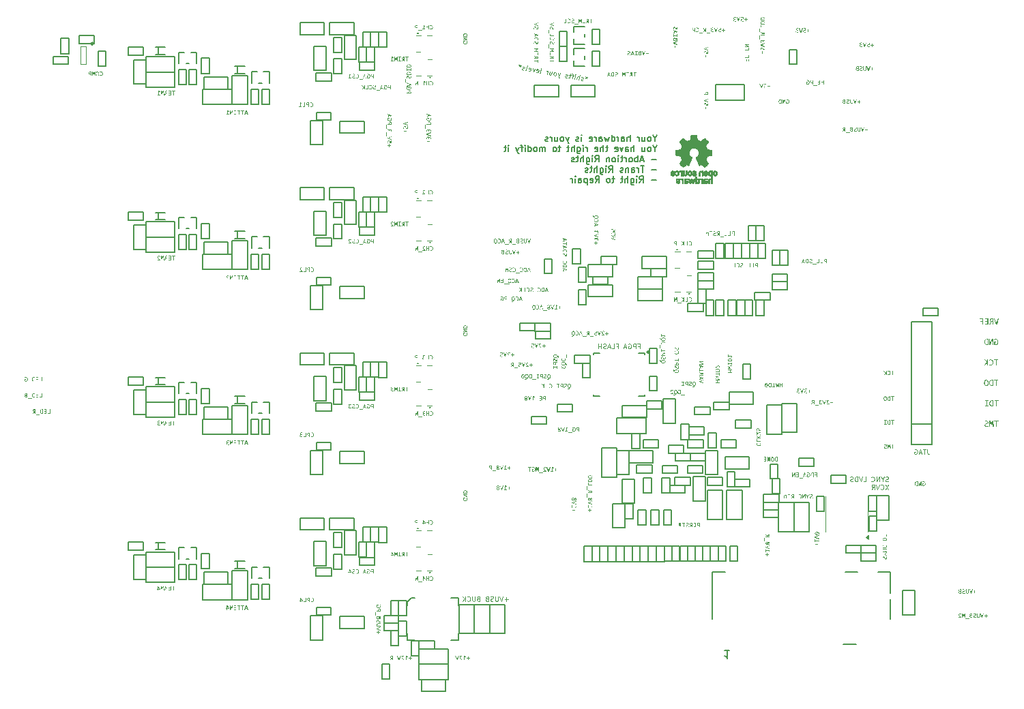
<source format=gbr>
%TF.GenerationSoftware,KiCad,Pcbnew,9.0.3*%
%TF.CreationDate,2025-09-21T22:43:27-04:00*%
%TF.ProjectId,Thunderscope_Rev5.2,5468756e-6465-4727-9363-6f70655f5265,rev?*%
%TF.SameCoordinates,Original*%
%TF.FileFunction,Legend,Bot*%
%TF.FilePolarity,Positive*%
%FSLAX46Y46*%
G04 Gerber Fmt 4.6, Leading zero omitted, Abs format (unit mm)*
G04 Created by KiCad (PCBNEW 9.0.3) date 2025-09-21 22:43:27*
%MOMM*%
%LPD*%
G01*
G04 APERTURE LIST*
%ADD10C,0.075000*%
%ADD11C,0.200000*%
%ADD12C,0.160000*%
%ADD13C,0.120000*%
%ADD14C,0.127000*%
%ADD15C,0.150000*%
%ADD16C,0.010000*%
%ADD17C,0.100000*%
%ADD18C,0.250000*%
%ADD19C,0.152400*%
G04 APERTURE END LIST*
D10*
G36*
X195624830Y-111730136D02*
G01*
X195783465Y-111730136D01*
X195783465Y-112202600D01*
X195857215Y-112202600D01*
X195857215Y-111730136D01*
X196015850Y-111730136D01*
X196015850Y-111668001D01*
X195624830Y-111668001D01*
X195624830Y-111730136D01*
G37*
G36*
X195545109Y-112202600D02*
G01*
X195430327Y-112202600D01*
X195380593Y-112200063D01*
X195338956Y-112193001D01*
X195300499Y-112181095D01*
X195268431Y-112165780D01*
X195240209Y-112146202D01*
X195217213Y-112123465D01*
X195198279Y-112097382D01*
X195183178Y-112068437D01*
X195171948Y-112037260D01*
X195164127Y-112003004D01*
X195159703Y-111967353D01*
X195158401Y-111934641D01*
X195234835Y-111934641D01*
X195238345Y-111987430D01*
X195247981Y-112029692D01*
X195262763Y-112063363D01*
X195282240Y-112090009D01*
X195306541Y-112110719D01*
X195336354Y-112126012D01*
X195372856Y-112135779D01*
X195417614Y-112139292D01*
X195472129Y-112139292D01*
X195472129Y-111729550D01*
X195409407Y-111729550D01*
X195366784Y-111732438D01*
X195332361Y-111740394D01*
X195302129Y-111754660D01*
X195277846Y-111775309D01*
X195259360Y-111802296D01*
X195245496Y-111838653D01*
X195237742Y-111880131D01*
X195234835Y-111934641D01*
X195158401Y-111934641D01*
X195158191Y-111929365D01*
X195161154Y-111874561D01*
X195169412Y-111828730D01*
X195182213Y-111790510D01*
X195199091Y-111758730D01*
X195219887Y-111732444D01*
X195245384Y-111710449D01*
X195275898Y-111692799D01*
X195312254Y-111679535D01*
X195355518Y-111671037D01*
X195406953Y-111668001D01*
X195545109Y-111668001D01*
X195545109Y-112202600D01*
G37*
G36*
X194934563Y-111729550D02*
G01*
X195057954Y-111729550D01*
X195057954Y-111668001D01*
X194737422Y-111668001D01*
X194737422Y-111729550D01*
X194860814Y-111729550D01*
X194860814Y-112140464D01*
X194737422Y-112140464D01*
X194737422Y-112202600D01*
X195057954Y-112202600D01*
X195057954Y-112140464D01*
X194934563Y-112140464D01*
X194934563Y-111729550D01*
G37*
G36*
X174602990Y-63258332D02*
G01*
X174764043Y-63258332D01*
X174764043Y-63424807D01*
X174834569Y-63424807D01*
X174834569Y-63258332D01*
X174995622Y-63258332D01*
X174995622Y-63196196D01*
X174834569Y-63196196D01*
X174834569Y-63029720D01*
X174764043Y-63029720D01*
X174764043Y-63196196D01*
X174602990Y-63196196D01*
X174602990Y-63258332D01*
G37*
G36*
X174169104Y-63280057D02*
G01*
X174173482Y-63318133D01*
X174186324Y-63352157D01*
X174206665Y-63382326D01*
X174233658Y-63408175D01*
X174265966Y-63428722D01*
X174304769Y-63444628D01*
X174346860Y-63454302D01*
X174393319Y-63457634D01*
X174418928Y-63457084D01*
X174446186Y-63455655D01*
X174472637Y-63453677D01*
X174495791Y-63451186D01*
X174495791Y-63386119D01*
X174445160Y-63393263D01*
X174387567Y-63395498D01*
X174355735Y-63393485D01*
X174328546Y-63387805D01*
X174303828Y-63378199D01*
X174283886Y-63365713D01*
X174267531Y-63349729D01*
X174255603Y-63330835D01*
X174248283Y-63309422D01*
X174245748Y-63284820D01*
X174248211Y-63260731D01*
X174255101Y-63241309D01*
X174266125Y-63225546D01*
X174281615Y-63212829D01*
X174306614Y-63201130D01*
X174340197Y-63193275D01*
X174384710Y-63190334D01*
X174486339Y-63190334D01*
X174486339Y-62916001D01*
X174197791Y-62916001D01*
X174197791Y-62978136D01*
X174419148Y-62978136D01*
X174419148Y-63129371D01*
X174372400Y-63129371D01*
X174334236Y-63131117D01*
X174297405Y-63136296D01*
X174262489Y-63145983D01*
X174232449Y-63160549D01*
X174206770Y-63180750D01*
X174186543Y-63206967D01*
X174177178Y-63227100D01*
X174171228Y-63251182D01*
X174169104Y-63280057D01*
G37*
G36*
X173647548Y-62916001D02*
G01*
X173829521Y-63450600D01*
X173927890Y-63450600D01*
X174105760Y-62916001D01*
X174023401Y-62916001D01*
X173907813Y-63276357D01*
X173875024Y-63381870D01*
X173841392Y-63276357D01*
X173725401Y-62916001D01*
X173647548Y-62916001D01*
G37*
G36*
X173243192Y-63288044D02*
G01*
X173246810Y-63322240D01*
X173257554Y-63354063D01*
X173275260Y-63382706D01*
X173300565Y-63407991D01*
X173331982Y-63428140D01*
X173372702Y-63444371D01*
X173418160Y-63454108D01*
X173473928Y-63457634D01*
X173531338Y-63455509D01*
X173578855Y-63450013D01*
X173578855Y-63386119D01*
X173525183Y-63393044D01*
X173467370Y-63395498D01*
X173428718Y-63393571D01*
X173398750Y-63388391D01*
X173372066Y-63379352D01*
X173352222Y-63367874D01*
X173336503Y-63352885D01*
X173325990Y-63335378D01*
X173319909Y-63315453D01*
X173317784Y-63292330D01*
X173320339Y-63271325D01*
X173327639Y-63253899D01*
X173339304Y-63239018D01*
X173355300Y-63226494D01*
X173374337Y-63217025D01*
X173397908Y-63209935D01*
X173423368Y-63205839D01*
X173452203Y-63204403D01*
X173513276Y-63204403D01*
X173513276Y-63145784D01*
X173451397Y-63145784D01*
X173427891Y-63144131D01*
X173407360Y-63139410D01*
X173388650Y-63131477D01*
X173373325Y-63121055D01*
X173360864Y-63107738D01*
X173351599Y-63091526D01*
X173345984Y-63073174D01*
X173344015Y-63051702D01*
X173347277Y-63024066D01*
X173356160Y-63003628D01*
X173370247Y-62988578D01*
X173388818Y-62978216D01*
X173413872Y-62971329D01*
X173447294Y-62968757D01*
X173474488Y-62970051D01*
X173503054Y-62974033D01*
X173564530Y-62989860D01*
X173564530Y-62927724D01*
X173534818Y-62918822D01*
X173503237Y-62912227D01*
X173471877Y-62908087D01*
X173441981Y-62906622D01*
X173400754Y-62909083D01*
X173366950Y-62915891D01*
X173336580Y-62927500D01*
X173312875Y-62942489D01*
X173293765Y-62961704D01*
X173280085Y-62984511D01*
X173271850Y-63010335D01*
X173268984Y-63040162D01*
X173271773Y-63070150D01*
X173279720Y-63095688D01*
X173292578Y-63117648D01*
X173309819Y-63136738D01*
X173331148Y-63153347D01*
X173357131Y-63167510D01*
X173336530Y-63172361D01*
X173315952Y-63180589D01*
X173296656Y-63191799D01*
X173279462Y-63205722D01*
X173264867Y-63222337D01*
X173253230Y-63241882D01*
X173245757Y-63263590D01*
X173243192Y-63288044D01*
G37*
G36*
X172723248Y-63619420D02*
G01*
X173184757Y-63619420D01*
X173184757Y-63560216D01*
X172723248Y-63560216D01*
X172723248Y-63619420D01*
G37*
G36*
X172653749Y-63450600D02*
G01*
X172580805Y-63450600D01*
X172580805Y-63213782D01*
X172546367Y-63213782D01*
X172517498Y-63217042D01*
X172505074Y-63221381D01*
X172493721Y-63227850D01*
X172483443Y-63236452D01*
X172473424Y-63248183D01*
X172454959Y-63280497D01*
X172375055Y-63450600D01*
X172292660Y-63450600D01*
X172377510Y-63274745D01*
X172394519Y-63244859D01*
X172409677Y-63223783D01*
X172427253Y-63207428D01*
X172447998Y-63196966D01*
X172421334Y-63188560D01*
X172398612Y-63177072D01*
X172378670Y-63162317D01*
X172362562Y-63145418D01*
X172349795Y-63126130D01*
X172340617Y-63104752D01*
X172335094Y-63081873D01*
X172333687Y-63063462D01*
X172409457Y-63063462D01*
X172411545Y-63084781D01*
X172417480Y-63102737D01*
X172427119Y-63118488D01*
X172440012Y-63131533D01*
X172455784Y-63141662D01*
X172475256Y-63149228D01*
X172496700Y-63153610D01*
X172521784Y-63155163D01*
X172580805Y-63155163D01*
X172580805Y-62977550D01*
X172511929Y-62977550D01*
X172480054Y-62980249D01*
X172455366Y-62987606D01*
X172436311Y-62998946D01*
X172421788Y-63014982D01*
X172412737Y-63035959D01*
X172409457Y-63063462D01*
X172333687Y-63063462D01*
X172333216Y-63057307D01*
X172335812Y-63026636D01*
X172343291Y-62999605D01*
X172356170Y-62975463D01*
X172374835Y-62955055D01*
X172398625Y-62939007D01*
X172429973Y-62926296D01*
X172465354Y-62918770D01*
X172510280Y-62916001D01*
X172653749Y-62916001D01*
X172653749Y-63450600D01*
G37*
G36*
X171800596Y-63619420D02*
G01*
X172262105Y-63619420D01*
X172262105Y-63560216D01*
X171800596Y-63560216D01*
X171800596Y-63619420D01*
G37*
G36*
X171392943Y-63431255D02*
G01*
X171436501Y-63445901D01*
X171481330Y-63454682D01*
X171527801Y-63457634D01*
X171573587Y-63454584D01*
X171613033Y-63445935D01*
X171647123Y-63432198D01*
X171676660Y-63413549D01*
X171702227Y-63389820D01*
X171722808Y-63362267D01*
X171739483Y-63329403D01*
X171752090Y-63290351D01*
X171760188Y-63244040D01*
X171763080Y-63189235D01*
X171761105Y-63146583D01*
X171755409Y-63107945D01*
X171746264Y-63072878D01*
X171733118Y-63039188D01*
X171717108Y-63009921D01*
X171698307Y-62984584D01*
X171676098Y-62962256D01*
X171651060Y-62943665D01*
X171622909Y-62928640D01*
X171592804Y-62917877D01*
X171559889Y-62911251D01*
X171523698Y-62908967D01*
X171487147Y-62910644D01*
X171454455Y-62915451D01*
X171423062Y-62923674D01*
X171392943Y-62935345D01*
X171392943Y-63006859D01*
X171422681Y-62992710D01*
X171453209Y-62982459D01*
X171485218Y-62976211D01*
X171521243Y-62974033D01*
X171557632Y-62977668D01*
X171589497Y-62988175D01*
X171617654Y-63005418D01*
X171641338Y-63029134D01*
X171659860Y-63058251D01*
X171674127Y-63094640D01*
X171682574Y-63134885D01*
X171685594Y-63182897D01*
X171682445Y-63235899D01*
X171673806Y-63278541D01*
X171660613Y-63312645D01*
X171643389Y-63339738D01*
X171620454Y-63362369D01*
X171592880Y-63378691D01*
X171559720Y-63388926D01*
X171519595Y-63392567D01*
X171485687Y-63390535D01*
X171453649Y-63384544D01*
X171422674Y-63374915D01*
X171392943Y-63362086D01*
X171392943Y-63431255D01*
G37*
G36*
X171274680Y-63450600D02*
G01*
X171201737Y-63450600D01*
X171201737Y-63258332D01*
X171135352Y-63258332D01*
X171098383Y-63256423D01*
X171066653Y-63251045D01*
X171039438Y-63242615D01*
X171002114Y-63224012D01*
X170973455Y-63201545D01*
X170950886Y-63174363D01*
X170935317Y-63144172D01*
X170926047Y-63111734D01*
X170923338Y-63082916D01*
X170998845Y-63082916D01*
X171001308Y-63111125D01*
X171008176Y-63134080D01*
X171019020Y-63152825D01*
X171033906Y-63168096D01*
X171058790Y-63182953D01*
X171091339Y-63192632D01*
X171133703Y-63196196D01*
X171201737Y-63196196D01*
X171201737Y-62976964D01*
X171127145Y-62976964D01*
X171087540Y-62980387D01*
X171056670Y-62989752D01*
X171032660Y-63004258D01*
X171014204Y-63024614D01*
X171002886Y-63050280D01*
X170998845Y-63082916D01*
X170923338Y-63082916D01*
X170923007Y-63079399D01*
X170924989Y-63050090D01*
X170930581Y-63025144D01*
X170939420Y-63003855D01*
X170958720Y-62975547D01*
X170983494Y-62953187D01*
X171012965Y-62936446D01*
X171047644Y-62924793D01*
X171084653Y-62918230D01*
X171123848Y-62916001D01*
X171274680Y-62916001D01*
X171274680Y-63450600D01*
G37*
G36*
X178946439Y-114502392D02*
G01*
X178931793Y-114545951D01*
X178923012Y-114590779D01*
X178920060Y-114637250D01*
X178923110Y-114683036D01*
X178931759Y-114722482D01*
X178945496Y-114756572D01*
X178964145Y-114786109D01*
X178987874Y-114811677D01*
X179015427Y-114832257D01*
X179048291Y-114848932D01*
X179087343Y-114861539D01*
X179133654Y-114869637D01*
X179188459Y-114872530D01*
X179231111Y-114870554D01*
X179269749Y-114864858D01*
X179304816Y-114855713D01*
X179338506Y-114842567D01*
X179367773Y-114826558D01*
X179393110Y-114807756D01*
X179415438Y-114785547D01*
X179434029Y-114760509D01*
X179449054Y-114732359D01*
X179459817Y-114702253D01*
X179466443Y-114669338D01*
X179468727Y-114633147D01*
X179467050Y-114596596D01*
X179462243Y-114563904D01*
X179454020Y-114532511D01*
X179442349Y-114502392D01*
X179370835Y-114502392D01*
X179384984Y-114532130D01*
X179395235Y-114562659D01*
X179401483Y-114594667D01*
X179403661Y-114630693D01*
X179400026Y-114667081D01*
X179389519Y-114698946D01*
X179372276Y-114727103D01*
X179348560Y-114750787D01*
X179319443Y-114769309D01*
X179283054Y-114783576D01*
X179242809Y-114792023D01*
X179194797Y-114795044D01*
X179141795Y-114791895D01*
X179099153Y-114783255D01*
X179065049Y-114770062D01*
X179037956Y-114752838D01*
X179015325Y-114729903D01*
X178999003Y-114702329D01*
X178988768Y-114669169D01*
X178985127Y-114629044D01*
X178987159Y-114595136D01*
X178993150Y-114563098D01*
X179002779Y-114532123D01*
X179015608Y-114502392D01*
X178946439Y-114502392D01*
G37*
G36*
X178927095Y-114045169D02*
G01*
X178927095Y-114353391D01*
X179461693Y-114353391D01*
X179461693Y-114279203D01*
X178989230Y-114279203D01*
X178989230Y-114045169D01*
X178927095Y-114045169D01*
G37*
G36*
X178927095Y-113558454D02*
G01*
X178927095Y-113650265D01*
X179189265Y-113850666D01*
X178927095Y-113850666D01*
X178927095Y-113923646D01*
X179461693Y-113923646D01*
X179461693Y-113850666D01*
X179213408Y-113850666D01*
X179461693Y-113654368D01*
X179461693Y-113567870D01*
X179207693Y-113779372D01*
X178927095Y-113558454D01*
G37*
G36*
X178927095Y-113113102D02*
G01*
X178927095Y-113465984D01*
X178990988Y-113465984D01*
X179129034Y-113327462D01*
X179187360Y-113272141D01*
X179211892Y-113252471D01*
X179232313Y-113238948D01*
X179252675Y-113228745D01*
X179270708Y-113222938D01*
X179309725Y-113218835D01*
X179329065Y-113220190D01*
X179347241Y-113224183D01*
X179364155Y-113230999D01*
X179378638Y-113240560D01*
X179390621Y-113253094D01*
X179399961Y-113269246D01*
X179405690Y-113287959D01*
X179407764Y-113311488D01*
X179403943Y-113344227D01*
X179392743Y-113373367D01*
X179375652Y-113399943D01*
X179353836Y-113424585D01*
X179400804Y-113463932D01*
X179429508Y-113431317D01*
X179451875Y-113394067D01*
X179462304Y-113367059D01*
X179468803Y-113336584D01*
X179471072Y-113302036D01*
X179468309Y-113267438D01*
X179460374Y-113237080D01*
X179447232Y-113209582D01*
X179429600Y-113186485D01*
X179407433Y-113167711D01*
X179380324Y-113153475D01*
X179349931Y-113144821D01*
X179314598Y-113141788D01*
X179284525Y-113143897D01*
X179257518Y-113149995D01*
X179231674Y-113160120D01*
X179205165Y-113174798D01*
X179179314Y-113193005D01*
X179151126Y-113216600D01*
X179089943Y-113276244D01*
X178995092Y-113373367D01*
X178995092Y-113113102D01*
X178927095Y-113113102D01*
G37*
G36*
X179097637Y-112665295D02*
G01*
X179059561Y-112669673D01*
X179025537Y-112682514D01*
X178995368Y-112702855D01*
X178969519Y-112729848D01*
X178948972Y-112762157D01*
X178933066Y-112800959D01*
X178923392Y-112843050D01*
X178920060Y-112889510D01*
X178920610Y-112915119D01*
X178922039Y-112942376D01*
X178924017Y-112968828D01*
X178926508Y-112991982D01*
X178991575Y-112991982D01*
X178984431Y-112941350D01*
X178982196Y-112883758D01*
X178984209Y-112851926D01*
X178989889Y-112824737D01*
X178999495Y-112800018D01*
X179011981Y-112780077D01*
X179027965Y-112763721D01*
X179046859Y-112751793D01*
X179068272Y-112744473D01*
X179092874Y-112741938D01*
X179116963Y-112744402D01*
X179136385Y-112751292D01*
X179152148Y-112762315D01*
X179164865Y-112777805D01*
X179176564Y-112802804D01*
X179184419Y-112836387D01*
X179187360Y-112880900D01*
X179187360Y-112982530D01*
X179461693Y-112982530D01*
X179461693Y-112693981D01*
X179399558Y-112693981D01*
X179399558Y-112915338D01*
X179248323Y-112915338D01*
X179248323Y-112868590D01*
X179246577Y-112830427D01*
X179241398Y-112793596D01*
X179231711Y-112758679D01*
X179217145Y-112728639D01*
X179196944Y-112702961D01*
X179170727Y-112682734D01*
X179150594Y-112673368D01*
X179126512Y-112667418D01*
X179097637Y-112665295D01*
G37*
G36*
X138396572Y-131583255D02*
G01*
X138440131Y-131597901D01*
X138484959Y-131606682D01*
X138531430Y-131609634D01*
X138577216Y-131606584D01*
X138616662Y-131597935D01*
X138650752Y-131584198D01*
X138680289Y-131565549D01*
X138705857Y-131541820D01*
X138726437Y-131514267D01*
X138743112Y-131481403D01*
X138755719Y-131442351D01*
X138763817Y-131396040D01*
X138766710Y-131341235D01*
X138764734Y-131298583D01*
X138759038Y-131259945D01*
X138749893Y-131224878D01*
X138736747Y-131191188D01*
X138720738Y-131161921D01*
X138701936Y-131136584D01*
X138679727Y-131114256D01*
X138654689Y-131095665D01*
X138626539Y-131080640D01*
X138596433Y-131069877D01*
X138563518Y-131063251D01*
X138527327Y-131060967D01*
X138490776Y-131062644D01*
X138458084Y-131067451D01*
X138426691Y-131075674D01*
X138396572Y-131087345D01*
X138396572Y-131158859D01*
X138426310Y-131144710D01*
X138456839Y-131134459D01*
X138488847Y-131128211D01*
X138524873Y-131126033D01*
X138561261Y-131129668D01*
X138593126Y-131140175D01*
X138621283Y-131157418D01*
X138644967Y-131181134D01*
X138663489Y-131210251D01*
X138677756Y-131246640D01*
X138686203Y-131286885D01*
X138689224Y-131334897D01*
X138686075Y-131387899D01*
X138677435Y-131430541D01*
X138664242Y-131464645D01*
X138647018Y-131491738D01*
X138624083Y-131514369D01*
X138596509Y-131530691D01*
X138563349Y-131540926D01*
X138523224Y-131544567D01*
X138489316Y-131542535D01*
X138457278Y-131536544D01*
X138426303Y-131526915D01*
X138396572Y-131514086D01*
X138396572Y-131583255D01*
G37*
G36*
X137926636Y-131602600D02*
G01*
X137999616Y-131602600D01*
X137999616Y-131356403D01*
X138224637Y-131356403D01*
X138224637Y-131602600D01*
X138297580Y-131602600D01*
X138297580Y-131068001D01*
X138224637Y-131068001D01*
X138224637Y-131293095D01*
X137999616Y-131293095D01*
X137999616Y-131068001D01*
X137926636Y-131068001D01*
X137926636Y-131602600D01*
G37*
G36*
X137864135Y-131422641D02*
G01*
X137864135Y-131485363D01*
X137606324Y-131485363D01*
X137606324Y-131602600D01*
X137533381Y-131602600D01*
X137533381Y-131485363D01*
X137441973Y-131485363D01*
X137441973Y-131422641D01*
X137533381Y-131422641D01*
X137606324Y-131422641D01*
X137792803Y-131422641D01*
X137606324Y-131136877D01*
X137606324Y-131422641D01*
X137533381Y-131422641D01*
X137533381Y-131068001D01*
X137635816Y-131068001D01*
X137864135Y-131422641D01*
G37*
G36*
X136958922Y-131771420D02*
G01*
X137420431Y-131771420D01*
X137420431Y-131712216D01*
X136958922Y-131712216D01*
X136958922Y-131771420D01*
G37*
G36*
X136545956Y-131602600D02*
G01*
X136641027Y-131602600D01*
X136797209Y-131269025D01*
X136842308Y-131161790D01*
X136842308Y-131431507D01*
X136842308Y-131602600D01*
X136910342Y-131602600D01*
X136910342Y-131068001D01*
X136816479Y-131068001D01*
X136667699Y-131384063D01*
X136613990Y-131506466D01*
X136613990Y-131219895D01*
X136613990Y-131068001D01*
X136545956Y-131068001D01*
X136545956Y-131602600D01*
G37*
G36*
X106374830Y-111830136D02*
G01*
X106533465Y-111830136D01*
X106533465Y-112302600D01*
X106607215Y-112302600D01*
X106607215Y-111830136D01*
X106765850Y-111830136D01*
X106765850Y-111768001D01*
X106374830Y-111768001D01*
X106374830Y-111830136D01*
G37*
G36*
X105952851Y-112302600D02*
G01*
X106257373Y-112302600D01*
X106257373Y-111768001D01*
X105952851Y-111768001D01*
X105952851Y-111829550D01*
X106184430Y-111829550D01*
X106184430Y-111994854D01*
X105961864Y-111994854D01*
X105961864Y-112056403D01*
X106184430Y-112056403D01*
X106184430Y-112240464D01*
X105952851Y-112240464D01*
X105952851Y-112302600D01*
G37*
G36*
X105808760Y-112302600D02*
G01*
X105735817Y-112302600D01*
X105735817Y-112065782D01*
X105701379Y-112065782D01*
X105672509Y-112069042D01*
X105660085Y-112073381D01*
X105648732Y-112079850D01*
X105638455Y-112088452D01*
X105628436Y-112100183D01*
X105609971Y-112132497D01*
X105530067Y-112302600D01*
X105447672Y-112302600D01*
X105532522Y-112126745D01*
X105549530Y-112096859D01*
X105564688Y-112075783D01*
X105582265Y-112059428D01*
X105603010Y-112048966D01*
X105576346Y-112040560D01*
X105553624Y-112029072D01*
X105533682Y-112014317D01*
X105517574Y-111997418D01*
X105504807Y-111978130D01*
X105495629Y-111956752D01*
X105490106Y-111933873D01*
X105488699Y-111915462D01*
X105564469Y-111915462D01*
X105566557Y-111936781D01*
X105572492Y-111954737D01*
X105582130Y-111970488D01*
X105595023Y-111983533D01*
X105610795Y-111993662D01*
X105630268Y-112001228D01*
X105651711Y-112005610D01*
X105676796Y-112007163D01*
X105735817Y-112007163D01*
X105735817Y-111829550D01*
X105666941Y-111829550D01*
X105635066Y-111832249D01*
X105610378Y-111839606D01*
X105591323Y-111850946D01*
X105576800Y-111866982D01*
X105567749Y-111887959D01*
X105564469Y-111915462D01*
X105488699Y-111915462D01*
X105488228Y-111909307D01*
X105490824Y-111878636D01*
X105498303Y-111851605D01*
X105511181Y-111827463D01*
X105529847Y-111807055D01*
X105553637Y-111791007D01*
X105584985Y-111778296D01*
X105620365Y-111770770D01*
X105665292Y-111768001D01*
X105808760Y-111768001D01*
X105808760Y-112302600D01*
G37*
G36*
X104975685Y-112302600D02*
G01*
X105047016Y-112302600D01*
X105057677Y-111969648D01*
X105062183Y-111841384D01*
X105087169Y-111915975D01*
X105166267Y-112129089D01*
X105216679Y-112129089D01*
X105292113Y-111924145D01*
X105317099Y-111841384D01*
X105318748Y-111975400D01*
X105328164Y-112302600D01*
X105397040Y-112302600D01*
X105370808Y-111768001D01*
X105284310Y-111768001D01*
X105212173Y-111969648D01*
X105188835Y-112037681D01*
X105166267Y-111969648D01*
X105090466Y-111768001D01*
X105001513Y-111768001D01*
X104975685Y-112302600D01*
G37*
G36*
X104552900Y-112140044D02*
G01*
X104556518Y-112174240D01*
X104567262Y-112206063D01*
X104584968Y-112234706D01*
X104610273Y-112259991D01*
X104641690Y-112280140D01*
X104682410Y-112296371D01*
X104727868Y-112306108D01*
X104783636Y-112309634D01*
X104841046Y-112307509D01*
X104888563Y-112302013D01*
X104888563Y-112238119D01*
X104834891Y-112245044D01*
X104777078Y-112247498D01*
X104738426Y-112245571D01*
X104708458Y-112240391D01*
X104681774Y-112231352D01*
X104661930Y-112219874D01*
X104646212Y-112204885D01*
X104635698Y-112187378D01*
X104629617Y-112167453D01*
X104627492Y-112144330D01*
X104630047Y-112123325D01*
X104637347Y-112105899D01*
X104649012Y-112091018D01*
X104665008Y-112078494D01*
X104684045Y-112069025D01*
X104707616Y-112061935D01*
X104733077Y-112057839D01*
X104761911Y-112056403D01*
X104822984Y-112056403D01*
X104822984Y-111997784D01*
X104761105Y-111997784D01*
X104737599Y-111996131D01*
X104717068Y-111991410D01*
X104698358Y-111983477D01*
X104683033Y-111973055D01*
X104670572Y-111959738D01*
X104661307Y-111943526D01*
X104655692Y-111925174D01*
X104653724Y-111903702D01*
X104656985Y-111876066D01*
X104665868Y-111855628D01*
X104679955Y-111840578D01*
X104698526Y-111830216D01*
X104723580Y-111823329D01*
X104757002Y-111820757D01*
X104784196Y-111822051D01*
X104812762Y-111826033D01*
X104874238Y-111841860D01*
X104874238Y-111779724D01*
X104844526Y-111770822D01*
X104812946Y-111764227D01*
X104781585Y-111760087D01*
X104751689Y-111758622D01*
X104710462Y-111761083D01*
X104676658Y-111767891D01*
X104646288Y-111779500D01*
X104622583Y-111794489D01*
X104603473Y-111813704D01*
X104589793Y-111836511D01*
X104581559Y-111862335D01*
X104578692Y-111892162D01*
X104581481Y-111922150D01*
X104589428Y-111947688D01*
X104602286Y-111969648D01*
X104619527Y-111988738D01*
X104640857Y-112005347D01*
X104666839Y-112019510D01*
X104646238Y-112024361D01*
X104625660Y-112032589D01*
X104606364Y-112043799D01*
X104589170Y-112057722D01*
X104574575Y-112074337D01*
X104562939Y-112093882D01*
X104555466Y-112115590D01*
X104552900Y-112140044D01*
G37*
D11*
G36*
X208419067Y-111835648D02*
G01*
X208630582Y-111835648D01*
X208630582Y-112465600D01*
X208728914Y-112465600D01*
X208728914Y-111835648D01*
X208940428Y-111835648D01*
X208940428Y-111752801D01*
X208419067Y-111752801D01*
X208419067Y-111835648D01*
G37*
G36*
X207783743Y-112465600D02*
G01*
X207878851Y-112465600D01*
X207893066Y-112021664D01*
X207899074Y-111850645D01*
X207932389Y-111950101D01*
X208037853Y-112234253D01*
X208105069Y-112234253D01*
X208205648Y-111960994D01*
X208238963Y-111850645D01*
X208241161Y-112029333D01*
X208253715Y-112465600D01*
X208345550Y-112465600D01*
X208310575Y-111752801D01*
X208195243Y-111752801D01*
X208099060Y-112021664D01*
X208067944Y-112112375D01*
X208037853Y-112021664D01*
X207936785Y-111752801D01*
X207818181Y-111752801D01*
X207783743Y-112465600D01*
G37*
G36*
X207212361Y-112271475D02*
G01*
X207217755Y-112320091D01*
X207233122Y-112360673D01*
X207257863Y-112395587D01*
X207291056Y-112424371D01*
X207331005Y-112446188D01*
X207380449Y-112462424D01*
X207434129Y-112471713D01*
X207495439Y-112474978D01*
X207552005Y-112472780D01*
X207606130Y-112467309D01*
X207655027Y-112459689D01*
X207696548Y-112450359D01*
X207696548Y-112356228D01*
X207654052Y-112369615D01*
X207604469Y-112380261D01*
X207551630Y-112386686D01*
X207488356Y-112389005D01*
X207443117Y-112386998D01*
X207408293Y-112381629D01*
X207377240Y-112372080D01*
X207354169Y-112359793D01*
X207335783Y-112343475D01*
X207323589Y-112324525D01*
X207316502Y-112302687D01*
X207314015Y-112276946D01*
X207318156Y-112249730D01*
X207330135Y-112227463D01*
X207348345Y-112208426D01*
X207372487Y-112190826D01*
X207399939Y-112175662D01*
X207432326Y-112161273D01*
X207500910Y-112133625D01*
X207569493Y-112102752D01*
X207601543Y-112084355D01*
X207629333Y-112063332D01*
X207653043Y-112038630D01*
X207671684Y-112009989D01*
X207683573Y-111977387D01*
X207687804Y-111937253D01*
X207684032Y-111901085D01*
X207672515Y-111865006D01*
X207653256Y-111831793D01*
X207624985Y-111801845D01*
X207589362Y-111777520D01*
X207542187Y-111757246D01*
X207488902Y-111744838D01*
X207421677Y-111740296D01*
X207382598Y-111741957D01*
X207339954Y-111746597D01*
X207297358Y-111753485D01*
X207258279Y-111761692D01*
X207258279Y-111849326D01*
X207342445Y-111831008D01*
X207384223Y-111826252D01*
X207423875Y-111824706D01*
X207479293Y-111828460D01*
X207519012Y-111838271D01*
X207546827Y-111852550D01*
X207568903Y-111873541D01*
X207581744Y-111898070D01*
X207586150Y-111927386D01*
X207582021Y-111954657D01*
X207570030Y-111977212D01*
X207551814Y-111996505D01*
X207527679Y-112014385D01*
X207500208Y-112029739D01*
X207467839Y-112044183D01*
X207399256Y-112071831D01*
X207330672Y-112102997D01*
X207298650Y-112121696D01*
X207270833Y-112143199D01*
X207247135Y-112168434D01*
X207228481Y-112197665D01*
X207216592Y-112230796D01*
X207212361Y-112271475D01*
G37*
D10*
G36*
X172572028Y-66340288D02*
G01*
X172572028Y-66585385D01*
X172639439Y-66585385D01*
X172639439Y-66340288D01*
X172572028Y-66340288D01*
G37*
G36*
X172552647Y-65832653D02*
G01*
X172514571Y-65837031D01*
X172480547Y-65849873D01*
X172450378Y-65870214D01*
X172424529Y-65897207D01*
X172403982Y-65929515D01*
X172388076Y-65968318D01*
X172378402Y-66010409D01*
X172375070Y-66056868D01*
X172375620Y-66082477D01*
X172377049Y-66109735D01*
X172379027Y-66136186D01*
X172381518Y-66159340D01*
X172446585Y-66159340D01*
X172439441Y-66108709D01*
X172437206Y-66051116D01*
X172439219Y-66019284D01*
X172444899Y-65992095D01*
X172454505Y-65967377D01*
X172466991Y-65947435D01*
X172482975Y-65931080D01*
X172501869Y-65919152D01*
X172523282Y-65911832D01*
X172547884Y-65909297D01*
X172571973Y-65911760D01*
X172591395Y-65918650D01*
X172607158Y-65929674D01*
X172619875Y-65945164D01*
X172631574Y-65970163D01*
X172639429Y-66003746D01*
X172642370Y-66048259D01*
X172642370Y-66149888D01*
X172916703Y-66149888D01*
X172916703Y-65861340D01*
X172854568Y-65861340D01*
X172854568Y-66082697D01*
X172703333Y-66082697D01*
X172703333Y-66035949D01*
X172701587Y-65997785D01*
X172696408Y-65960954D01*
X172686721Y-65926038D01*
X172672155Y-65895998D01*
X172651954Y-65870319D01*
X172625737Y-65850092D01*
X172605604Y-65840727D01*
X172581522Y-65834777D01*
X172552647Y-65832653D01*
G37*
G36*
X172916703Y-65311097D02*
G01*
X172382105Y-65493070D01*
X172382105Y-65591439D01*
X172916703Y-65769309D01*
X172916703Y-65686950D01*
X172556347Y-65571362D01*
X172450834Y-65538573D01*
X172556347Y-65504941D01*
X172916703Y-65388950D01*
X172916703Y-65311097D01*
G37*
G36*
X181791277Y-107577600D02*
G01*
X181864257Y-107577600D01*
X181864257Y-107331403D01*
X182089278Y-107331403D01*
X182089278Y-107577600D01*
X182162221Y-107577600D01*
X182162221Y-107043001D01*
X182089278Y-107043001D01*
X182089278Y-107268095D01*
X181864257Y-107268095D01*
X181864257Y-107043001D01*
X181791277Y-107043001D01*
X181791277Y-107577600D01*
G37*
G36*
X181303317Y-107043001D02*
G01*
X181339404Y-107577600D01*
X181434072Y-107577600D01*
X181500457Y-107387493D01*
X181518922Y-107326567D01*
X181538193Y-107392402D01*
X181599669Y-107577600D01*
X181691077Y-107577600D01*
X181727969Y-107043001D01*
X181659093Y-107043001D01*
X181638174Y-107406691D01*
X181632055Y-107506452D01*
X181606227Y-107421821D01*
X181541453Y-107223545D01*
X181491042Y-107223545D01*
X181416450Y-107436146D01*
X181391464Y-107506452D01*
X181389815Y-107432886D01*
X181368493Y-107043001D01*
X181303317Y-107043001D01*
G37*
G36*
X181091192Y-107104550D02*
G01*
X181214583Y-107104550D01*
X181214583Y-107043001D01*
X180894051Y-107043001D01*
X180894051Y-107104550D01*
X181017443Y-107104550D01*
X181017443Y-107515464D01*
X180894051Y-107515464D01*
X180894051Y-107577600D01*
X181214583Y-107577600D01*
X181214583Y-107515464D01*
X181091192Y-107515464D01*
X181091192Y-107104550D01*
G37*
G36*
X180779086Y-107577600D02*
G01*
X180664304Y-107577600D01*
X180614570Y-107575063D01*
X180572933Y-107568001D01*
X180534476Y-107556095D01*
X180502408Y-107540780D01*
X180474186Y-107521202D01*
X180451190Y-107498465D01*
X180432257Y-107472382D01*
X180417155Y-107443437D01*
X180405925Y-107412260D01*
X180398104Y-107378004D01*
X180393680Y-107342353D01*
X180392379Y-107309641D01*
X180468812Y-107309641D01*
X180472322Y-107362430D01*
X180481959Y-107404692D01*
X180496740Y-107438363D01*
X180516218Y-107465009D01*
X180540519Y-107485719D01*
X180570331Y-107501012D01*
X180606834Y-107510779D01*
X180651591Y-107514292D01*
X180706106Y-107514292D01*
X180706106Y-107104550D01*
X180643385Y-107104550D01*
X180600762Y-107107438D01*
X180566338Y-107115394D01*
X180536107Y-107129660D01*
X180511823Y-107150309D01*
X180493338Y-107177296D01*
X180479473Y-107213653D01*
X180471719Y-107255131D01*
X180468812Y-107309641D01*
X180392379Y-107309641D01*
X180392169Y-107304365D01*
X180395131Y-107249561D01*
X180403389Y-107203730D01*
X180416190Y-107165510D01*
X180433068Y-107133730D01*
X180453864Y-107107444D01*
X180479361Y-107085449D01*
X180509875Y-107067799D01*
X180546231Y-107054535D01*
X180589496Y-107046037D01*
X180640930Y-107043001D01*
X180779086Y-107043001D01*
X180779086Y-107577600D01*
G37*
G36*
X180160133Y-107035961D02*
G01*
X180188887Y-107042679D01*
X180214445Y-107053515D01*
X180237825Y-107068528D01*
X180258456Y-107087160D01*
X180276544Y-107109716D01*
X180297857Y-107148709D01*
X180313840Y-107196910D01*
X180323080Y-107249312D01*
X180326333Y-107309348D01*
X180322698Y-107378192D01*
X180312814Y-107432849D01*
X180302013Y-107466881D01*
X180289107Y-107495198D01*
X180274309Y-107518578D01*
X180256208Y-107539343D01*
X180236181Y-107555840D01*
X180214042Y-107568440D01*
X180177349Y-107580481D01*
X180135750Y-107584634D01*
X180102902Y-107582284D01*
X180074088Y-107575556D01*
X180048666Y-107564740D01*
X180025390Y-107549745D01*
X180004755Y-107531115D01*
X179986567Y-107508540D01*
X179965144Y-107469557D01*
X179949271Y-107421565D01*
X179940169Y-107369336D01*
X179937055Y-107311106D01*
X180009098Y-107311106D01*
X180011396Y-107361808D01*
X180017708Y-107403173D01*
X180028593Y-107440823D01*
X180042327Y-107469705D01*
X180060390Y-107493598D01*
X180081052Y-107510079D01*
X180104922Y-107520231D01*
X180131647Y-107523671D01*
X180152588Y-107521793D01*
X180170408Y-107516453D01*
X180186475Y-107507763D01*
X180200743Y-107496157D01*
X180212946Y-107482007D01*
X180223495Y-107464906D01*
X180239065Y-107425192D01*
X180012396Y-107256371D01*
X180010124Y-107283336D01*
X180009098Y-107311106D01*
X179937055Y-107311106D01*
X179936961Y-107309348D01*
X179940607Y-107240476D01*
X179950058Y-107188374D01*
X180025914Y-107188374D01*
X180252584Y-107356022D01*
X180254013Y-107331513D01*
X180254196Y-107306160D01*
X180251907Y-107255783D01*
X180245623Y-107214716D01*
X180234758Y-107177283D01*
X180221040Y-107148404D01*
X180202940Y-107124502D01*
X180182279Y-107108104D01*
X180158408Y-107098008D01*
X180131647Y-107094585D01*
X180111458Y-107096376D01*
X180093948Y-107101509D01*
X180078047Y-107109823D01*
X180064016Y-107120890D01*
X180051935Y-107134348D01*
X180041485Y-107150455D01*
X180025914Y-107188374D01*
X179950058Y-107188374D01*
X179950517Y-107185846D01*
X179961312Y-107151814D01*
X179974229Y-107123417D01*
X179989058Y-107099897D01*
X180007153Y-107078999D01*
X180027167Y-107062447D01*
X180049288Y-107049852D01*
X180085984Y-107037784D01*
X180127580Y-107033622D01*
X180160133Y-107035961D01*
G37*
G36*
X173802095Y-106687153D02*
G01*
X173802095Y-106760133D01*
X174048291Y-106760133D01*
X174048291Y-106985154D01*
X173802095Y-106985154D01*
X173802095Y-107058097D01*
X174336693Y-107058097D01*
X174336693Y-106985154D01*
X174111599Y-106985154D01*
X174111599Y-106760133D01*
X174336693Y-106760133D01*
X174336693Y-106687153D01*
X173802095Y-106687153D01*
G37*
G36*
X174336693Y-106199193D02*
G01*
X173802095Y-106235280D01*
X173802095Y-106329948D01*
X173992201Y-106396333D01*
X174053127Y-106414798D01*
X173987292Y-106434069D01*
X173802095Y-106495545D01*
X173802095Y-106586953D01*
X174336693Y-106623845D01*
X174336693Y-106554969D01*
X173973003Y-106534050D01*
X173873242Y-106527931D01*
X173957873Y-106502103D01*
X174156149Y-106437329D01*
X174156149Y-106386918D01*
X173943548Y-106312326D01*
X173873242Y-106287340D01*
X173946808Y-106285691D01*
X174336693Y-106264369D01*
X174336693Y-106199193D01*
G37*
G36*
X174275144Y-105987068D02*
G01*
X174275144Y-106110459D01*
X174336693Y-106110459D01*
X174336693Y-105789927D01*
X174275144Y-105789927D01*
X174275144Y-105913319D01*
X173864230Y-105913319D01*
X173864230Y-105789927D01*
X173802095Y-105789927D01*
X173802095Y-106110459D01*
X173864230Y-106110459D01*
X173864230Y-105987068D01*
X174275144Y-105987068D01*
G37*
G36*
X174130133Y-105291007D02*
G01*
X174175964Y-105299265D01*
X174214184Y-105312066D01*
X174245964Y-105328944D01*
X174272250Y-105349740D01*
X174294245Y-105375237D01*
X174311895Y-105405751D01*
X174325159Y-105442107D01*
X174333657Y-105485372D01*
X174336693Y-105536806D01*
X174336693Y-105674962D01*
X173802095Y-105674962D01*
X173802095Y-105560180D01*
X173802743Y-105547467D01*
X173865402Y-105547467D01*
X173865402Y-105601982D01*
X174275144Y-105601982D01*
X174275144Y-105539261D01*
X174272256Y-105496638D01*
X174264300Y-105462214D01*
X174250034Y-105431983D01*
X174229385Y-105407699D01*
X174202398Y-105389214D01*
X174166041Y-105375349D01*
X174124563Y-105367595D01*
X174070053Y-105364688D01*
X174017264Y-105368198D01*
X173975002Y-105377835D01*
X173941331Y-105392616D01*
X173914685Y-105412094D01*
X173893975Y-105436395D01*
X173878682Y-105466207D01*
X173868915Y-105502710D01*
X173865402Y-105547467D01*
X173802743Y-105547467D01*
X173804631Y-105510446D01*
X173811693Y-105468809D01*
X173823599Y-105430352D01*
X173838914Y-105398284D01*
X173858492Y-105370062D01*
X173881229Y-105347066D01*
X173907312Y-105328133D01*
X173936257Y-105313031D01*
X173967434Y-105301801D01*
X174001690Y-105293980D01*
X174037341Y-105289556D01*
X174075329Y-105288045D01*
X174130133Y-105291007D01*
G37*
G36*
X173802095Y-104845147D02*
G01*
X173802095Y-105198029D01*
X173865988Y-105198029D01*
X174004034Y-105059507D01*
X174062360Y-105004186D01*
X174086892Y-104984516D01*
X174107313Y-104970993D01*
X174127675Y-104960790D01*
X174145708Y-104954983D01*
X174184725Y-104950880D01*
X174204065Y-104952235D01*
X174222241Y-104956229D01*
X174239155Y-104963044D01*
X174253638Y-104972605D01*
X174265621Y-104985140D01*
X174274961Y-105001291D01*
X174280690Y-105020004D01*
X174282764Y-105043533D01*
X174278943Y-105076272D01*
X174267743Y-105105412D01*
X174250652Y-105131988D01*
X174228836Y-105156630D01*
X174275804Y-105195977D01*
X174304508Y-105163362D01*
X174326875Y-105126112D01*
X174337304Y-105099104D01*
X174343803Y-105068629D01*
X174346072Y-105034081D01*
X174343309Y-104999483D01*
X174335374Y-104969125D01*
X174322232Y-104941627D01*
X174304600Y-104918530D01*
X174282433Y-104899756D01*
X174255324Y-104885520D01*
X174224931Y-104876866D01*
X174189598Y-104873833D01*
X174159525Y-104875942D01*
X174132518Y-104882040D01*
X174106674Y-104892165D01*
X174080165Y-104906843D01*
X174054314Y-104925050D01*
X174026126Y-104948645D01*
X173964943Y-105008289D01*
X173870092Y-105105412D01*
X173870092Y-104845147D01*
X173802095Y-104845147D01*
G37*
D12*
X166302974Y-76633512D02*
X166302974Y-77014465D01*
X166569641Y-76214465D02*
X166302974Y-76633512D01*
X166302974Y-76633512D02*
X166036308Y-76214465D01*
X165655356Y-77014465D02*
X165731546Y-76976370D01*
X165731546Y-76976370D02*
X165769641Y-76938274D01*
X165769641Y-76938274D02*
X165807737Y-76862084D01*
X165807737Y-76862084D02*
X165807737Y-76633512D01*
X165807737Y-76633512D02*
X165769641Y-76557322D01*
X165769641Y-76557322D02*
X165731546Y-76519227D01*
X165731546Y-76519227D02*
X165655356Y-76481131D01*
X165655356Y-76481131D02*
X165541070Y-76481131D01*
X165541070Y-76481131D02*
X165464879Y-76519227D01*
X165464879Y-76519227D02*
X165426784Y-76557322D01*
X165426784Y-76557322D02*
X165388689Y-76633512D01*
X165388689Y-76633512D02*
X165388689Y-76862084D01*
X165388689Y-76862084D02*
X165426784Y-76938274D01*
X165426784Y-76938274D02*
X165464879Y-76976370D01*
X165464879Y-76976370D02*
X165541070Y-77014465D01*
X165541070Y-77014465D02*
X165655356Y-77014465D01*
X164702974Y-76481131D02*
X164702974Y-77014465D01*
X165045831Y-76481131D02*
X165045831Y-76900179D01*
X165045831Y-76900179D02*
X165007736Y-76976370D01*
X165007736Y-76976370D02*
X164931546Y-77014465D01*
X164931546Y-77014465D02*
X164817260Y-77014465D01*
X164817260Y-77014465D02*
X164741069Y-76976370D01*
X164741069Y-76976370D02*
X164702974Y-76938274D01*
X164322021Y-77014465D02*
X164322021Y-76481131D01*
X164322021Y-76633512D02*
X164283926Y-76557322D01*
X164283926Y-76557322D02*
X164245831Y-76519227D01*
X164245831Y-76519227D02*
X164169640Y-76481131D01*
X164169640Y-76481131D02*
X164093450Y-76481131D01*
X163217259Y-77014465D02*
X163217259Y-76214465D01*
X162874402Y-77014465D02*
X162874402Y-76595417D01*
X162874402Y-76595417D02*
X162912497Y-76519227D01*
X162912497Y-76519227D02*
X162988688Y-76481131D01*
X162988688Y-76481131D02*
X163102974Y-76481131D01*
X163102974Y-76481131D02*
X163179164Y-76519227D01*
X163179164Y-76519227D02*
X163217259Y-76557322D01*
X162150592Y-77014465D02*
X162150592Y-76595417D01*
X162150592Y-76595417D02*
X162188687Y-76519227D01*
X162188687Y-76519227D02*
X162264878Y-76481131D01*
X162264878Y-76481131D02*
X162417259Y-76481131D01*
X162417259Y-76481131D02*
X162493449Y-76519227D01*
X162150592Y-76976370D02*
X162226783Y-77014465D01*
X162226783Y-77014465D02*
X162417259Y-77014465D01*
X162417259Y-77014465D02*
X162493449Y-76976370D01*
X162493449Y-76976370D02*
X162531545Y-76900179D01*
X162531545Y-76900179D02*
X162531545Y-76823989D01*
X162531545Y-76823989D02*
X162493449Y-76747798D01*
X162493449Y-76747798D02*
X162417259Y-76709703D01*
X162417259Y-76709703D02*
X162226783Y-76709703D01*
X162226783Y-76709703D02*
X162150592Y-76671608D01*
X161769639Y-77014465D02*
X161769639Y-76481131D01*
X161769639Y-76633512D02*
X161731544Y-76557322D01*
X161731544Y-76557322D02*
X161693449Y-76519227D01*
X161693449Y-76519227D02*
X161617258Y-76481131D01*
X161617258Y-76481131D02*
X161541068Y-76481131D01*
X160931544Y-77014465D02*
X160931544Y-76214465D01*
X160931544Y-76976370D02*
X161007735Y-77014465D01*
X161007735Y-77014465D02*
X161160116Y-77014465D01*
X161160116Y-77014465D02*
X161236306Y-76976370D01*
X161236306Y-76976370D02*
X161274401Y-76938274D01*
X161274401Y-76938274D02*
X161312497Y-76862084D01*
X161312497Y-76862084D02*
X161312497Y-76633512D01*
X161312497Y-76633512D02*
X161274401Y-76557322D01*
X161274401Y-76557322D02*
X161236306Y-76519227D01*
X161236306Y-76519227D02*
X161160116Y-76481131D01*
X161160116Y-76481131D02*
X161007735Y-76481131D01*
X161007735Y-76481131D02*
X160931544Y-76519227D01*
X160626782Y-76481131D02*
X160474401Y-77014465D01*
X160474401Y-77014465D02*
X160322020Y-76633512D01*
X160322020Y-76633512D02*
X160169639Y-77014465D01*
X160169639Y-77014465D02*
X160017258Y-76481131D01*
X159369639Y-77014465D02*
X159369639Y-76595417D01*
X159369639Y-76595417D02*
X159407734Y-76519227D01*
X159407734Y-76519227D02*
X159483925Y-76481131D01*
X159483925Y-76481131D02*
X159636306Y-76481131D01*
X159636306Y-76481131D02*
X159712496Y-76519227D01*
X159369639Y-76976370D02*
X159445830Y-77014465D01*
X159445830Y-77014465D02*
X159636306Y-77014465D01*
X159636306Y-77014465D02*
X159712496Y-76976370D01*
X159712496Y-76976370D02*
X159750592Y-76900179D01*
X159750592Y-76900179D02*
X159750592Y-76823989D01*
X159750592Y-76823989D02*
X159712496Y-76747798D01*
X159712496Y-76747798D02*
X159636306Y-76709703D01*
X159636306Y-76709703D02*
X159445830Y-76709703D01*
X159445830Y-76709703D02*
X159369639Y-76671608D01*
X158988686Y-77014465D02*
X158988686Y-76481131D01*
X158988686Y-76633512D02*
X158950591Y-76557322D01*
X158950591Y-76557322D02*
X158912496Y-76519227D01*
X158912496Y-76519227D02*
X158836305Y-76481131D01*
X158836305Y-76481131D02*
X158760115Y-76481131D01*
X158188686Y-76976370D02*
X158264877Y-77014465D01*
X158264877Y-77014465D02*
X158417258Y-77014465D01*
X158417258Y-77014465D02*
X158493448Y-76976370D01*
X158493448Y-76976370D02*
X158531544Y-76900179D01*
X158531544Y-76900179D02*
X158531544Y-76595417D01*
X158531544Y-76595417D02*
X158493448Y-76519227D01*
X158493448Y-76519227D02*
X158417258Y-76481131D01*
X158417258Y-76481131D02*
X158264877Y-76481131D01*
X158264877Y-76481131D02*
X158188686Y-76519227D01*
X158188686Y-76519227D02*
X158150591Y-76595417D01*
X158150591Y-76595417D02*
X158150591Y-76671608D01*
X158150591Y-76671608D02*
X158531544Y-76747798D01*
X157198210Y-77014465D02*
X157198210Y-76481131D01*
X157198210Y-76214465D02*
X157236306Y-76252560D01*
X157236306Y-76252560D02*
X157198210Y-76290655D01*
X157198210Y-76290655D02*
X157160115Y-76252560D01*
X157160115Y-76252560D02*
X157198210Y-76214465D01*
X157198210Y-76214465D02*
X157198210Y-76290655D01*
X156855354Y-76976370D02*
X156779163Y-77014465D01*
X156779163Y-77014465D02*
X156626782Y-77014465D01*
X156626782Y-77014465D02*
X156550592Y-76976370D01*
X156550592Y-76976370D02*
X156512496Y-76900179D01*
X156512496Y-76900179D02*
X156512496Y-76862084D01*
X156512496Y-76862084D02*
X156550592Y-76785893D01*
X156550592Y-76785893D02*
X156626782Y-76747798D01*
X156626782Y-76747798D02*
X156741068Y-76747798D01*
X156741068Y-76747798D02*
X156817258Y-76709703D01*
X156817258Y-76709703D02*
X156855354Y-76633512D01*
X156855354Y-76633512D02*
X156855354Y-76595417D01*
X156855354Y-76595417D02*
X156817258Y-76519227D01*
X156817258Y-76519227D02*
X156741068Y-76481131D01*
X156741068Y-76481131D02*
X156626782Y-76481131D01*
X156626782Y-76481131D02*
X156550592Y-76519227D01*
X155636306Y-76481131D02*
X155445830Y-77014465D01*
X155255353Y-76481131D02*
X155445830Y-77014465D01*
X155445830Y-77014465D02*
X155522020Y-77204941D01*
X155522020Y-77204941D02*
X155560115Y-77243036D01*
X155560115Y-77243036D02*
X155636306Y-77281131D01*
X154836306Y-77014465D02*
X154912496Y-76976370D01*
X154912496Y-76976370D02*
X154950591Y-76938274D01*
X154950591Y-76938274D02*
X154988687Y-76862084D01*
X154988687Y-76862084D02*
X154988687Y-76633512D01*
X154988687Y-76633512D02*
X154950591Y-76557322D01*
X154950591Y-76557322D02*
X154912496Y-76519227D01*
X154912496Y-76519227D02*
X154836306Y-76481131D01*
X154836306Y-76481131D02*
X154722020Y-76481131D01*
X154722020Y-76481131D02*
X154645829Y-76519227D01*
X154645829Y-76519227D02*
X154607734Y-76557322D01*
X154607734Y-76557322D02*
X154569639Y-76633512D01*
X154569639Y-76633512D02*
X154569639Y-76862084D01*
X154569639Y-76862084D02*
X154607734Y-76938274D01*
X154607734Y-76938274D02*
X154645829Y-76976370D01*
X154645829Y-76976370D02*
X154722020Y-77014465D01*
X154722020Y-77014465D02*
X154836306Y-77014465D01*
X153883924Y-76481131D02*
X153883924Y-77014465D01*
X154226781Y-76481131D02*
X154226781Y-76900179D01*
X154226781Y-76900179D02*
X154188686Y-76976370D01*
X154188686Y-76976370D02*
X154112496Y-77014465D01*
X154112496Y-77014465D02*
X153998210Y-77014465D01*
X153998210Y-77014465D02*
X153922019Y-76976370D01*
X153922019Y-76976370D02*
X153883924Y-76938274D01*
X153502971Y-77014465D02*
X153502971Y-76481131D01*
X153502971Y-76633512D02*
X153464876Y-76557322D01*
X153464876Y-76557322D02*
X153426781Y-76519227D01*
X153426781Y-76519227D02*
X153350590Y-76481131D01*
X153350590Y-76481131D02*
X153274400Y-76481131D01*
X153045829Y-76976370D02*
X152969638Y-77014465D01*
X152969638Y-77014465D02*
X152817257Y-77014465D01*
X152817257Y-77014465D02*
X152741067Y-76976370D01*
X152741067Y-76976370D02*
X152702971Y-76900179D01*
X152702971Y-76900179D02*
X152702971Y-76862084D01*
X152702971Y-76862084D02*
X152741067Y-76785893D01*
X152741067Y-76785893D02*
X152817257Y-76747798D01*
X152817257Y-76747798D02*
X152931543Y-76747798D01*
X152931543Y-76747798D02*
X153007733Y-76709703D01*
X153007733Y-76709703D02*
X153045829Y-76633512D01*
X153045829Y-76633512D02*
X153045829Y-76595417D01*
X153045829Y-76595417D02*
X153007733Y-76519227D01*
X153007733Y-76519227D02*
X152931543Y-76481131D01*
X152931543Y-76481131D02*
X152817257Y-76481131D01*
X152817257Y-76481131D02*
X152741067Y-76519227D01*
X166302974Y-77921467D02*
X166302974Y-78302420D01*
X166569641Y-77502420D02*
X166302974Y-77921467D01*
X166302974Y-77921467D02*
X166036308Y-77502420D01*
X165655356Y-78302420D02*
X165731546Y-78264325D01*
X165731546Y-78264325D02*
X165769641Y-78226229D01*
X165769641Y-78226229D02*
X165807737Y-78150039D01*
X165807737Y-78150039D02*
X165807737Y-77921467D01*
X165807737Y-77921467D02*
X165769641Y-77845277D01*
X165769641Y-77845277D02*
X165731546Y-77807182D01*
X165731546Y-77807182D02*
X165655356Y-77769086D01*
X165655356Y-77769086D02*
X165541070Y-77769086D01*
X165541070Y-77769086D02*
X165464879Y-77807182D01*
X165464879Y-77807182D02*
X165426784Y-77845277D01*
X165426784Y-77845277D02*
X165388689Y-77921467D01*
X165388689Y-77921467D02*
X165388689Y-78150039D01*
X165388689Y-78150039D02*
X165426784Y-78226229D01*
X165426784Y-78226229D02*
X165464879Y-78264325D01*
X165464879Y-78264325D02*
X165541070Y-78302420D01*
X165541070Y-78302420D02*
X165655356Y-78302420D01*
X164702974Y-77769086D02*
X164702974Y-78302420D01*
X165045831Y-77769086D02*
X165045831Y-78188134D01*
X165045831Y-78188134D02*
X165007736Y-78264325D01*
X165007736Y-78264325D02*
X164931546Y-78302420D01*
X164931546Y-78302420D02*
X164817260Y-78302420D01*
X164817260Y-78302420D02*
X164741069Y-78264325D01*
X164741069Y-78264325D02*
X164702974Y-78226229D01*
X163712497Y-78302420D02*
X163712497Y-77502420D01*
X163369640Y-78302420D02*
X163369640Y-77883372D01*
X163369640Y-77883372D02*
X163407735Y-77807182D01*
X163407735Y-77807182D02*
X163483926Y-77769086D01*
X163483926Y-77769086D02*
X163598212Y-77769086D01*
X163598212Y-77769086D02*
X163674402Y-77807182D01*
X163674402Y-77807182D02*
X163712497Y-77845277D01*
X162645830Y-78302420D02*
X162645830Y-77883372D01*
X162645830Y-77883372D02*
X162683925Y-77807182D01*
X162683925Y-77807182D02*
X162760116Y-77769086D01*
X162760116Y-77769086D02*
X162912497Y-77769086D01*
X162912497Y-77769086D02*
X162988687Y-77807182D01*
X162645830Y-78264325D02*
X162722021Y-78302420D01*
X162722021Y-78302420D02*
X162912497Y-78302420D01*
X162912497Y-78302420D02*
X162988687Y-78264325D01*
X162988687Y-78264325D02*
X163026783Y-78188134D01*
X163026783Y-78188134D02*
X163026783Y-78111944D01*
X163026783Y-78111944D02*
X162988687Y-78035753D01*
X162988687Y-78035753D02*
X162912497Y-77997658D01*
X162912497Y-77997658D02*
X162722021Y-77997658D01*
X162722021Y-77997658D02*
X162645830Y-77959563D01*
X162341068Y-77769086D02*
X162150592Y-78302420D01*
X162150592Y-78302420D02*
X161960115Y-77769086D01*
X161350591Y-78264325D02*
X161426782Y-78302420D01*
X161426782Y-78302420D02*
X161579163Y-78302420D01*
X161579163Y-78302420D02*
X161655353Y-78264325D01*
X161655353Y-78264325D02*
X161693449Y-78188134D01*
X161693449Y-78188134D02*
X161693449Y-77883372D01*
X161693449Y-77883372D02*
X161655353Y-77807182D01*
X161655353Y-77807182D02*
X161579163Y-77769086D01*
X161579163Y-77769086D02*
X161426782Y-77769086D01*
X161426782Y-77769086D02*
X161350591Y-77807182D01*
X161350591Y-77807182D02*
X161312496Y-77883372D01*
X161312496Y-77883372D02*
X161312496Y-77959563D01*
X161312496Y-77959563D02*
X161693449Y-78035753D01*
X160474401Y-77769086D02*
X160169639Y-77769086D01*
X160360115Y-77502420D02*
X160360115Y-78188134D01*
X160360115Y-78188134D02*
X160322020Y-78264325D01*
X160322020Y-78264325D02*
X160245830Y-78302420D01*
X160245830Y-78302420D02*
X160169639Y-78302420D01*
X159902972Y-78302420D02*
X159902972Y-77502420D01*
X159560115Y-78302420D02*
X159560115Y-77883372D01*
X159560115Y-77883372D02*
X159598210Y-77807182D01*
X159598210Y-77807182D02*
X159674401Y-77769086D01*
X159674401Y-77769086D02*
X159788687Y-77769086D01*
X159788687Y-77769086D02*
X159864877Y-77807182D01*
X159864877Y-77807182D02*
X159902972Y-77845277D01*
X158874400Y-78264325D02*
X158950591Y-78302420D01*
X158950591Y-78302420D02*
X159102972Y-78302420D01*
X159102972Y-78302420D02*
X159179162Y-78264325D01*
X159179162Y-78264325D02*
X159217258Y-78188134D01*
X159217258Y-78188134D02*
X159217258Y-77883372D01*
X159217258Y-77883372D02*
X159179162Y-77807182D01*
X159179162Y-77807182D02*
X159102972Y-77769086D01*
X159102972Y-77769086D02*
X158950591Y-77769086D01*
X158950591Y-77769086D02*
X158874400Y-77807182D01*
X158874400Y-77807182D02*
X158836305Y-77883372D01*
X158836305Y-77883372D02*
X158836305Y-77959563D01*
X158836305Y-77959563D02*
X159217258Y-78035753D01*
X157883924Y-78302420D02*
X157883924Y-77769086D01*
X157883924Y-77921467D02*
X157845829Y-77845277D01*
X157845829Y-77845277D02*
X157807734Y-77807182D01*
X157807734Y-77807182D02*
X157731543Y-77769086D01*
X157731543Y-77769086D02*
X157655353Y-77769086D01*
X157388686Y-78302420D02*
X157388686Y-77769086D01*
X157388686Y-77502420D02*
X157426782Y-77540515D01*
X157426782Y-77540515D02*
X157388686Y-77578610D01*
X157388686Y-77578610D02*
X157350591Y-77540515D01*
X157350591Y-77540515D02*
X157388686Y-77502420D01*
X157388686Y-77502420D02*
X157388686Y-77578610D01*
X156664877Y-77769086D02*
X156664877Y-78416705D01*
X156664877Y-78416705D02*
X156702972Y-78492896D01*
X156702972Y-78492896D02*
X156741068Y-78530991D01*
X156741068Y-78530991D02*
X156817258Y-78569086D01*
X156817258Y-78569086D02*
X156931544Y-78569086D01*
X156931544Y-78569086D02*
X157007734Y-78530991D01*
X156664877Y-78264325D02*
X156741068Y-78302420D01*
X156741068Y-78302420D02*
X156893449Y-78302420D01*
X156893449Y-78302420D02*
X156969639Y-78264325D01*
X156969639Y-78264325D02*
X157007734Y-78226229D01*
X157007734Y-78226229D02*
X157045830Y-78150039D01*
X157045830Y-78150039D02*
X157045830Y-77921467D01*
X157045830Y-77921467D02*
X157007734Y-77845277D01*
X157007734Y-77845277D02*
X156969639Y-77807182D01*
X156969639Y-77807182D02*
X156893449Y-77769086D01*
X156893449Y-77769086D02*
X156741068Y-77769086D01*
X156741068Y-77769086D02*
X156664877Y-77807182D01*
X156283924Y-78302420D02*
X156283924Y-77502420D01*
X155941067Y-78302420D02*
X155941067Y-77883372D01*
X155941067Y-77883372D02*
X155979162Y-77807182D01*
X155979162Y-77807182D02*
X156055353Y-77769086D01*
X156055353Y-77769086D02*
X156169639Y-77769086D01*
X156169639Y-77769086D02*
X156245829Y-77807182D01*
X156245829Y-77807182D02*
X156283924Y-77845277D01*
X155674400Y-77769086D02*
X155369638Y-77769086D01*
X155560114Y-77502420D02*
X155560114Y-78188134D01*
X155560114Y-78188134D02*
X155522019Y-78264325D01*
X155522019Y-78264325D02*
X155445829Y-78302420D01*
X155445829Y-78302420D02*
X155369638Y-78302420D01*
X154607733Y-77769086D02*
X154302971Y-77769086D01*
X154493447Y-77502420D02*
X154493447Y-78188134D01*
X154493447Y-78188134D02*
X154455352Y-78264325D01*
X154455352Y-78264325D02*
X154379162Y-78302420D01*
X154379162Y-78302420D02*
X154302971Y-78302420D01*
X153922019Y-78302420D02*
X153998209Y-78264325D01*
X153998209Y-78264325D02*
X154036304Y-78226229D01*
X154036304Y-78226229D02*
X154074400Y-78150039D01*
X154074400Y-78150039D02*
X154074400Y-77921467D01*
X154074400Y-77921467D02*
X154036304Y-77845277D01*
X154036304Y-77845277D02*
X153998209Y-77807182D01*
X153998209Y-77807182D02*
X153922019Y-77769086D01*
X153922019Y-77769086D02*
X153807733Y-77769086D01*
X153807733Y-77769086D02*
X153731542Y-77807182D01*
X153731542Y-77807182D02*
X153693447Y-77845277D01*
X153693447Y-77845277D02*
X153655352Y-77921467D01*
X153655352Y-77921467D02*
X153655352Y-78150039D01*
X153655352Y-78150039D02*
X153693447Y-78226229D01*
X153693447Y-78226229D02*
X153731542Y-78264325D01*
X153731542Y-78264325D02*
X153807733Y-78302420D01*
X153807733Y-78302420D02*
X153922019Y-78302420D01*
X152702970Y-78302420D02*
X152702970Y-77769086D01*
X152702970Y-77845277D02*
X152664875Y-77807182D01*
X152664875Y-77807182D02*
X152588685Y-77769086D01*
X152588685Y-77769086D02*
X152474399Y-77769086D01*
X152474399Y-77769086D02*
X152398208Y-77807182D01*
X152398208Y-77807182D02*
X152360113Y-77883372D01*
X152360113Y-77883372D02*
X152360113Y-78302420D01*
X152360113Y-77883372D02*
X152322018Y-77807182D01*
X152322018Y-77807182D02*
X152245827Y-77769086D01*
X152245827Y-77769086D02*
X152131542Y-77769086D01*
X152131542Y-77769086D02*
X152055351Y-77807182D01*
X152055351Y-77807182D02*
X152017256Y-77883372D01*
X152017256Y-77883372D02*
X152017256Y-78302420D01*
X151522018Y-78302420D02*
X151598208Y-78264325D01*
X151598208Y-78264325D02*
X151636303Y-78226229D01*
X151636303Y-78226229D02*
X151674399Y-78150039D01*
X151674399Y-78150039D02*
X151674399Y-77921467D01*
X151674399Y-77921467D02*
X151636303Y-77845277D01*
X151636303Y-77845277D02*
X151598208Y-77807182D01*
X151598208Y-77807182D02*
X151522018Y-77769086D01*
X151522018Y-77769086D02*
X151407732Y-77769086D01*
X151407732Y-77769086D02*
X151331541Y-77807182D01*
X151331541Y-77807182D02*
X151293446Y-77845277D01*
X151293446Y-77845277D02*
X151255351Y-77921467D01*
X151255351Y-77921467D02*
X151255351Y-78150039D01*
X151255351Y-78150039D02*
X151293446Y-78226229D01*
X151293446Y-78226229D02*
X151331541Y-78264325D01*
X151331541Y-78264325D02*
X151407732Y-78302420D01*
X151407732Y-78302420D02*
X151522018Y-78302420D01*
X150569636Y-78302420D02*
X150569636Y-77502420D01*
X150569636Y-78264325D02*
X150645827Y-78302420D01*
X150645827Y-78302420D02*
X150798208Y-78302420D01*
X150798208Y-78302420D02*
X150874398Y-78264325D01*
X150874398Y-78264325D02*
X150912493Y-78226229D01*
X150912493Y-78226229D02*
X150950589Y-78150039D01*
X150950589Y-78150039D02*
X150950589Y-77921467D01*
X150950589Y-77921467D02*
X150912493Y-77845277D01*
X150912493Y-77845277D02*
X150874398Y-77807182D01*
X150874398Y-77807182D02*
X150798208Y-77769086D01*
X150798208Y-77769086D02*
X150645827Y-77769086D01*
X150645827Y-77769086D02*
X150569636Y-77807182D01*
X150188683Y-78302420D02*
X150188683Y-77769086D01*
X150188683Y-77502420D02*
X150226779Y-77540515D01*
X150226779Y-77540515D02*
X150188683Y-77578610D01*
X150188683Y-77578610D02*
X150150588Y-77540515D01*
X150150588Y-77540515D02*
X150188683Y-77502420D01*
X150188683Y-77502420D02*
X150188683Y-77578610D01*
X149922017Y-77769086D02*
X149617255Y-77769086D01*
X149807731Y-78302420D02*
X149807731Y-77616705D01*
X149807731Y-77616705D02*
X149769636Y-77540515D01*
X149769636Y-77540515D02*
X149693446Y-77502420D01*
X149693446Y-77502420D02*
X149617255Y-77502420D01*
X149426779Y-77769086D02*
X149236303Y-78302420D01*
X149045826Y-77769086D02*
X149236303Y-78302420D01*
X149236303Y-78302420D02*
X149312493Y-78492896D01*
X149312493Y-78492896D02*
X149350588Y-78530991D01*
X149350588Y-78530991D02*
X149426779Y-78569086D01*
X148131540Y-78302420D02*
X148131540Y-77769086D01*
X148131540Y-77502420D02*
X148169636Y-77540515D01*
X148169636Y-77540515D02*
X148131540Y-77578610D01*
X148131540Y-77578610D02*
X148093445Y-77540515D01*
X148093445Y-77540515D02*
X148131540Y-77502420D01*
X148131540Y-77502420D02*
X148131540Y-77578610D01*
X147864874Y-77769086D02*
X147560112Y-77769086D01*
X147750588Y-77502420D02*
X147750588Y-78188134D01*
X147750588Y-78188134D02*
X147712493Y-78264325D01*
X147712493Y-78264325D02*
X147636303Y-78302420D01*
X147636303Y-78302420D02*
X147560112Y-78302420D01*
X166455355Y-79285613D02*
X165845832Y-79285613D01*
X164893451Y-79361803D02*
X164512498Y-79361803D01*
X164969641Y-79590375D02*
X164702974Y-78790375D01*
X164702974Y-78790375D02*
X164436308Y-79590375D01*
X164169641Y-79590375D02*
X164169641Y-78790375D01*
X164169641Y-79095137D02*
X164093451Y-79057041D01*
X164093451Y-79057041D02*
X163941070Y-79057041D01*
X163941070Y-79057041D02*
X163864879Y-79095137D01*
X163864879Y-79095137D02*
X163826784Y-79133232D01*
X163826784Y-79133232D02*
X163788689Y-79209422D01*
X163788689Y-79209422D02*
X163788689Y-79437994D01*
X163788689Y-79437994D02*
X163826784Y-79514184D01*
X163826784Y-79514184D02*
X163864879Y-79552280D01*
X163864879Y-79552280D02*
X163941070Y-79590375D01*
X163941070Y-79590375D02*
X164093451Y-79590375D01*
X164093451Y-79590375D02*
X164169641Y-79552280D01*
X163331546Y-79590375D02*
X163407736Y-79552280D01*
X163407736Y-79552280D02*
X163445831Y-79514184D01*
X163445831Y-79514184D02*
X163483927Y-79437994D01*
X163483927Y-79437994D02*
X163483927Y-79209422D01*
X163483927Y-79209422D02*
X163445831Y-79133232D01*
X163445831Y-79133232D02*
X163407736Y-79095137D01*
X163407736Y-79095137D02*
X163331546Y-79057041D01*
X163331546Y-79057041D02*
X163217260Y-79057041D01*
X163217260Y-79057041D02*
X163141069Y-79095137D01*
X163141069Y-79095137D02*
X163102974Y-79133232D01*
X163102974Y-79133232D02*
X163064879Y-79209422D01*
X163064879Y-79209422D02*
X163064879Y-79437994D01*
X163064879Y-79437994D02*
X163102974Y-79514184D01*
X163102974Y-79514184D02*
X163141069Y-79552280D01*
X163141069Y-79552280D02*
X163217260Y-79590375D01*
X163217260Y-79590375D02*
X163331546Y-79590375D01*
X162722021Y-79590375D02*
X162722021Y-79057041D01*
X162722021Y-79209422D02*
X162683926Y-79133232D01*
X162683926Y-79133232D02*
X162645831Y-79095137D01*
X162645831Y-79095137D02*
X162569640Y-79057041D01*
X162569640Y-79057041D02*
X162493450Y-79057041D01*
X162341069Y-79057041D02*
X162036307Y-79057041D01*
X162226783Y-78790375D02*
X162226783Y-79476089D01*
X162226783Y-79476089D02*
X162188688Y-79552280D01*
X162188688Y-79552280D02*
X162112498Y-79590375D01*
X162112498Y-79590375D02*
X162036307Y-79590375D01*
X161769640Y-79590375D02*
X161769640Y-79057041D01*
X161769640Y-78790375D02*
X161807736Y-78828470D01*
X161807736Y-78828470D02*
X161769640Y-78866565D01*
X161769640Y-78866565D02*
X161731545Y-78828470D01*
X161731545Y-78828470D02*
X161769640Y-78790375D01*
X161769640Y-78790375D02*
X161769640Y-78866565D01*
X161274403Y-79590375D02*
X161350593Y-79552280D01*
X161350593Y-79552280D02*
X161388688Y-79514184D01*
X161388688Y-79514184D02*
X161426784Y-79437994D01*
X161426784Y-79437994D02*
X161426784Y-79209422D01*
X161426784Y-79209422D02*
X161388688Y-79133232D01*
X161388688Y-79133232D02*
X161350593Y-79095137D01*
X161350593Y-79095137D02*
X161274403Y-79057041D01*
X161274403Y-79057041D02*
X161160117Y-79057041D01*
X161160117Y-79057041D02*
X161083926Y-79095137D01*
X161083926Y-79095137D02*
X161045831Y-79133232D01*
X161045831Y-79133232D02*
X161007736Y-79209422D01*
X161007736Y-79209422D02*
X161007736Y-79437994D01*
X161007736Y-79437994D02*
X161045831Y-79514184D01*
X161045831Y-79514184D02*
X161083926Y-79552280D01*
X161083926Y-79552280D02*
X161160117Y-79590375D01*
X161160117Y-79590375D02*
X161274403Y-79590375D01*
X160664878Y-79057041D02*
X160664878Y-79590375D01*
X160664878Y-79133232D02*
X160626783Y-79095137D01*
X160626783Y-79095137D02*
X160550593Y-79057041D01*
X160550593Y-79057041D02*
X160436307Y-79057041D01*
X160436307Y-79057041D02*
X160360116Y-79095137D01*
X160360116Y-79095137D02*
X160322021Y-79171327D01*
X160322021Y-79171327D02*
X160322021Y-79590375D01*
X158874401Y-79590375D02*
X159141068Y-79209422D01*
X159331544Y-79590375D02*
X159331544Y-78790375D01*
X159331544Y-78790375D02*
X159026782Y-78790375D01*
X159026782Y-78790375D02*
X158950592Y-78828470D01*
X158950592Y-78828470D02*
X158912497Y-78866565D01*
X158912497Y-78866565D02*
X158874401Y-78942756D01*
X158874401Y-78942756D02*
X158874401Y-79057041D01*
X158874401Y-79057041D02*
X158912497Y-79133232D01*
X158912497Y-79133232D02*
X158950592Y-79171327D01*
X158950592Y-79171327D02*
X159026782Y-79209422D01*
X159026782Y-79209422D02*
X159331544Y-79209422D01*
X158531544Y-79590375D02*
X158531544Y-79057041D01*
X158531544Y-78790375D02*
X158569640Y-78828470D01*
X158569640Y-78828470D02*
X158531544Y-78866565D01*
X158531544Y-78866565D02*
X158493449Y-78828470D01*
X158493449Y-78828470D02*
X158531544Y-78790375D01*
X158531544Y-78790375D02*
X158531544Y-78866565D01*
X157807735Y-79057041D02*
X157807735Y-79704660D01*
X157807735Y-79704660D02*
X157845830Y-79780851D01*
X157845830Y-79780851D02*
X157883926Y-79818946D01*
X157883926Y-79818946D02*
X157960116Y-79857041D01*
X157960116Y-79857041D02*
X158074402Y-79857041D01*
X158074402Y-79857041D02*
X158150592Y-79818946D01*
X157807735Y-79552280D02*
X157883926Y-79590375D01*
X157883926Y-79590375D02*
X158036307Y-79590375D01*
X158036307Y-79590375D02*
X158112497Y-79552280D01*
X158112497Y-79552280D02*
X158150592Y-79514184D01*
X158150592Y-79514184D02*
X158188688Y-79437994D01*
X158188688Y-79437994D02*
X158188688Y-79209422D01*
X158188688Y-79209422D02*
X158150592Y-79133232D01*
X158150592Y-79133232D02*
X158112497Y-79095137D01*
X158112497Y-79095137D02*
X158036307Y-79057041D01*
X158036307Y-79057041D02*
X157883926Y-79057041D01*
X157883926Y-79057041D02*
X157807735Y-79095137D01*
X157426782Y-79590375D02*
X157426782Y-78790375D01*
X157083925Y-79590375D02*
X157083925Y-79171327D01*
X157083925Y-79171327D02*
X157122020Y-79095137D01*
X157122020Y-79095137D02*
X157198211Y-79057041D01*
X157198211Y-79057041D02*
X157312497Y-79057041D01*
X157312497Y-79057041D02*
X157388687Y-79095137D01*
X157388687Y-79095137D02*
X157426782Y-79133232D01*
X156817258Y-79057041D02*
X156512496Y-79057041D01*
X156702972Y-78790375D02*
X156702972Y-79476089D01*
X156702972Y-79476089D02*
X156664877Y-79552280D01*
X156664877Y-79552280D02*
X156588687Y-79590375D01*
X156588687Y-79590375D02*
X156512496Y-79590375D01*
X156283925Y-79552280D02*
X156207734Y-79590375D01*
X156207734Y-79590375D02*
X156055353Y-79590375D01*
X156055353Y-79590375D02*
X155979163Y-79552280D01*
X155979163Y-79552280D02*
X155941067Y-79476089D01*
X155941067Y-79476089D02*
X155941067Y-79437994D01*
X155941067Y-79437994D02*
X155979163Y-79361803D01*
X155979163Y-79361803D02*
X156055353Y-79323708D01*
X156055353Y-79323708D02*
X156169639Y-79323708D01*
X156169639Y-79323708D02*
X156245829Y-79285613D01*
X156245829Y-79285613D02*
X156283925Y-79209422D01*
X156283925Y-79209422D02*
X156283925Y-79171327D01*
X156283925Y-79171327D02*
X156245829Y-79095137D01*
X156245829Y-79095137D02*
X156169639Y-79057041D01*
X156169639Y-79057041D02*
X156055353Y-79057041D01*
X156055353Y-79057041D02*
X155979163Y-79095137D01*
X166455355Y-80573568D02*
X165845832Y-80573568D01*
X164969641Y-80078330D02*
X164512498Y-80078330D01*
X164741070Y-80878330D02*
X164741070Y-80078330D01*
X164245831Y-80878330D02*
X164245831Y-80344996D01*
X164245831Y-80497377D02*
X164207736Y-80421187D01*
X164207736Y-80421187D02*
X164169641Y-80383092D01*
X164169641Y-80383092D02*
X164093450Y-80344996D01*
X164093450Y-80344996D02*
X164017260Y-80344996D01*
X163407736Y-80878330D02*
X163407736Y-80459282D01*
X163407736Y-80459282D02*
X163445831Y-80383092D01*
X163445831Y-80383092D02*
X163522022Y-80344996D01*
X163522022Y-80344996D02*
X163674403Y-80344996D01*
X163674403Y-80344996D02*
X163750593Y-80383092D01*
X163407736Y-80840235D02*
X163483927Y-80878330D01*
X163483927Y-80878330D02*
X163674403Y-80878330D01*
X163674403Y-80878330D02*
X163750593Y-80840235D01*
X163750593Y-80840235D02*
X163788689Y-80764044D01*
X163788689Y-80764044D02*
X163788689Y-80687854D01*
X163788689Y-80687854D02*
X163750593Y-80611663D01*
X163750593Y-80611663D02*
X163674403Y-80573568D01*
X163674403Y-80573568D02*
X163483927Y-80573568D01*
X163483927Y-80573568D02*
X163407736Y-80535473D01*
X163026783Y-80344996D02*
X163026783Y-80878330D01*
X163026783Y-80421187D02*
X162988688Y-80383092D01*
X162988688Y-80383092D02*
X162912498Y-80344996D01*
X162912498Y-80344996D02*
X162798212Y-80344996D01*
X162798212Y-80344996D02*
X162722021Y-80383092D01*
X162722021Y-80383092D02*
X162683926Y-80459282D01*
X162683926Y-80459282D02*
X162683926Y-80878330D01*
X162341069Y-80840235D02*
X162264878Y-80878330D01*
X162264878Y-80878330D02*
X162112497Y-80878330D01*
X162112497Y-80878330D02*
X162036307Y-80840235D01*
X162036307Y-80840235D02*
X161998211Y-80764044D01*
X161998211Y-80764044D02*
X161998211Y-80725949D01*
X161998211Y-80725949D02*
X162036307Y-80649758D01*
X162036307Y-80649758D02*
X162112497Y-80611663D01*
X162112497Y-80611663D02*
X162226783Y-80611663D01*
X162226783Y-80611663D02*
X162302973Y-80573568D01*
X162302973Y-80573568D02*
X162341069Y-80497377D01*
X162341069Y-80497377D02*
X162341069Y-80459282D01*
X162341069Y-80459282D02*
X162302973Y-80383092D01*
X162302973Y-80383092D02*
X162226783Y-80344996D01*
X162226783Y-80344996D02*
X162112497Y-80344996D01*
X162112497Y-80344996D02*
X162036307Y-80383092D01*
X160588687Y-80878330D02*
X160855354Y-80497377D01*
X161045830Y-80878330D02*
X161045830Y-80078330D01*
X161045830Y-80078330D02*
X160741068Y-80078330D01*
X160741068Y-80078330D02*
X160664878Y-80116425D01*
X160664878Y-80116425D02*
X160626783Y-80154520D01*
X160626783Y-80154520D02*
X160588687Y-80230711D01*
X160588687Y-80230711D02*
X160588687Y-80344996D01*
X160588687Y-80344996D02*
X160626783Y-80421187D01*
X160626783Y-80421187D02*
X160664878Y-80459282D01*
X160664878Y-80459282D02*
X160741068Y-80497377D01*
X160741068Y-80497377D02*
X161045830Y-80497377D01*
X160245830Y-80878330D02*
X160245830Y-80344996D01*
X160245830Y-80078330D02*
X160283926Y-80116425D01*
X160283926Y-80116425D02*
X160245830Y-80154520D01*
X160245830Y-80154520D02*
X160207735Y-80116425D01*
X160207735Y-80116425D02*
X160245830Y-80078330D01*
X160245830Y-80078330D02*
X160245830Y-80154520D01*
X159522021Y-80344996D02*
X159522021Y-80992615D01*
X159522021Y-80992615D02*
X159560116Y-81068806D01*
X159560116Y-81068806D02*
X159598212Y-81106901D01*
X159598212Y-81106901D02*
X159674402Y-81144996D01*
X159674402Y-81144996D02*
X159788688Y-81144996D01*
X159788688Y-81144996D02*
X159864878Y-81106901D01*
X159522021Y-80840235D02*
X159598212Y-80878330D01*
X159598212Y-80878330D02*
X159750593Y-80878330D01*
X159750593Y-80878330D02*
X159826783Y-80840235D01*
X159826783Y-80840235D02*
X159864878Y-80802139D01*
X159864878Y-80802139D02*
X159902974Y-80725949D01*
X159902974Y-80725949D02*
X159902974Y-80497377D01*
X159902974Y-80497377D02*
X159864878Y-80421187D01*
X159864878Y-80421187D02*
X159826783Y-80383092D01*
X159826783Y-80383092D02*
X159750593Y-80344996D01*
X159750593Y-80344996D02*
X159598212Y-80344996D01*
X159598212Y-80344996D02*
X159522021Y-80383092D01*
X159141068Y-80878330D02*
X159141068Y-80078330D01*
X158798211Y-80878330D02*
X158798211Y-80459282D01*
X158798211Y-80459282D02*
X158836306Y-80383092D01*
X158836306Y-80383092D02*
X158912497Y-80344996D01*
X158912497Y-80344996D02*
X159026783Y-80344996D01*
X159026783Y-80344996D02*
X159102973Y-80383092D01*
X159102973Y-80383092D02*
X159141068Y-80421187D01*
X158531544Y-80344996D02*
X158226782Y-80344996D01*
X158417258Y-80078330D02*
X158417258Y-80764044D01*
X158417258Y-80764044D02*
X158379163Y-80840235D01*
X158379163Y-80840235D02*
X158302973Y-80878330D01*
X158302973Y-80878330D02*
X158226782Y-80878330D01*
X157998211Y-80840235D02*
X157922020Y-80878330D01*
X157922020Y-80878330D02*
X157769639Y-80878330D01*
X157769639Y-80878330D02*
X157693449Y-80840235D01*
X157693449Y-80840235D02*
X157655353Y-80764044D01*
X157655353Y-80764044D02*
X157655353Y-80725949D01*
X157655353Y-80725949D02*
X157693449Y-80649758D01*
X157693449Y-80649758D02*
X157769639Y-80611663D01*
X157769639Y-80611663D02*
X157883925Y-80611663D01*
X157883925Y-80611663D02*
X157960115Y-80573568D01*
X157960115Y-80573568D02*
X157998211Y-80497377D01*
X157998211Y-80497377D02*
X157998211Y-80459282D01*
X157998211Y-80459282D02*
X157960115Y-80383092D01*
X157960115Y-80383092D02*
X157883925Y-80344996D01*
X157883925Y-80344996D02*
X157769639Y-80344996D01*
X157769639Y-80344996D02*
X157693449Y-80383092D01*
X166455355Y-81861523D02*
X165845832Y-81861523D01*
X164398212Y-82166285D02*
X164664879Y-81785332D01*
X164855355Y-82166285D02*
X164855355Y-81366285D01*
X164855355Y-81366285D02*
X164550593Y-81366285D01*
X164550593Y-81366285D02*
X164474403Y-81404380D01*
X164474403Y-81404380D02*
X164436308Y-81442475D01*
X164436308Y-81442475D02*
X164398212Y-81518666D01*
X164398212Y-81518666D02*
X164398212Y-81632951D01*
X164398212Y-81632951D02*
X164436308Y-81709142D01*
X164436308Y-81709142D02*
X164474403Y-81747237D01*
X164474403Y-81747237D02*
X164550593Y-81785332D01*
X164550593Y-81785332D02*
X164855355Y-81785332D01*
X164055355Y-82166285D02*
X164055355Y-81632951D01*
X164055355Y-81366285D02*
X164093451Y-81404380D01*
X164093451Y-81404380D02*
X164055355Y-81442475D01*
X164055355Y-81442475D02*
X164017260Y-81404380D01*
X164017260Y-81404380D02*
X164055355Y-81366285D01*
X164055355Y-81366285D02*
X164055355Y-81442475D01*
X163331546Y-81632951D02*
X163331546Y-82280570D01*
X163331546Y-82280570D02*
X163369641Y-82356761D01*
X163369641Y-82356761D02*
X163407737Y-82394856D01*
X163407737Y-82394856D02*
X163483927Y-82432951D01*
X163483927Y-82432951D02*
X163598213Y-82432951D01*
X163598213Y-82432951D02*
X163674403Y-82394856D01*
X163331546Y-82128190D02*
X163407737Y-82166285D01*
X163407737Y-82166285D02*
X163560118Y-82166285D01*
X163560118Y-82166285D02*
X163636308Y-82128190D01*
X163636308Y-82128190D02*
X163674403Y-82090094D01*
X163674403Y-82090094D02*
X163712499Y-82013904D01*
X163712499Y-82013904D02*
X163712499Y-81785332D01*
X163712499Y-81785332D02*
X163674403Y-81709142D01*
X163674403Y-81709142D02*
X163636308Y-81671047D01*
X163636308Y-81671047D02*
X163560118Y-81632951D01*
X163560118Y-81632951D02*
X163407737Y-81632951D01*
X163407737Y-81632951D02*
X163331546Y-81671047D01*
X162950593Y-82166285D02*
X162950593Y-81366285D01*
X162607736Y-82166285D02*
X162607736Y-81747237D01*
X162607736Y-81747237D02*
X162645831Y-81671047D01*
X162645831Y-81671047D02*
X162722022Y-81632951D01*
X162722022Y-81632951D02*
X162836308Y-81632951D01*
X162836308Y-81632951D02*
X162912498Y-81671047D01*
X162912498Y-81671047D02*
X162950593Y-81709142D01*
X162341069Y-81632951D02*
X162036307Y-81632951D01*
X162226783Y-81366285D02*
X162226783Y-82051999D01*
X162226783Y-82051999D02*
X162188688Y-82128190D01*
X162188688Y-82128190D02*
X162112498Y-82166285D01*
X162112498Y-82166285D02*
X162036307Y-82166285D01*
X161274402Y-81632951D02*
X160969640Y-81632951D01*
X161160116Y-81366285D02*
X161160116Y-82051999D01*
X161160116Y-82051999D02*
X161122021Y-82128190D01*
X161122021Y-82128190D02*
X161045831Y-82166285D01*
X161045831Y-82166285D02*
X160969640Y-82166285D01*
X160588688Y-82166285D02*
X160664878Y-82128190D01*
X160664878Y-82128190D02*
X160702973Y-82090094D01*
X160702973Y-82090094D02*
X160741069Y-82013904D01*
X160741069Y-82013904D02*
X160741069Y-81785332D01*
X160741069Y-81785332D02*
X160702973Y-81709142D01*
X160702973Y-81709142D02*
X160664878Y-81671047D01*
X160664878Y-81671047D02*
X160588688Y-81632951D01*
X160588688Y-81632951D02*
X160474402Y-81632951D01*
X160474402Y-81632951D02*
X160398211Y-81671047D01*
X160398211Y-81671047D02*
X160360116Y-81709142D01*
X160360116Y-81709142D02*
X160322021Y-81785332D01*
X160322021Y-81785332D02*
X160322021Y-82013904D01*
X160322021Y-82013904D02*
X160360116Y-82090094D01*
X160360116Y-82090094D02*
X160398211Y-82128190D01*
X160398211Y-82128190D02*
X160474402Y-82166285D01*
X160474402Y-82166285D02*
X160588688Y-82166285D01*
X158912496Y-82166285D02*
X159179163Y-81785332D01*
X159369639Y-82166285D02*
X159369639Y-81366285D01*
X159369639Y-81366285D02*
X159064877Y-81366285D01*
X159064877Y-81366285D02*
X158988687Y-81404380D01*
X158988687Y-81404380D02*
X158950592Y-81442475D01*
X158950592Y-81442475D02*
X158912496Y-81518666D01*
X158912496Y-81518666D02*
X158912496Y-81632951D01*
X158912496Y-81632951D02*
X158950592Y-81709142D01*
X158950592Y-81709142D02*
X158988687Y-81747237D01*
X158988687Y-81747237D02*
X159064877Y-81785332D01*
X159064877Y-81785332D02*
X159369639Y-81785332D01*
X158264877Y-82128190D02*
X158341068Y-82166285D01*
X158341068Y-82166285D02*
X158493449Y-82166285D01*
X158493449Y-82166285D02*
X158569639Y-82128190D01*
X158569639Y-82128190D02*
X158607735Y-82051999D01*
X158607735Y-82051999D02*
X158607735Y-81747237D01*
X158607735Y-81747237D02*
X158569639Y-81671047D01*
X158569639Y-81671047D02*
X158493449Y-81632951D01*
X158493449Y-81632951D02*
X158341068Y-81632951D01*
X158341068Y-81632951D02*
X158264877Y-81671047D01*
X158264877Y-81671047D02*
X158226782Y-81747237D01*
X158226782Y-81747237D02*
X158226782Y-81823428D01*
X158226782Y-81823428D02*
X158607735Y-81899618D01*
X157883925Y-81632951D02*
X157883925Y-82432951D01*
X157883925Y-81671047D02*
X157807735Y-81632951D01*
X157807735Y-81632951D02*
X157655354Y-81632951D01*
X157655354Y-81632951D02*
X157579163Y-81671047D01*
X157579163Y-81671047D02*
X157541068Y-81709142D01*
X157541068Y-81709142D02*
X157502973Y-81785332D01*
X157502973Y-81785332D02*
X157502973Y-82013904D01*
X157502973Y-82013904D02*
X157541068Y-82090094D01*
X157541068Y-82090094D02*
X157579163Y-82128190D01*
X157579163Y-82128190D02*
X157655354Y-82166285D01*
X157655354Y-82166285D02*
X157807735Y-82166285D01*
X157807735Y-82166285D02*
X157883925Y-82128190D01*
X156817258Y-82166285D02*
X156817258Y-81747237D01*
X156817258Y-81747237D02*
X156855353Y-81671047D01*
X156855353Y-81671047D02*
X156931544Y-81632951D01*
X156931544Y-81632951D02*
X157083925Y-81632951D01*
X157083925Y-81632951D02*
X157160115Y-81671047D01*
X156817258Y-82128190D02*
X156893449Y-82166285D01*
X156893449Y-82166285D02*
X157083925Y-82166285D01*
X157083925Y-82166285D02*
X157160115Y-82128190D01*
X157160115Y-82128190D02*
X157198211Y-82051999D01*
X157198211Y-82051999D02*
X157198211Y-81975809D01*
X157198211Y-81975809D02*
X157160115Y-81899618D01*
X157160115Y-81899618D02*
X157083925Y-81861523D01*
X157083925Y-81861523D02*
X156893449Y-81861523D01*
X156893449Y-81861523D02*
X156817258Y-81823428D01*
X156436305Y-82166285D02*
X156436305Y-81632951D01*
X156436305Y-81366285D02*
X156474401Y-81404380D01*
X156474401Y-81404380D02*
X156436305Y-81442475D01*
X156436305Y-81442475D02*
X156398210Y-81404380D01*
X156398210Y-81404380D02*
X156436305Y-81366285D01*
X156436305Y-81366285D02*
X156436305Y-81442475D01*
X156055353Y-82166285D02*
X156055353Y-81632951D01*
X156055353Y-81785332D02*
X156017258Y-81709142D01*
X156017258Y-81709142D02*
X155979163Y-81671047D01*
X155979163Y-81671047D02*
X155902972Y-81632951D01*
X155902972Y-81632951D02*
X155826782Y-81632951D01*
D10*
G36*
X135902604Y-70734438D02*
G01*
X135927550Y-70740030D01*
X135948839Y-70748869D01*
X135977147Y-70768169D01*
X135999507Y-70792943D01*
X136016248Y-70822414D01*
X136027901Y-70857093D01*
X136034464Y-70894102D01*
X136036693Y-70933297D01*
X136036693Y-71084129D01*
X135502095Y-71084129D01*
X135502095Y-71011186D01*
X135694362Y-71011186D01*
X135694362Y-70944801D01*
X135694447Y-70943152D01*
X135756498Y-70943152D01*
X135756498Y-71011186D01*
X135975730Y-71011186D01*
X135975730Y-70936594D01*
X135972307Y-70896989D01*
X135962942Y-70866119D01*
X135948436Y-70842109D01*
X135928080Y-70823654D01*
X135902414Y-70812335D01*
X135869778Y-70808294D01*
X135841569Y-70810757D01*
X135818614Y-70817625D01*
X135799869Y-70828469D01*
X135784598Y-70843355D01*
X135769741Y-70868239D01*
X135760062Y-70900789D01*
X135756498Y-70943152D01*
X135694447Y-70943152D01*
X135696271Y-70907832D01*
X135701649Y-70876102D01*
X135710079Y-70848887D01*
X135728682Y-70811563D01*
X135751149Y-70782905D01*
X135778331Y-70760335D01*
X135808522Y-70744766D01*
X135840960Y-70735496D01*
X135873295Y-70732456D01*
X135902604Y-70734438D01*
G37*
G36*
X135947593Y-70275234D02*
G01*
X135961496Y-70305691D01*
X135971810Y-70336746D01*
X135978196Y-70369163D01*
X135980420Y-70405586D01*
X135976472Y-70446574D01*
X135965216Y-70481423D01*
X135946869Y-70512067D01*
X135922351Y-70537367D01*
X135892398Y-70557171D01*
X135855709Y-70572209D01*
X135815461Y-70581166D01*
X135769577Y-70584299D01*
X135721746Y-70581713D01*
X135681357Y-70574480D01*
X135644717Y-70561558D01*
X135615338Y-70543742D01*
X135591542Y-70520040D01*
X135573902Y-70490253D01*
X135563359Y-70455640D01*
X135559540Y-70412144D01*
X135560346Y-70395328D01*
X135562618Y-70377303D01*
X135566098Y-70359900D01*
X135570605Y-70344916D01*
X135741257Y-70344916D01*
X135741257Y-70454349D01*
X135801634Y-70454349D01*
X135801634Y-70272779D01*
X135527484Y-70272779D01*
X135513525Y-70308243D01*
X135503267Y-70346382D01*
X135497112Y-70385106D01*
X135495060Y-70422402D01*
X135497074Y-70458697D01*
X135502893Y-70491549D01*
X135512279Y-70521394D01*
X135525731Y-70549479D01*
X135542722Y-70574370D01*
X135563387Y-70596389D01*
X135587204Y-70615018D01*
X135615121Y-70630894D01*
X135647688Y-70643943D01*
X135681711Y-70652884D01*
X135720477Y-70658546D01*
X135764631Y-70660539D01*
X135808386Y-70658365D01*
X135847654Y-70652115D01*
X135882967Y-70642111D01*
X135916715Y-70627815D01*
X135946099Y-70610511D01*
X135971590Y-70590234D01*
X135993849Y-70566518D01*
X136012265Y-70539842D01*
X136026985Y-70509890D01*
X136037447Y-70478089D01*
X136043868Y-70443723D01*
X136046072Y-70406392D01*
X136044501Y-70370856D01*
X136039917Y-70337772D01*
X136031918Y-70305794D01*
X136020280Y-70275234D01*
X135947593Y-70275234D01*
G37*
G36*
X136036693Y-69944260D02*
G01*
X136036693Y-70044278D01*
X135502095Y-70222147D01*
X135502095Y-70146310D01*
X135619331Y-70108611D01*
X135619331Y-70087728D01*
X135684397Y-70087728D01*
X135969722Y-69997127D01*
X135684397Y-69906561D01*
X135684397Y-70087728D01*
X135619331Y-70087728D01*
X135619331Y-69885642D01*
X135502095Y-69848346D01*
X135502095Y-69768845D01*
X136036693Y-69944260D01*
G37*
G36*
X135333274Y-69303416D02*
G01*
X135333274Y-69764925D01*
X135392478Y-69764925D01*
X135392478Y-69303416D01*
X135333274Y-69303416D01*
G37*
G36*
X135647688Y-68894956D02*
G01*
X135611226Y-68899002D01*
X135580790Y-68910527D01*
X135554604Y-68929083D01*
X135533016Y-68953978D01*
X135516653Y-68983939D01*
X135504476Y-69021022D01*
X135497510Y-69061282D01*
X135495060Y-69107264D01*
X135496709Y-69149689D01*
X135500812Y-69190282D01*
X135506528Y-69226956D01*
X135513525Y-69258096D01*
X135584123Y-69258096D01*
X135574083Y-69226224D01*
X135566098Y-69189037D01*
X135561280Y-69149408D01*
X135559540Y-69101952D01*
X135561046Y-69068023D01*
X135565073Y-69041905D01*
X135572234Y-69018615D01*
X135581449Y-69001312D01*
X135593688Y-68987523D01*
X135607901Y-68978377D01*
X135624279Y-68973062D01*
X135643584Y-68971197D01*
X135663996Y-68974302D01*
X135680697Y-68983287D01*
X135694975Y-68996944D01*
X135708174Y-69015050D01*
X135719547Y-69035639D01*
X135730339Y-69059930D01*
X135751076Y-69111368D01*
X135774230Y-69162805D01*
X135788028Y-69186842D01*
X135803795Y-69207685D01*
X135822321Y-69225467D01*
X135843802Y-69239449D01*
X135868254Y-69248365D01*
X135898354Y-69251539D01*
X135925480Y-69248709D01*
X135952539Y-69240071D01*
X135977450Y-69225627D01*
X135999910Y-69204424D01*
X136018154Y-69177707D01*
X136033359Y-69142325D01*
X136042665Y-69102362D01*
X136046072Y-69051943D01*
X136044827Y-69022634D01*
X136041346Y-68990651D01*
X136036180Y-68958704D01*
X136030025Y-68929394D01*
X135964300Y-68929394D01*
X135978038Y-68992519D01*
X135981605Y-69023852D01*
X135982764Y-69053592D01*
X135979949Y-69095155D01*
X135972591Y-69124945D01*
X135961882Y-69145806D01*
X135946138Y-69162363D01*
X135927742Y-69171993D01*
X135905755Y-69175298D01*
X135885302Y-69172201D01*
X135868385Y-69163208D01*
X135853915Y-69149546D01*
X135840505Y-69131444D01*
X135828990Y-69110841D01*
X135818157Y-69086565D01*
X135797421Y-69035127D01*
X135774047Y-68983690D01*
X135760022Y-68959673D01*
X135743895Y-68938810D01*
X135724968Y-68921036D01*
X135703045Y-68907046D01*
X135678197Y-68898129D01*
X135647688Y-68894956D01*
G37*
G36*
X135830133Y-68413658D02*
G01*
X135875964Y-68421916D01*
X135914184Y-68434717D01*
X135945964Y-68451595D01*
X135972250Y-68472392D01*
X135994245Y-68497889D01*
X136011895Y-68528402D01*
X136025159Y-68564758D01*
X136033657Y-68608023D01*
X136036693Y-68659457D01*
X136036693Y-68797613D01*
X135502095Y-68797613D01*
X135502095Y-68682831D01*
X135502743Y-68670118D01*
X135565402Y-68670118D01*
X135565402Y-68724633D01*
X135975144Y-68724633D01*
X135975144Y-68661912D01*
X135972256Y-68619289D01*
X135964300Y-68584866D01*
X135950034Y-68554634D01*
X135929385Y-68530351D01*
X135902398Y-68511865D01*
X135866041Y-68498001D01*
X135824563Y-68490246D01*
X135770053Y-68487339D01*
X135717264Y-68490849D01*
X135675002Y-68500486D01*
X135641331Y-68515267D01*
X135614685Y-68534745D01*
X135593975Y-68559046D01*
X135578682Y-68588858D01*
X135568915Y-68625361D01*
X135565402Y-68670118D01*
X135502743Y-68670118D01*
X135504631Y-68633097D01*
X135511693Y-68591460D01*
X135523599Y-68553003D01*
X135538914Y-68520935D01*
X135558492Y-68492714D01*
X135581229Y-68469717D01*
X135607312Y-68450784D01*
X135636257Y-68435682D01*
X135667434Y-68424453D01*
X135701690Y-68416631D01*
X135737341Y-68412208D01*
X135775329Y-68410696D01*
X135830133Y-68413658D01*
G37*
G36*
X135975144Y-68187067D02*
G01*
X135975144Y-68310459D01*
X136036693Y-68310459D01*
X136036693Y-67989927D01*
X135975144Y-67989927D01*
X135975144Y-68113318D01*
X135564230Y-68113318D01*
X135564230Y-67989927D01*
X135502095Y-67989927D01*
X135502095Y-68310459D01*
X135564230Y-68310459D01*
X135564230Y-68187067D01*
X135975144Y-68187067D01*
G37*
G36*
X135835489Y-67483936D02*
G01*
X135887693Y-67493173D01*
X135935304Y-67509337D01*
X135973239Y-67531092D01*
X135994922Y-67549542D01*
X136012825Y-67570695D01*
X136027204Y-67594803D01*
X136037434Y-67620983D01*
X136043832Y-67650763D01*
X136046072Y-67684782D01*
X136041889Y-67726796D01*
X136029439Y-67766334D01*
X136016547Y-67790727D01*
X135999705Y-67813133D01*
X135978588Y-67833745D01*
X135954620Y-67851115D01*
X135925917Y-67866405D01*
X135891796Y-67879468D01*
X135856412Y-67888459D01*
X135815379Y-67894208D01*
X135767892Y-67896247D01*
X135706055Y-67893019D01*
X135653623Y-67883974D01*
X135605807Y-67868003D01*
X135567674Y-67846458D01*
X135545898Y-67828099D01*
X135528000Y-67807009D01*
X135513708Y-67782931D01*
X135503601Y-67756763D01*
X135497276Y-67726982D01*
X135495060Y-67692952D01*
X135495467Y-67688848D01*
X135558368Y-67688848D01*
X135562449Y-67722239D01*
X135573975Y-67749115D01*
X135592469Y-67771573D01*
X135617719Y-67789892D01*
X135647711Y-67803269D01*
X135685057Y-67813083D01*
X135725393Y-67818520D01*
X135771922Y-67820446D01*
X135814346Y-67818449D01*
X135853438Y-67812643D01*
X135890133Y-67802524D01*
X135920373Y-67788866D01*
X135946188Y-67770457D01*
X135965545Y-67748090D01*
X135977870Y-67721408D01*
X135982178Y-67688848D01*
X135978093Y-67655106D01*
X135966571Y-67627995D01*
X135948030Y-67605335D01*
X135922607Y-67586816D01*
X135892432Y-67573324D01*
X135855050Y-67563662D01*
X135814798Y-67558356D01*
X135768625Y-67556481D01*
X135725867Y-67558486D01*
X135686889Y-67564285D01*
X135650402Y-67574418D01*
X135620174Y-67588245D01*
X135594366Y-67606869D01*
X135575001Y-67629461D01*
X135562670Y-67656293D01*
X135558368Y-67688848D01*
X135495467Y-67688848D01*
X135499230Y-67650910D01*
X135511657Y-67611216D01*
X135524585Y-67586660D01*
X135541443Y-67564183D01*
X135562545Y-67543585D01*
X135586506Y-67526198D01*
X135615198Y-67510848D01*
X135649300Y-67497680D01*
X135684721Y-67488564D01*
X135726017Y-67482721D01*
X135774047Y-67480644D01*
X135835489Y-67483936D01*
G37*
D11*
G36*
X208393149Y-99052801D02*
G01*
X208635780Y-99765600D01*
X208766939Y-99765600D01*
X209004098Y-99052801D01*
X208894287Y-99052801D01*
X208740169Y-99533276D01*
X208696450Y-99673960D01*
X208651607Y-99533276D01*
X208496952Y-99052801D01*
X208393149Y-99052801D01*
G37*
G36*
X208298285Y-99765600D02*
G01*
X208201028Y-99765600D01*
X208201028Y-99449842D01*
X208155110Y-99449842D01*
X208116618Y-99454190D01*
X208100052Y-99459974D01*
X208084915Y-99468600D01*
X208071212Y-99480069D01*
X208057853Y-99495711D01*
X208033233Y-99538796D01*
X207926694Y-99765600D01*
X207816834Y-99765600D01*
X207929967Y-99531126D01*
X207952646Y-99491279D01*
X207972856Y-99463178D01*
X207996291Y-99441371D01*
X208023952Y-99427421D01*
X207988399Y-99416214D01*
X207958104Y-99400896D01*
X207931514Y-99381222D01*
X207910037Y-99358691D01*
X207893015Y-99332973D01*
X207880777Y-99304469D01*
X207873413Y-99273965D01*
X207871536Y-99249417D01*
X207972563Y-99249417D01*
X207975347Y-99277841D01*
X207983261Y-99301782D01*
X207996112Y-99322784D01*
X208013303Y-99340177D01*
X208034332Y-99353682D01*
X208060295Y-99363771D01*
X208088887Y-99369614D01*
X208122333Y-99371685D01*
X208201028Y-99371685D01*
X208201028Y-99134867D01*
X208109193Y-99134867D01*
X208066693Y-99138465D01*
X208033775Y-99148274D01*
X208008369Y-99163394D01*
X207989005Y-99184776D01*
X207976936Y-99212745D01*
X207972563Y-99249417D01*
X207871536Y-99249417D01*
X207870909Y-99241210D01*
X207874370Y-99200315D01*
X207884343Y-99164274D01*
X207901513Y-99132085D01*
X207926401Y-99104874D01*
X207958121Y-99083476D01*
X207999918Y-99066528D01*
X208047092Y-99056494D01*
X208106994Y-99052801D01*
X208298285Y-99052801D01*
X208298285Y-99765600D01*
G37*
G36*
X207260204Y-99765600D02*
G01*
X207666234Y-99765600D01*
X207666234Y-99052801D01*
X207260204Y-99052801D01*
X207260204Y-99134867D01*
X207568976Y-99134867D01*
X207568976Y-99355272D01*
X207272221Y-99355272D01*
X207272221Y-99437337D01*
X207568976Y-99437337D01*
X207568976Y-99682752D01*
X207260204Y-99682752D01*
X207260204Y-99765600D01*
G37*
G36*
X206646178Y-99135648D02*
G01*
X206949479Y-99135648D01*
X206949479Y-99365432D01*
X206662054Y-99365432D01*
X206662054Y-99446716D01*
X206949479Y-99446716D01*
X206949479Y-99765600D01*
X207048983Y-99765600D01*
X207048983Y-99052801D01*
X206646178Y-99052801D01*
X206646178Y-99135648D01*
G37*
D10*
G36*
X149871991Y-96852600D02*
G01*
X149796154Y-96852600D01*
X149758455Y-96735363D01*
X149535486Y-96735363D01*
X149498190Y-96852600D01*
X149418689Y-96852600D01*
X149478507Y-96670297D01*
X149556405Y-96670297D01*
X149737572Y-96670297D01*
X149646970Y-96384972D01*
X149556405Y-96670297D01*
X149478507Y-96670297D01*
X149594104Y-96318001D01*
X149694121Y-96318001D01*
X149871991Y-96852600D01*
G37*
G36*
X149006932Y-96833255D02*
G01*
X149050491Y-96847901D01*
X149095320Y-96856682D01*
X149141791Y-96859634D01*
X149187576Y-96856584D01*
X149227022Y-96847935D01*
X149261112Y-96834198D01*
X149290649Y-96815549D01*
X149316217Y-96791820D01*
X149336797Y-96764267D01*
X149353473Y-96731403D01*
X149366080Y-96692351D01*
X149374177Y-96646040D01*
X149377070Y-96591235D01*
X149375094Y-96548583D01*
X149369398Y-96509945D01*
X149360254Y-96474878D01*
X149347107Y-96441188D01*
X149331098Y-96411921D01*
X149312297Y-96386584D01*
X149290087Y-96364256D01*
X149265049Y-96345665D01*
X149236899Y-96330640D01*
X149206793Y-96319877D01*
X149173878Y-96313251D01*
X149137687Y-96310967D01*
X149101136Y-96312644D01*
X149068444Y-96317451D01*
X149037052Y-96325674D01*
X149006932Y-96337345D01*
X149006932Y-96408859D01*
X149036670Y-96394710D01*
X149067199Y-96384459D01*
X149099208Y-96378211D01*
X149135233Y-96376033D01*
X149171621Y-96379668D01*
X149203486Y-96390175D01*
X149231643Y-96407418D01*
X149255327Y-96431134D01*
X149273849Y-96460251D01*
X149288116Y-96496640D01*
X149296563Y-96536885D01*
X149299584Y-96584897D01*
X149296435Y-96637899D01*
X149287795Y-96680541D01*
X149274602Y-96714645D01*
X149257379Y-96741738D01*
X149234443Y-96764369D01*
X149206869Y-96780691D01*
X149173709Y-96790926D01*
X149133584Y-96794567D01*
X149099676Y-96792535D01*
X149067638Y-96786544D01*
X149036663Y-96776915D01*
X149006932Y-96764086D01*
X149006932Y-96833255D01*
G37*
G36*
X148760617Y-96312805D02*
G01*
X148800156Y-96325255D01*
X148824520Y-96338177D01*
X148846927Y-96355157D01*
X148867567Y-96376546D01*
X148884914Y-96400782D01*
X148900207Y-96429890D01*
X148913289Y-96464583D01*
X148922269Y-96500522D01*
X148928024Y-96542360D01*
X148930069Y-96590942D01*
X148927399Y-96646213D01*
X148919847Y-96694184D01*
X148906593Y-96738548D01*
X148888706Y-96775004D01*
X148864944Y-96806130D01*
X148836243Y-96830215D01*
X148802487Y-96847226D01*
X148762017Y-96857289D01*
X148756939Y-96891237D01*
X148747290Y-96919534D01*
X148732802Y-96944448D01*
X148714683Y-96964341D01*
X148692793Y-96979903D01*
X148666946Y-96991268D01*
X148638607Y-96997985D01*
X148606679Y-97000318D01*
X148576735Y-96997988D01*
X148547658Y-96991012D01*
X148519874Y-96978847D01*
X148491934Y-96959871D01*
X148524320Y-96909459D01*
X148544368Y-96922815D01*
X148563045Y-96931148D01*
X148582303Y-96935993D01*
X148601770Y-96937596D01*
X148628238Y-96934887D01*
X148648986Y-96927398D01*
X148665297Y-96915541D01*
X148678244Y-96899679D01*
X148687830Y-96880486D01*
X148693984Y-96857289D01*
X148657517Y-96847756D01*
X148623495Y-96831460D01*
X148593193Y-96808377D01*
X148566525Y-96777275D01*
X148545393Y-96740112D01*
X148528424Y-96693341D01*
X148518181Y-96641667D01*
X148514971Y-96586875D01*
X148590302Y-96586875D01*
X148592305Y-96629177D01*
X148598106Y-96667842D01*
X148608239Y-96704073D01*
X148622066Y-96734081D01*
X148640683Y-96759631D01*
X148663282Y-96778777D01*
X148690097Y-96790913D01*
X148722670Y-96795154D01*
X148756078Y-96791135D01*
X148782937Y-96779803D01*
X148805374Y-96761458D01*
X148823713Y-96736132D01*
X148837085Y-96705942D01*
X148846904Y-96668282D01*
X148852333Y-96627522D01*
X148854268Y-96579915D01*
X148852270Y-96538372D01*
X148846464Y-96500157D01*
X148836361Y-96464298D01*
X148822687Y-96434578D01*
X148804296Y-96409179D01*
X148781911Y-96390101D01*
X148755244Y-96377944D01*
X148722670Y-96373688D01*
X148688925Y-96377765D01*
X148661817Y-96389259D01*
X148639141Y-96407727D01*
X148620637Y-96432929D01*
X148607152Y-96462907D01*
X148597483Y-96500194D01*
X148592182Y-96540418D01*
X148590302Y-96586875D01*
X148514971Y-96586875D01*
X148514465Y-96578229D01*
X148517755Y-96517603D01*
X148526995Y-96466012D01*
X148543127Y-96418935D01*
X148564913Y-96381052D01*
X148583372Y-96359386D01*
X148604524Y-96341558D01*
X148628624Y-96327306D01*
X148654794Y-96317179D01*
X148684575Y-96310842D01*
X148718603Y-96308622D01*
X148760617Y-96312805D01*
G37*
G36*
X148030608Y-97021420D02*
G01*
X148492117Y-97021420D01*
X148492117Y-96962216D01*
X148030608Y-96962216D01*
X148030608Y-97021420D01*
G37*
G36*
X147966018Y-96852600D02*
G01*
X147893075Y-96852600D01*
X147893075Y-96660332D01*
X147826689Y-96660332D01*
X147789720Y-96658423D01*
X147757990Y-96653045D01*
X147730775Y-96644615D01*
X147693451Y-96626012D01*
X147664793Y-96603545D01*
X147642224Y-96576363D01*
X147626655Y-96546172D01*
X147617385Y-96513734D01*
X147614676Y-96484916D01*
X147690182Y-96484916D01*
X147692645Y-96513125D01*
X147699514Y-96536080D01*
X147710358Y-96554825D01*
X147725243Y-96570096D01*
X147750128Y-96584953D01*
X147782677Y-96594632D01*
X147825041Y-96598196D01*
X147893075Y-96598196D01*
X147893075Y-96378964D01*
X147818483Y-96378964D01*
X147778878Y-96382387D01*
X147748008Y-96391752D01*
X147723998Y-96406258D01*
X147705542Y-96426614D01*
X147694223Y-96452280D01*
X147690182Y-96484916D01*
X147614676Y-96484916D01*
X147614345Y-96481399D01*
X147616327Y-96452090D01*
X147621919Y-96427144D01*
X147630758Y-96405855D01*
X147650057Y-96377547D01*
X147674831Y-96355187D01*
X147704302Y-96338446D01*
X147738982Y-96326793D01*
X147775991Y-96320230D01*
X147815186Y-96318001D01*
X147966018Y-96318001D01*
X147966018Y-96852600D01*
G37*
G36*
X147157122Y-96407101D02*
G01*
X147187580Y-96393198D01*
X147218635Y-96382884D01*
X147251052Y-96376498D01*
X147287474Y-96374274D01*
X147328462Y-96378222D01*
X147363312Y-96389478D01*
X147393955Y-96407825D01*
X147419256Y-96432343D01*
X147439060Y-96462296D01*
X147454097Y-96498985D01*
X147463054Y-96539233D01*
X147466187Y-96585117D01*
X147463602Y-96632948D01*
X147456368Y-96673337D01*
X147443446Y-96709977D01*
X147425630Y-96739356D01*
X147401928Y-96763152D01*
X147372141Y-96780792D01*
X147337528Y-96791335D01*
X147294032Y-96795154D01*
X147277216Y-96794348D01*
X147259191Y-96792076D01*
X147241789Y-96788596D01*
X147226805Y-96784089D01*
X147226805Y-96613437D01*
X147336238Y-96613437D01*
X147336238Y-96553060D01*
X147154667Y-96553060D01*
X147154667Y-96827210D01*
X147190131Y-96841169D01*
X147228270Y-96851427D01*
X147266995Y-96857582D01*
X147304291Y-96859634D01*
X147340586Y-96857620D01*
X147373438Y-96851801D01*
X147403282Y-96842415D01*
X147431368Y-96828963D01*
X147456258Y-96811972D01*
X147478277Y-96791307D01*
X147496907Y-96767490D01*
X147512783Y-96739573D01*
X147525831Y-96707006D01*
X147534772Y-96672983D01*
X147540435Y-96634217D01*
X147542427Y-96590063D01*
X147540253Y-96546308D01*
X147534004Y-96507040D01*
X147523999Y-96471727D01*
X147509703Y-96437979D01*
X147492399Y-96408595D01*
X147472122Y-96383104D01*
X147448406Y-96360845D01*
X147421731Y-96342429D01*
X147391778Y-96327709D01*
X147359978Y-96317247D01*
X147325611Y-96310826D01*
X147288280Y-96308622D01*
X147252744Y-96310193D01*
X147219660Y-96314777D01*
X147187683Y-96322776D01*
X147157122Y-96334414D01*
X147157122Y-96407101D01*
G37*
G36*
X135356459Y-87105136D02*
G01*
X135515094Y-87105136D01*
X135515094Y-87577600D01*
X135588844Y-87577600D01*
X135588844Y-87105136D01*
X135747479Y-87105136D01*
X135747479Y-87043001D01*
X135356459Y-87043001D01*
X135356459Y-87105136D01*
G37*
G36*
X135251715Y-87577600D02*
G01*
X135178772Y-87577600D01*
X135178772Y-87340782D01*
X135144334Y-87340782D01*
X135115464Y-87344042D01*
X135103040Y-87348381D01*
X135091687Y-87354850D01*
X135081410Y-87363452D01*
X135071391Y-87375183D01*
X135052926Y-87407497D01*
X134973022Y-87577600D01*
X134890627Y-87577600D01*
X134975476Y-87401745D01*
X134992485Y-87371859D01*
X135007643Y-87350783D01*
X135025220Y-87334428D01*
X135045965Y-87323966D01*
X135019301Y-87315560D01*
X134996579Y-87304072D01*
X134976637Y-87289317D01*
X134960529Y-87272418D01*
X134947762Y-87253130D01*
X134938584Y-87231752D01*
X134933061Y-87208873D01*
X134931654Y-87190462D01*
X135007423Y-87190462D01*
X135009512Y-87211781D01*
X135015447Y-87229737D01*
X135025085Y-87245488D01*
X135037978Y-87258533D01*
X135053750Y-87268662D01*
X135073222Y-87276228D01*
X135094666Y-87280610D01*
X135119751Y-87282163D01*
X135178772Y-87282163D01*
X135178772Y-87104550D01*
X135109896Y-87104550D01*
X135078021Y-87107249D01*
X135053333Y-87114606D01*
X135034278Y-87125946D01*
X135019755Y-87141982D01*
X135010703Y-87162959D01*
X135007423Y-87190462D01*
X134931654Y-87190462D01*
X134931183Y-87184307D01*
X134933779Y-87153636D01*
X134941258Y-87126605D01*
X134954136Y-87102463D01*
X134972802Y-87082055D01*
X134996592Y-87066007D01*
X135027940Y-87053296D01*
X135063320Y-87045770D01*
X135108247Y-87043001D01*
X135251715Y-87043001D01*
X135251715Y-87577600D01*
G37*
G36*
X134666192Y-87104550D02*
G01*
X134789583Y-87104550D01*
X134789583Y-87043001D01*
X134469051Y-87043001D01*
X134469051Y-87104550D01*
X134592443Y-87104550D01*
X134592443Y-87515464D01*
X134469051Y-87515464D01*
X134469051Y-87577600D01*
X134789583Y-87577600D01*
X134789583Y-87515464D01*
X134666192Y-87515464D01*
X134666192Y-87104550D01*
G37*
G36*
X133957314Y-87577600D02*
G01*
X134028645Y-87577600D01*
X134039306Y-87244648D01*
X134043812Y-87116384D01*
X134068798Y-87190975D01*
X134147896Y-87404089D01*
X134198308Y-87404089D01*
X134273742Y-87199145D01*
X134298728Y-87116384D01*
X134300377Y-87250400D01*
X134309793Y-87577600D01*
X134378669Y-87577600D01*
X134352437Y-87043001D01*
X134265939Y-87043001D01*
X134193802Y-87244648D01*
X134170464Y-87312681D01*
X134147896Y-87244648D01*
X134072095Y-87043001D01*
X133983142Y-87043001D01*
X133957314Y-87577600D01*
G37*
G36*
X133524271Y-87577600D02*
G01*
X133877153Y-87577600D01*
X133877153Y-87513706D01*
X133738631Y-87375660D01*
X133683310Y-87317334D01*
X133663640Y-87292802D01*
X133650117Y-87272381D01*
X133639914Y-87252019D01*
X133634107Y-87233986D01*
X133630004Y-87194969D01*
X133631359Y-87175629D01*
X133635353Y-87157453D01*
X133642168Y-87140539D01*
X133651729Y-87126056D01*
X133664264Y-87114073D01*
X133680415Y-87104733D01*
X133699128Y-87099004D01*
X133722657Y-87096930D01*
X133755396Y-87100751D01*
X133784536Y-87111951D01*
X133811112Y-87129042D01*
X133835754Y-87150858D01*
X133875101Y-87103890D01*
X133842486Y-87075186D01*
X133805236Y-87052819D01*
X133778228Y-87042390D01*
X133747753Y-87035891D01*
X133713205Y-87033622D01*
X133678607Y-87036385D01*
X133648249Y-87044320D01*
X133620751Y-87057462D01*
X133597654Y-87075094D01*
X133578880Y-87097261D01*
X133564644Y-87124370D01*
X133555990Y-87154763D01*
X133552957Y-87190096D01*
X133555066Y-87220169D01*
X133561164Y-87247176D01*
X133571289Y-87273020D01*
X133585967Y-87299529D01*
X133604174Y-87325380D01*
X133627769Y-87353568D01*
X133687413Y-87414751D01*
X133784536Y-87509602D01*
X133524271Y-87509602D01*
X133524271Y-87577600D01*
G37*
G36*
X153198269Y-105952805D02*
G01*
X153237808Y-105965255D01*
X153262172Y-105978177D01*
X153284579Y-105995157D01*
X153305219Y-106016546D01*
X153322566Y-106040782D01*
X153337859Y-106069890D01*
X153350941Y-106104583D01*
X153359921Y-106140522D01*
X153365676Y-106182360D01*
X153367720Y-106230942D01*
X153365051Y-106286213D01*
X153357499Y-106334184D01*
X153344245Y-106378548D01*
X153326358Y-106415004D01*
X153302596Y-106446130D01*
X153273895Y-106470215D01*
X153240139Y-106487226D01*
X153199669Y-106497289D01*
X153194590Y-106531237D01*
X153184941Y-106559534D01*
X153170454Y-106584448D01*
X153152335Y-106604341D01*
X153130444Y-106619903D01*
X153104598Y-106631268D01*
X153076259Y-106637985D01*
X153044331Y-106640318D01*
X153014387Y-106637988D01*
X152985309Y-106631012D01*
X152957526Y-106618847D01*
X152929585Y-106599871D01*
X152961972Y-106549459D01*
X152982020Y-106562815D01*
X153000697Y-106571148D01*
X153019955Y-106575993D01*
X153039421Y-106577596D01*
X153065890Y-106574887D01*
X153086637Y-106567398D01*
X153102949Y-106555541D01*
X153115896Y-106539679D01*
X153125481Y-106520486D01*
X153131635Y-106497289D01*
X153095168Y-106487756D01*
X153061147Y-106471460D01*
X153030845Y-106448377D01*
X153004177Y-106417275D01*
X152983045Y-106380112D01*
X152966075Y-106333341D01*
X152955833Y-106281667D01*
X152952623Y-106226875D01*
X153027954Y-106226875D01*
X153029957Y-106269177D01*
X153035758Y-106307842D01*
X153045890Y-106344073D01*
X153059718Y-106374081D01*
X153078335Y-106399631D01*
X153100934Y-106418777D01*
X153127749Y-106430913D01*
X153160322Y-106435154D01*
X153193730Y-106431135D01*
X153220589Y-106419803D01*
X153243026Y-106401458D01*
X153261365Y-106376132D01*
X153274737Y-106345942D01*
X153284556Y-106308282D01*
X153289984Y-106267522D01*
X153291920Y-106219915D01*
X153289921Y-106178372D01*
X153284116Y-106140157D01*
X153274013Y-106104298D01*
X153260339Y-106074578D01*
X153241948Y-106049179D01*
X153219563Y-106030101D01*
X153192896Y-106017944D01*
X153160322Y-106013688D01*
X153126576Y-106017765D01*
X153099469Y-106029259D01*
X153076792Y-106047727D01*
X153058289Y-106072929D01*
X153044803Y-106102907D01*
X153035135Y-106140194D01*
X153029834Y-106180418D01*
X153027954Y-106226875D01*
X152952623Y-106226875D01*
X152952117Y-106218229D01*
X152955407Y-106157603D01*
X152964646Y-106106012D01*
X152980779Y-106058935D01*
X153002565Y-106021052D01*
X153021024Y-105999386D01*
X153042176Y-105981558D01*
X153066276Y-105967306D01*
X153092446Y-105957179D01*
X153122226Y-105950842D01*
X153156255Y-105948622D01*
X153198269Y-105952805D01*
G37*
G36*
X152521126Y-106347006D02*
G01*
X152525171Y-106383468D01*
X152536696Y-106413904D01*
X152555252Y-106440090D01*
X152580147Y-106461678D01*
X152610109Y-106478041D01*
X152647192Y-106490218D01*
X152687452Y-106497184D01*
X152733434Y-106499634D01*
X152775859Y-106497985D01*
X152816452Y-106493882D01*
X152853125Y-106488166D01*
X152884266Y-106481169D01*
X152884266Y-106410571D01*
X152852394Y-106420611D01*
X152815207Y-106428596D01*
X152775577Y-106433414D01*
X152728122Y-106435154D01*
X152694192Y-106433648D01*
X152668075Y-106429621D01*
X152644785Y-106422460D01*
X152627481Y-106413245D01*
X152613692Y-106401006D01*
X152604547Y-106386793D01*
X152599232Y-106370415D01*
X152597366Y-106351110D01*
X152600472Y-106330698D01*
X152609456Y-106313997D01*
X152623114Y-106299719D01*
X152641220Y-106286520D01*
X152661809Y-106275147D01*
X152686100Y-106264355D01*
X152737537Y-106243618D01*
X152788975Y-106220464D01*
X152813012Y-106206666D01*
X152833854Y-106190899D01*
X152851637Y-106172373D01*
X152865618Y-106150892D01*
X152874535Y-106126440D01*
X152877708Y-106096340D01*
X152874879Y-106069214D01*
X152866241Y-106042155D01*
X152851797Y-106017244D01*
X152830594Y-105994784D01*
X152803877Y-105976540D01*
X152768495Y-105961335D01*
X152728532Y-105952029D01*
X152678113Y-105948622D01*
X152648804Y-105949867D01*
X152616820Y-105953348D01*
X152584873Y-105958514D01*
X152555564Y-105964669D01*
X152555564Y-106030394D01*
X152618689Y-106016656D01*
X152650022Y-106013089D01*
X152679762Y-106011930D01*
X152721324Y-106014745D01*
X152751114Y-106022103D01*
X152771976Y-106032812D01*
X152788532Y-106048556D01*
X152798163Y-106066952D01*
X152801468Y-106088939D01*
X152798370Y-106109392D01*
X152789378Y-106126309D01*
X152775715Y-106140779D01*
X152757614Y-106154189D01*
X152737011Y-106165704D01*
X152712734Y-106176537D01*
X152661297Y-106197273D01*
X152609859Y-106220647D01*
X152585842Y-106234672D01*
X152564980Y-106250799D01*
X152547206Y-106269726D01*
X152533216Y-106291649D01*
X152524299Y-106316497D01*
X152521126Y-106347006D01*
G37*
G36*
X152403670Y-106492600D02*
G01*
X152330726Y-106492600D01*
X152330726Y-106300332D01*
X152264341Y-106300332D01*
X152227372Y-106298423D01*
X152195642Y-106293045D01*
X152168427Y-106284615D01*
X152131103Y-106266012D01*
X152102445Y-106243545D01*
X152079875Y-106216363D01*
X152064306Y-106186172D01*
X152055036Y-106153734D01*
X152052327Y-106124916D01*
X152127834Y-106124916D01*
X152130297Y-106153125D01*
X152137166Y-106176080D01*
X152148009Y-106194825D01*
X152162895Y-106210096D01*
X152187779Y-106224953D01*
X152220329Y-106234632D01*
X152262693Y-106238196D01*
X152330726Y-106238196D01*
X152330726Y-106018964D01*
X152256135Y-106018964D01*
X152216529Y-106022387D01*
X152185660Y-106031752D01*
X152161649Y-106046258D01*
X152143194Y-106066614D01*
X152131875Y-106092280D01*
X152127834Y-106124916D01*
X152052327Y-106124916D01*
X152051996Y-106121399D01*
X152053978Y-106092090D01*
X152059571Y-106067144D01*
X152068410Y-106045855D01*
X152087709Y-106017547D01*
X152112483Y-105995187D01*
X152141954Y-105978446D01*
X152176634Y-105966793D01*
X152213642Y-105960230D01*
X152252837Y-105958001D01*
X152403670Y-105958001D01*
X152403670Y-106492600D01*
G37*
G36*
X151813237Y-106019550D02*
G01*
X151936628Y-106019550D01*
X151936628Y-105958001D01*
X151616096Y-105958001D01*
X151616096Y-106019550D01*
X151739488Y-106019550D01*
X151739488Y-106430464D01*
X151616096Y-106430464D01*
X151616096Y-106492600D01*
X151936628Y-106492600D01*
X151936628Y-106430464D01*
X151813237Y-106430464D01*
X151813237Y-106019550D01*
G37*
G36*
X151084282Y-106661420D02*
G01*
X151545791Y-106661420D01*
X151545791Y-106602216D01*
X151084282Y-106602216D01*
X151084282Y-106661420D01*
G37*
G36*
X151039805Y-106492600D02*
G01*
X150925023Y-106492600D01*
X150875289Y-106490063D01*
X150833652Y-106483001D01*
X150795195Y-106471095D01*
X150763127Y-106455780D01*
X150734906Y-106436202D01*
X150711909Y-106413465D01*
X150692976Y-106387382D01*
X150677874Y-106358437D01*
X150666645Y-106327260D01*
X150658823Y-106293004D01*
X150654400Y-106257353D01*
X150653098Y-106224641D01*
X150729531Y-106224641D01*
X150733041Y-106277430D01*
X150742678Y-106319692D01*
X150757459Y-106353363D01*
X150776937Y-106380009D01*
X150801238Y-106400719D01*
X150831050Y-106416012D01*
X150867553Y-106425779D01*
X150912310Y-106429292D01*
X150966825Y-106429292D01*
X150966825Y-106019550D01*
X150904104Y-106019550D01*
X150861481Y-106022438D01*
X150827058Y-106030394D01*
X150796826Y-106044660D01*
X150772543Y-106065309D01*
X150754057Y-106092296D01*
X150740193Y-106128653D01*
X150732438Y-106170131D01*
X150729531Y-106224641D01*
X150653098Y-106224641D01*
X150652888Y-106219365D01*
X150655850Y-106164561D01*
X150664108Y-106118730D01*
X150676909Y-106080510D01*
X150693787Y-106048730D01*
X150714584Y-106022444D01*
X150740081Y-106000449D01*
X150770594Y-105982799D01*
X150806950Y-105969535D01*
X150850215Y-105961037D01*
X150901649Y-105958001D01*
X151039805Y-105958001D01*
X151039805Y-106492600D01*
G37*
G36*
X150430314Y-105952805D02*
G01*
X150469852Y-105965255D01*
X150494217Y-105978177D01*
X150516623Y-105995157D01*
X150537263Y-106016546D01*
X150554610Y-106040782D01*
X150569903Y-106069890D01*
X150582986Y-106104583D01*
X150591965Y-106140522D01*
X150597720Y-106182360D01*
X150599765Y-106230942D01*
X150597095Y-106286213D01*
X150589544Y-106334184D01*
X150576290Y-106378548D01*
X150558403Y-106415004D01*
X150534641Y-106446130D01*
X150505939Y-106470215D01*
X150472183Y-106487226D01*
X150431714Y-106497289D01*
X150426635Y-106531237D01*
X150416986Y-106559534D01*
X150402498Y-106584448D01*
X150384380Y-106604341D01*
X150362489Y-106619903D01*
X150336642Y-106631268D01*
X150308304Y-106637985D01*
X150276375Y-106640318D01*
X150246432Y-106637988D01*
X150217354Y-106631012D01*
X150189571Y-106618847D01*
X150161630Y-106599871D01*
X150194017Y-106549459D01*
X150214065Y-106562815D01*
X150232741Y-106571148D01*
X150251999Y-106575993D01*
X150271466Y-106577596D01*
X150297935Y-106574887D01*
X150318682Y-106567398D01*
X150334994Y-106555541D01*
X150347941Y-106539679D01*
X150357526Y-106520486D01*
X150363680Y-106497289D01*
X150327213Y-106487756D01*
X150293191Y-106471460D01*
X150262890Y-106448377D01*
X150236222Y-106417275D01*
X150215089Y-106380112D01*
X150198120Y-106333341D01*
X150187877Y-106281667D01*
X150184667Y-106226875D01*
X150259999Y-106226875D01*
X150262002Y-106269177D01*
X150267802Y-106307842D01*
X150277935Y-106344073D01*
X150291763Y-106374081D01*
X150310380Y-106399631D01*
X150332979Y-106418777D01*
X150359793Y-106430913D01*
X150392366Y-106435154D01*
X150425775Y-106431135D01*
X150452633Y-106419803D01*
X150475071Y-106401458D01*
X150493410Y-106376132D01*
X150506781Y-106345942D01*
X150516600Y-106308282D01*
X150522029Y-106267522D01*
X150523964Y-106219915D01*
X150521966Y-106178372D01*
X150516161Y-106140157D01*
X150506057Y-106104298D01*
X150492384Y-106074578D01*
X150473992Y-106049179D01*
X150451607Y-106030101D01*
X150424941Y-106017944D01*
X150392366Y-106013688D01*
X150358621Y-106017765D01*
X150331513Y-106029259D01*
X150308837Y-106047727D01*
X150290334Y-106072929D01*
X150276848Y-106102907D01*
X150267180Y-106140194D01*
X150261879Y-106180418D01*
X150259999Y-106226875D01*
X150184667Y-106226875D01*
X150184161Y-106218229D01*
X150187452Y-106157603D01*
X150196691Y-106106012D01*
X150212824Y-106058935D01*
X150234610Y-106021052D01*
X150253069Y-105999386D01*
X150274221Y-105981558D01*
X150298321Y-105967306D01*
X150324490Y-105957179D01*
X150354271Y-105950842D01*
X150388300Y-105948622D01*
X150430314Y-105952805D01*
G37*
G36*
X149959526Y-105950961D02*
G01*
X149988280Y-105957679D01*
X150013839Y-105968515D01*
X150037218Y-105983528D01*
X150057849Y-106002160D01*
X150075937Y-106024716D01*
X150097251Y-106063709D01*
X150113233Y-106111910D01*
X150122474Y-106164312D01*
X150125726Y-106224348D01*
X150122091Y-106293192D01*
X150112208Y-106347849D01*
X150101406Y-106381881D01*
X150088500Y-106410198D01*
X150073703Y-106433578D01*
X150055601Y-106454343D01*
X150035575Y-106470840D01*
X150013436Y-106483440D01*
X149976742Y-106495481D01*
X149935144Y-106499634D01*
X149902295Y-106497284D01*
X149873482Y-106490556D01*
X149848059Y-106479740D01*
X149824784Y-106464745D01*
X149804149Y-106446115D01*
X149785960Y-106423540D01*
X149764537Y-106384557D01*
X149748664Y-106336565D01*
X149739563Y-106284336D01*
X149736448Y-106226106D01*
X149808492Y-106226106D01*
X149810789Y-106276808D01*
X149817101Y-106318173D01*
X149827987Y-106355823D01*
X149841721Y-106384705D01*
X149859783Y-106408598D01*
X149880446Y-106425079D01*
X149904316Y-106435231D01*
X149931040Y-106438671D01*
X149951981Y-106436793D01*
X149969802Y-106431453D01*
X149985868Y-106422763D01*
X150000137Y-106411157D01*
X150012339Y-106397007D01*
X150022888Y-106379906D01*
X150038458Y-106340192D01*
X149811789Y-106171371D01*
X149809517Y-106198336D01*
X149808492Y-106226106D01*
X149736448Y-106226106D01*
X149736354Y-106224348D01*
X149740000Y-106155476D01*
X149749451Y-106103374D01*
X149825308Y-106103374D01*
X150051977Y-106271022D01*
X150053406Y-106246513D01*
X150053589Y-106221160D01*
X150051301Y-106170783D01*
X150045016Y-106129716D01*
X150034152Y-106092283D01*
X150020433Y-106063404D01*
X150002333Y-106039502D01*
X149981672Y-106023104D01*
X149957801Y-106013008D01*
X149931040Y-106009585D01*
X149910852Y-106011376D01*
X149893342Y-106016509D01*
X149877441Y-106024823D01*
X149863410Y-106035890D01*
X149851328Y-106049348D01*
X149840878Y-106065455D01*
X149825308Y-106103374D01*
X149749451Y-106103374D01*
X149749910Y-106100846D01*
X149760705Y-106066814D01*
X149773622Y-106038417D01*
X149788451Y-106014897D01*
X149806546Y-105993999D01*
X149826560Y-105977447D01*
X149848682Y-105964852D01*
X149885377Y-105952784D01*
X149926974Y-105948622D01*
X149959526Y-105950961D01*
G37*
G36*
X180249024Y-70250332D02*
G01*
X180410077Y-70250332D01*
X180410077Y-70416807D01*
X180480603Y-70416807D01*
X180480603Y-70250332D01*
X180641656Y-70250332D01*
X180641656Y-70188196D01*
X180480603Y-70188196D01*
X180480603Y-70021720D01*
X180410077Y-70021720D01*
X180410077Y-70188196D01*
X180249024Y-70188196D01*
X180249024Y-70250332D01*
G37*
G36*
X179815138Y-70272057D02*
G01*
X179819516Y-70310133D01*
X179832358Y-70344157D01*
X179852699Y-70374326D01*
X179879692Y-70400175D01*
X179912000Y-70420722D01*
X179950803Y-70436628D01*
X179992894Y-70446302D01*
X180039353Y-70449634D01*
X180064962Y-70449084D01*
X180092220Y-70447655D01*
X180118671Y-70445677D01*
X180141825Y-70443186D01*
X180141825Y-70378119D01*
X180091194Y-70385263D01*
X180033601Y-70387498D01*
X180001769Y-70385485D01*
X179974580Y-70379805D01*
X179949862Y-70370199D01*
X179929920Y-70357713D01*
X179913565Y-70341729D01*
X179901637Y-70322835D01*
X179894317Y-70301422D01*
X179891782Y-70276820D01*
X179894245Y-70252731D01*
X179901135Y-70233309D01*
X179912159Y-70217546D01*
X179927649Y-70204829D01*
X179952648Y-70193130D01*
X179986231Y-70185275D01*
X180030744Y-70182334D01*
X180132373Y-70182334D01*
X180132373Y-69908001D01*
X179843825Y-69908001D01*
X179843825Y-69970136D01*
X180065182Y-69970136D01*
X180065182Y-70121371D01*
X180018434Y-70121371D01*
X179980270Y-70123117D01*
X179943439Y-70128296D01*
X179908523Y-70137983D01*
X179878483Y-70152549D01*
X179852804Y-70172750D01*
X179832577Y-70198967D01*
X179823212Y-70219100D01*
X179817262Y-70243182D01*
X179815138Y-70272057D01*
G37*
G36*
X179293582Y-69908001D02*
G01*
X179475555Y-70442600D01*
X179573924Y-70442600D01*
X179751794Y-69908001D01*
X179669435Y-69908001D01*
X179553847Y-70268357D01*
X179521058Y-70373870D01*
X179487426Y-70268357D01*
X179371435Y-69908001D01*
X179293582Y-69908001D01*
G37*
G36*
X90947361Y-110852600D02*
G01*
X91255583Y-110852600D01*
X91255583Y-110318001D01*
X91181395Y-110318001D01*
X91181395Y-110790464D01*
X90947361Y-110790464D01*
X90947361Y-110852600D01*
G37*
G36*
X90502851Y-110852600D02*
G01*
X90807373Y-110852600D01*
X90807373Y-110318001D01*
X90502851Y-110318001D01*
X90502851Y-110379550D01*
X90734430Y-110379550D01*
X90734430Y-110544854D01*
X90511864Y-110544854D01*
X90511864Y-110606403D01*
X90734430Y-110606403D01*
X90734430Y-110790464D01*
X90502851Y-110790464D01*
X90502851Y-110852600D01*
G37*
G36*
X90383783Y-110852600D02*
G01*
X90269001Y-110852600D01*
X90219267Y-110850063D01*
X90177630Y-110843001D01*
X90139173Y-110831095D01*
X90107105Y-110815780D01*
X90078883Y-110796202D01*
X90055887Y-110773465D01*
X90036954Y-110747382D01*
X90021852Y-110718437D01*
X90010622Y-110687260D01*
X90002801Y-110653004D01*
X89998377Y-110617353D01*
X89997076Y-110584641D01*
X90073509Y-110584641D01*
X90077019Y-110637430D01*
X90086656Y-110679692D01*
X90101437Y-110713363D01*
X90120915Y-110740009D01*
X90145215Y-110760719D01*
X90175028Y-110776012D01*
X90211530Y-110785779D01*
X90256288Y-110789292D01*
X90310803Y-110789292D01*
X90310803Y-110379550D01*
X90248082Y-110379550D01*
X90205458Y-110382438D01*
X90171035Y-110390394D01*
X90140804Y-110404660D01*
X90116520Y-110425309D01*
X90098034Y-110452296D01*
X90084170Y-110488653D01*
X90076416Y-110530131D01*
X90073509Y-110584641D01*
X89997076Y-110584641D01*
X89996866Y-110579365D01*
X89999828Y-110524561D01*
X90008086Y-110478730D01*
X90020887Y-110440510D01*
X90037765Y-110408730D01*
X90058561Y-110382444D01*
X90084058Y-110360449D01*
X90114572Y-110342799D01*
X90150928Y-110329535D01*
X90194192Y-110321037D01*
X90245627Y-110318001D01*
X90383783Y-110318001D01*
X90383783Y-110852600D01*
G37*
G36*
X89505608Y-111021420D02*
G01*
X89967117Y-111021420D01*
X89967117Y-110962216D01*
X89505608Y-110962216D01*
X89505608Y-111021420D01*
G37*
G36*
X89436108Y-110852600D02*
G01*
X89363165Y-110852600D01*
X89363165Y-110615782D01*
X89328727Y-110615782D01*
X89299858Y-110619042D01*
X89287433Y-110623381D01*
X89276081Y-110629850D01*
X89265803Y-110638452D01*
X89255784Y-110650183D01*
X89237319Y-110682497D01*
X89157415Y-110852600D01*
X89075020Y-110852600D01*
X89159870Y-110676745D01*
X89176879Y-110646859D01*
X89192037Y-110625783D01*
X89209613Y-110609428D01*
X89230358Y-110598966D01*
X89203694Y-110590560D01*
X89180972Y-110579072D01*
X89161030Y-110564317D01*
X89144922Y-110547418D01*
X89132155Y-110528130D01*
X89122977Y-110506752D01*
X89117454Y-110483873D01*
X89116047Y-110465462D01*
X89191817Y-110465462D01*
X89193905Y-110486781D01*
X89199840Y-110504737D01*
X89209479Y-110520488D01*
X89222372Y-110533533D01*
X89238144Y-110543662D01*
X89257616Y-110551228D01*
X89279059Y-110555610D01*
X89304144Y-110557163D01*
X89363165Y-110557163D01*
X89363165Y-110379550D01*
X89294289Y-110379550D01*
X89262414Y-110382249D01*
X89237726Y-110389606D01*
X89218671Y-110400946D01*
X89204148Y-110416982D01*
X89195097Y-110437959D01*
X89191817Y-110465462D01*
X89116047Y-110465462D01*
X89115576Y-110459307D01*
X89118172Y-110428636D01*
X89125651Y-110401605D01*
X89138529Y-110377463D01*
X89157195Y-110357055D01*
X89180985Y-110341007D01*
X89212333Y-110328296D01*
X89247714Y-110320770D01*
X89292640Y-110318001D01*
X89436108Y-110318001D01*
X89436108Y-110852600D01*
G37*
G36*
X153749558Y-66901919D02*
G01*
X153749558Y-67060554D01*
X153277095Y-67060554D01*
X153277095Y-67134304D01*
X153749558Y-67134304D01*
X153749558Y-67292939D01*
X153811693Y-67292939D01*
X153811693Y-66901919D01*
X153749558Y-66901919D01*
G37*
G36*
X153452949Y-66520936D02*
G01*
X153482835Y-66537945D01*
X153503911Y-66553103D01*
X153520266Y-66570680D01*
X153530728Y-66591425D01*
X153539134Y-66564761D01*
X153550622Y-66542039D01*
X153565377Y-66522097D01*
X153582276Y-66505989D01*
X153601564Y-66493222D01*
X153622942Y-66484044D01*
X153645821Y-66478521D01*
X153670387Y-66476643D01*
X153701058Y-66479239D01*
X153728089Y-66486718D01*
X153752231Y-66499596D01*
X153772639Y-66518262D01*
X153788687Y-66542052D01*
X153801398Y-66573400D01*
X153808924Y-66608780D01*
X153811693Y-66653707D01*
X153811693Y-66797175D01*
X153277095Y-66797175D01*
X153277095Y-66724232D01*
X153513912Y-66724232D01*
X153513912Y-66689794D01*
X153511136Y-66665211D01*
X153572531Y-66665211D01*
X153572531Y-66724232D01*
X153750144Y-66724232D01*
X153750144Y-66655356D01*
X153747445Y-66623481D01*
X153740088Y-66598793D01*
X153728748Y-66579738D01*
X153712712Y-66565215D01*
X153691735Y-66556163D01*
X153664232Y-66552883D01*
X153642913Y-66554972D01*
X153624957Y-66560907D01*
X153609206Y-66570545D01*
X153596161Y-66583438D01*
X153586032Y-66599210D01*
X153578466Y-66618682D01*
X153574084Y-66640126D01*
X153572531Y-66665211D01*
X153511136Y-66665211D01*
X153510652Y-66660924D01*
X153506313Y-66648500D01*
X153499844Y-66637147D01*
X153491242Y-66626870D01*
X153479511Y-66616851D01*
X153447197Y-66598386D01*
X153277095Y-66518482D01*
X153277095Y-66436087D01*
X153452949Y-66520936D01*
G37*
G36*
X153750144Y-66211652D02*
G01*
X153750144Y-66335043D01*
X153811693Y-66335043D01*
X153811693Y-66014511D01*
X153750144Y-66014511D01*
X153750144Y-66137903D01*
X153339230Y-66137903D01*
X153339230Y-66014511D01*
X153277095Y-66014511D01*
X153277095Y-66335043D01*
X153339230Y-66335043D01*
X153339230Y-66211652D01*
X153750144Y-66211652D01*
G37*
G36*
X153277095Y-65502774D02*
G01*
X153277095Y-65574105D01*
X153610046Y-65584766D01*
X153738310Y-65589272D01*
X153663719Y-65614258D01*
X153450605Y-65693356D01*
X153450605Y-65743768D01*
X153655549Y-65819202D01*
X153738310Y-65844188D01*
X153604294Y-65845837D01*
X153277095Y-65855253D01*
X153277095Y-65924129D01*
X153811693Y-65897897D01*
X153811693Y-65811399D01*
X153610046Y-65739262D01*
X153542013Y-65715924D01*
X153610046Y-65693356D01*
X153811693Y-65617555D01*
X153811693Y-65528602D01*
X153277095Y-65502774D01*
G37*
G36*
X153108274Y-65021371D02*
G01*
X153108274Y-65482880D01*
X153167478Y-65482880D01*
X153167478Y-65021371D01*
X153108274Y-65021371D01*
G37*
G36*
X153422688Y-64612911D02*
G01*
X153386226Y-64616957D01*
X153355790Y-64628482D01*
X153329604Y-64647038D01*
X153308016Y-64671933D01*
X153291653Y-64701895D01*
X153279476Y-64738977D01*
X153272510Y-64779237D01*
X153270060Y-64825219D01*
X153271709Y-64867644D01*
X153275812Y-64908238D01*
X153281528Y-64944911D01*
X153288525Y-64976052D01*
X153359123Y-64976052D01*
X153349083Y-64944179D01*
X153341098Y-64906992D01*
X153336280Y-64867363D01*
X153334540Y-64819907D01*
X153336046Y-64785978D01*
X153340073Y-64759860D01*
X153347234Y-64736571D01*
X153356449Y-64719267D01*
X153368688Y-64705478D01*
X153382901Y-64696332D01*
X153399279Y-64691017D01*
X153418584Y-64689152D01*
X153438996Y-64692257D01*
X153455697Y-64701242D01*
X153469975Y-64714899D01*
X153483174Y-64733006D01*
X153494547Y-64753594D01*
X153505339Y-64777885D01*
X153526076Y-64829323D01*
X153549230Y-64880760D01*
X153563028Y-64904798D01*
X153578795Y-64925640D01*
X153597321Y-64943423D01*
X153618802Y-64957404D01*
X153643254Y-64966320D01*
X153673354Y-64969494D01*
X153700480Y-64966664D01*
X153727539Y-64958026D01*
X153752450Y-64943582D01*
X153774910Y-64922379D01*
X153793154Y-64895662D01*
X153808359Y-64860280D01*
X153817665Y-64820317D01*
X153821072Y-64769898D01*
X153819827Y-64740589D01*
X153816346Y-64708606D01*
X153811180Y-64676659D01*
X153805025Y-64647350D01*
X153739300Y-64647350D01*
X153753038Y-64710474D01*
X153756605Y-64741807D01*
X153757764Y-64771547D01*
X153754949Y-64813110D01*
X153747591Y-64842900D01*
X153736882Y-64863761D01*
X153721138Y-64880318D01*
X153702742Y-64889948D01*
X153680755Y-64893253D01*
X153660302Y-64890156D01*
X153643385Y-64881163D01*
X153628915Y-64867501D01*
X153615505Y-64849399D01*
X153603990Y-64828797D01*
X153593157Y-64804520D01*
X153572421Y-64753082D01*
X153549047Y-64701645D01*
X153535022Y-64677628D01*
X153518895Y-64656765D01*
X153499968Y-64638992D01*
X153478045Y-64625001D01*
X153453197Y-64616084D01*
X153422688Y-64612911D01*
G37*
G36*
X153296439Y-64152391D02*
G01*
X153281793Y-64195950D01*
X153273012Y-64240779D01*
X153270060Y-64287250D01*
X153273110Y-64333035D01*
X153281759Y-64372482D01*
X153295496Y-64406571D01*
X153314145Y-64436109D01*
X153337874Y-64461676D01*
X153365427Y-64482257D01*
X153398291Y-64498932D01*
X153437343Y-64511539D01*
X153483654Y-64519637D01*
X153538459Y-64522529D01*
X153581111Y-64520554D01*
X153619749Y-64514858D01*
X153654816Y-64505713D01*
X153688506Y-64492567D01*
X153717773Y-64476557D01*
X153743110Y-64457756D01*
X153765438Y-64435547D01*
X153784029Y-64410509D01*
X153799054Y-64382358D01*
X153809817Y-64352253D01*
X153816443Y-64319338D01*
X153818727Y-64283147D01*
X153817050Y-64246596D01*
X153812243Y-64213904D01*
X153804020Y-64182511D01*
X153792349Y-64152391D01*
X153720835Y-64152391D01*
X153734984Y-64182130D01*
X153745235Y-64212658D01*
X153751483Y-64244667D01*
X153753661Y-64280692D01*
X153750026Y-64317080D01*
X153739519Y-64348946D01*
X153722276Y-64377103D01*
X153698560Y-64400786D01*
X153669443Y-64419309D01*
X153633054Y-64433576D01*
X153592809Y-64442023D01*
X153544797Y-64445043D01*
X153491795Y-64441894D01*
X153449153Y-64433255D01*
X153415049Y-64420062D01*
X153387956Y-64402838D01*
X153365325Y-64379903D01*
X153349003Y-64352329D01*
X153338768Y-64319168D01*
X153335127Y-64279044D01*
X153337159Y-64245136D01*
X153343150Y-64213098D01*
X153352779Y-64182122D01*
X153365608Y-64152391D01*
X153296439Y-64152391D01*
G37*
G36*
X153277095Y-63695169D02*
G01*
X153277095Y-64003391D01*
X153811693Y-64003391D01*
X153811693Y-63929202D01*
X153339230Y-63929202D01*
X153339230Y-63695169D01*
X153277095Y-63695169D01*
G37*
G36*
X153108274Y-63176067D02*
G01*
X153108274Y-63637576D01*
X153167478Y-63637576D01*
X153167478Y-63176067D01*
X153108274Y-63176067D01*
G37*
G36*
X153447637Y-62776620D02*
G01*
X153409561Y-62780998D01*
X153375537Y-62793839D01*
X153345368Y-62814181D01*
X153319519Y-62841174D01*
X153298972Y-62873482D01*
X153283066Y-62912285D01*
X153273392Y-62954376D01*
X153270060Y-63000835D01*
X153270610Y-63026444D01*
X153272039Y-63053702D01*
X153274017Y-63080153D01*
X153276508Y-63103307D01*
X153341575Y-63103307D01*
X153334431Y-63052676D01*
X153332196Y-62995083D01*
X153334209Y-62963251D01*
X153339889Y-62936062D01*
X153349495Y-62911344D01*
X153361981Y-62891402D01*
X153377965Y-62875046D01*
X153396859Y-62863119D01*
X153418272Y-62855799D01*
X153442874Y-62853264D01*
X153466963Y-62855727D01*
X153486385Y-62862617D01*
X153502148Y-62873640D01*
X153514865Y-62889131D01*
X153526564Y-62914130D01*
X153534419Y-62947713D01*
X153537360Y-62992226D01*
X153537360Y-63093855D01*
X153811693Y-63093855D01*
X153811693Y-62805307D01*
X153749558Y-62805307D01*
X153749558Y-63026664D01*
X153598323Y-63026664D01*
X153598323Y-62979916D01*
X153596577Y-62941752D01*
X153591398Y-62904921D01*
X153581711Y-62870005D01*
X153567145Y-62839965D01*
X153546944Y-62814286D01*
X153520727Y-62794059D01*
X153500594Y-62784694D01*
X153476512Y-62778744D01*
X153447637Y-62776620D01*
G37*
G36*
X153811693Y-62255064D02*
G01*
X153277095Y-62437037D01*
X153277095Y-62535406D01*
X153811693Y-62713276D01*
X153811693Y-62630917D01*
X153451337Y-62515329D01*
X153345824Y-62482540D01*
X153451337Y-62448908D01*
X153811693Y-62332917D01*
X153811693Y-62255064D01*
G37*
G36*
X172572028Y-72796917D02*
G01*
X172572028Y-73042014D01*
X172639439Y-73042014D01*
X172639439Y-72796917D01*
X172572028Y-72796917D01*
G37*
G36*
X172552647Y-72289282D02*
G01*
X172514571Y-72293660D01*
X172480547Y-72306502D01*
X172450378Y-72326843D01*
X172424529Y-72353836D01*
X172403982Y-72386144D01*
X172388076Y-72424947D01*
X172378402Y-72467038D01*
X172375070Y-72513497D01*
X172375620Y-72539106D01*
X172377049Y-72566364D01*
X172379027Y-72592815D01*
X172381518Y-72615969D01*
X172446585Y-72615969D01*
X172439441Y-72565338D01*
X172437206Y-72507745D01*
X172439219Y-72475913D01*
X172444899Y-72448724D01*
X172454505Y-72424006D01*
X172466991Y-72404064D01*
X172482975Y-72387709D01*
X172501869Y-72375781D01*
X172523282Y-72368461D01*
X172547884Y-72365926D01*
X172571973Y-72368389D01*
X172591395Y-72375279D01*
X172607158Y-72386303D01*
X172619875Y-72401793D01*
X172631574Y-72426792D01*
X172639429Y-72460375D01*
X172642370Y-72504888D01*
X172642370Y-72606517D01*
X172916703Y-72606517D01*
X172916703Y-72317969D01*
X172854568Y-72317969D01*
X172854568Y-72539326D01*
X172703333Y-72539326D01*
X172703333Y-72492578D01*
X172701587Y-72454414D01*
X172696408Y-72417583D01*
X172686721Y-72382667D01*
X172672155Y-72352627D01*
X172651954Y-72326948D01*
X172625737Y-72306721D01*
X172605604Y-72297356D01*
X172581522Y-72291406D01*
X172552647Y-72289282D01*
G37*
G36*
X172916703Y-71767726D02*
G01*
X172382105Y-71949699D01*
X172382105Y-72048068D01*
X172916703Y-72225938D01*
X172916703Y-72143579D01*
X172556347Y-72027991D01*
X172450834Y-71995202D01*
X172556347Y-71961570D01*
X172916703Y-71845579D01*
X172916703Y-71767726D01*
G37*
G36*
X172213284Y-71304752D02*
G01*
X172213284Y-71766261D01*
X172272488Y-71766261D01*
X172272488Y-71304752D01*
X172213284Y-71304752D01*
G37*
G36*
X172557959Y-70959014D02*
G01*
X172587845Y-70976023D01*
X172608921Y-70991181D01*
X172625276Y-71008757D01*
X172635738Y-71029502D01*
X172644144Y-71002838D01*
X172655632Y-70980116D01*
X172670387Y-70960174D01*
X172687286Y-70944066D01*
X172706574Y-70931299D01*
X172727952Y-70922121D01*
X172750831Y-70916598D01*
X172775397Y-70914720D01*
X172806068Y-70917316D01*
X172833099Y-70924795D01*
X172857241Y-70937673D01*
X172877649Y-70956339D01*
X172893697Y-70980129D01*
X172906408Y-71011477D01*
X172913934Y-71046858D01*
X172916703Y-71091784D01*
X172916703Y-71235252D01*
X172382105Y-71235252D01*
X172382105Y-71162309D01*
X172618922Y-71162309D01*
X172618922Y-71127871D01*
X172616146Y-71103288D01*
X172677541Y-71103288D01*
X172677541Y-71162309D01*
X172855154Y-71162309D01*
X172855154Y-71093433D01*
X172852455Y-71061558D01*
X172845098Y-71036870D01*
X172833758Y-71017815D01*
X172817722Y-71003292D01*
X172796745Y-70994241D01*
X172769242Y-70990961D01*
X172747923Y-70993049D01*
X172729967Y-70998984D01*
X172714216Y-71008623D01*
X172701171Y-71021516D01*
X172691042Y-71037288D01*
X172683476Y-71056760D01*
X172679094Y-71078203D01*
X172677541Y-71103288D01*
X172616146Y-71103288D01*
X172615662Y-71099002D01*
X172611323Y-71086577D01*
X172604854Y-71075225D01*
X172596252Y-71064947D01*
X172584521Y-71054928D01*
X172552207Y-71036463D01*
X172382105Y-70956559D01*
X172382105Y-70874164D01*
X172557959Y-70959014D01*
G37*
G36*
X193067024Y-68060332D02*
G01*
X193228077Y-68060332D01*
X193228077Y-68226807D01*
X193298603Y-68226807D01*
X193298603Y-68060332D01*
X193459656Y-68060332D01*
X193459656Y-67998196D01*
X193298603Y-67998196D01*
X193298603Y-67831720D01*
X193228077Y-67831720D01*
X193228077Y-67998196D01*
X193067024Y-67998196D01*
X193067024Y-68060332D01*
G37*
G36*
X192572908Y-67718001D02*
G01*
X192754881Y-68252600D01*
X192853250Y-68252600D01*
X193031120Y-67718001D01*
X192948761Y-67718001D01*
X192833173Y-68078357D01*
X192800384Y-68183870D01*
X192766752Y-68078357D01*
X192650761Y-67718001D01*
X192572908Y-67718001D01*
G37*
G36*
X192154190Y-68066267D02*
G01*
X192157443Y-68109082D01*
X192166720Y-68146207D01*
X192182321Y-68179616D01*
X192203393Y-68207097D01*
X192230017Y-68229190D01*
X192262634Y-68245932D01*
X192299312Y-68256042D01*
X192343161Y-68259634D01*
X192390973Y-68256108D01*
X192427974Y-68246554D01*
X192460072Y-68230450D01*
X192484761Y-68209552D01*
X192503564Y-68183502D01*
X192516745Y-68152142D01*
X192524167Y-68117459D01*
X192526783Y-68077331D01*
X192526783Y-67718001D01*
X192453803Y-67718001D01*
X192453803Y-68071542D01*
X192452220Y-68101990D01*
X192447868Y-68126753D01*
X192439847Y-68148901D01*
X192428414Y-68166394D01*
X192413077Y-68180247D01*
X192393353Y-68190501D01*
X192370470Y-68196463D01*
X192340670Y-68198671D01*
X192311712Y-68196269D01*
X192288458Y-68189623D01*
X192269772Y-68179240D01*
X192254831Y-68165148D01*
X192240117Y-68141284D01*
X192230612Y-68110458D01*
X192227134Y-68070736D01*
X192227134Y-67718001D01*
X192154190Y-67718001D01*
X192154190Y-68066267D01*
G37*
G36*
X191701474Y-68107006D02*
G01*
X191705520Y-68143468D01*
X191717045Y-68173904D01*
X191735601Y-68200090D01*
X191760495Y-68221678D01*
X191790457Y-68238041D01*
X191827540Y-68250218D01*
X191867800Y-68257184D01*
X191913782Y-68259634D01*
X191956207Y-68257985D01*
X191996800Y-68253882D01*
X192033473Y-68248166D01*
X192064614Y-68241169D01*
X192064614Y-68170571D01*
X192032742Y-68180611D01*
X191995555Y-68188596D01*
X191955926Y-68193414D01*
X191908470Y-68195154D01*
X191874541Y-68193648D01*
X191848423Y-68189621D01*
X191825133Y-68182460D01*
X191807830Y-68173245D01*
X191794040Y-68161006D01*
X191784895Y-68146793D01*
X191779580Y-68130415D01*
X191777715Y-68111110D01*
X191780820Y-68090698D01*
X191789805Y-68073997D01*
X191803462Y-68059719D01*
X191821568Y-68046520D01*
X191842157Y-68035147D01*
X191866448Y-68024355D01*
X191917885Y-68003618D01*
X191969323Y-67980464D01*
X191993360Y-67966666D01*
X192014203Y-67950899D01*
X192031985Y-67932373D01*
X192045966Y-67910892D01*
X192054883Y-67886440D01*
X192058056Y-67856340D01*
X192055227Y-67829214D01*
X192046589Y-67802155D01*
X192032145Y-67777244D01*
X192010942Y-67754784D01*
X191984225Y-67736540D01*
X191948843Y-67721335D01*
X191908880Y-67712029D01*
X191858461Y-67708622D01*
X191829152Y-67709867D01*
X191797168Y-67713348D01*
X191765222Y-67718514D01*
X191735912Y-67724669D01*
X191735912Y-67790394D01*
X191799037Y-67776656D01*
X191830370Y-67773089D01*
X191860110Y-67771930D01*
X191901673Y-67774745D01*
X191931462Y-67782103D01*
X191952324Y-67792812D01*
X191968881Y-67808556D01*
X191978511Y-67826952D01*
X191981816Y-67848939D01*
X191978719Y-67869392D01*
X191969726Y-67886309D01*
X191956064Y-67900779D01*
X191937962Y-67914189D01*
X191917359Y-67925704D01*
X191893083Y-67936537D01*
X191841645Y-67957273D01*
X191790208Y-67980647D01*
X191766191Y-67994672D01*
X191745328Y-68010799D01*
X191727554Y-68029726D01*
X191713564Y-68051649D01*
X191704647Y-68076497D01*
X191701474Y-68107006D01*
G37*
G36*
X191584018Y-68252600D02*
G01*
X191443847Y-68252600D01*
X191397171Y-68249820D01*
X191356762Y-68241938D01*
X191319787Y-68228464D01*
X191289937Y-68210724D01*
X191265367Y-68187796D01*
X191247329Y-68160459D01*
X191236229Y-68129090D01*
X191232614Y-68094623D01*
X191309831Y-68094623D01*
X191313617Y-68126237D01*
X191323996Y-68149934D01*
X191340569Y-68167676D01*
X191362386Y-68179797D01*
X191392672Y-68187964D01*
X191434028Y-68191050D01*
X191511075Y-68191050D01*
X191511075Y-68006403D01*
X191436483Y-68006403D01*
X191407789Y-68008019D01*
X191383397Y-68012558D01*
X191361123Y-68020220D01*
X191343463Y-68029997D01*
X191328890Y-68042686D01*
X191318440Y-68057694D01*
X191312037Y-68074901D01*
X191309831Y-68094623D01*
X191232614Y-68094623D01*
X191232345Y-68092059D01*
X191234577Y-68066283D01*
X191240954Y-68044065D01*
X191251201Y-68023988D01*
X191264328Y-68007099D01*
X191280240Y-67992955D01*
X191298583Y-67981636D01*
X191318571Y-67973231D01*
X191339763Y-67967678D01*
X191310181Y-67955163D01*
X191288165Y-67939790D01*
X191272315Y-67921663D01*
X191261015Y-67900169D01*
X191254046Y-67875678D01*
X191252472Y-67857439D01*
X191327453Y-67857439D01*
X191329562Y-67879119D01*
X191335440Y-67896567D01*
X191345076Y-67911617D01*
X191358008Y-67923934D01*
X191373685Y-67933326D01*
X191392849Y-67940164D01*
X191413784Y-67944060D01*
X191438131Y-67945440D01*
X191511075Y-67945440D01*
X191511075Y-67779550D01*
X191435640Y-67779550D01*
X191405120Y-67781229D01*
X191382810Y-67785632D01*
X191363394Y-67793109D01*
X191349581Y-67802081D01*
X191339063Y-67813514D01*
X191332362Y-67826811D01*
X191328700Y-67841547D01*
X191327453Y-67857439D01*
X191252472Y-67857439D01*
X191251615Y-67847511D01*
X191255181Y-67813543D01*
X191265182Y-67786034D01*
X191281277Y-67763552D01*
X191304074Y-67745265D01*
X191335045Y-67731057D01*
X191376361Y-67721546D01*
X191430731Y-67718001D01*
X191584018Y-67718001D01*
X191584018Y-68252600D01*
G37*
G36*
X163640437Y-68530136D02*
G01*
X163799072Y-68530136D01*
X163799072Y-69002600D01*
X163872822Y-69002600D01*
X163872822Y-68530136D01*
X164031457Y-68530136D01*
X164031457Y-68468001D01*
X163640437Y-68468001D01*
X163640437Y-68530136D01*
G37*
G36*
X163535693Y-69002600D02*
G01*
X163462750Y-69002600D01*
X163462750Y-68765782D01*
X163428312Y-68765782D01*
X163399442Y-68769042D01*
X163387018Y-68773381D01*
X163375665Y-68779850D01*
X163365388Y-68788452D01*
X163355369Y-68800183D01*
X163336904Y-68832497D01*
X163257000Y-69002600D01*
X163174605Y-69002600D01*
X163259454Y-68826745D01*
X163276463Y-68796859D01*
X163291621Y-68775783D01*
X163309198Y-68759428D01*
X163329943Y-68748966D01*
X163303279Y-68740560D01*
X163280557Y-68729072D01*
X163260615Y-68714317D01*
X163244507Y-68697418D01*
X163231740Y-68678130D01*
X163222562Y-68656752D01*
X163217039Y-68633873D01*
X163215632Y-68615462D01*
X163291401Y-68615462D01*
X163293490Y-68636781D01*
X163299425Y-68654737D01*
X163309063Y-68670488D01*
X163321956Y-68683533D01*
X163337728Y-68693662D01*
X163357200Y-68701228D01*
X163378644Y-68705610D01*
X163403729Y-68707163D01*
X163462750Y-68707163D01*
X163462750Y-68529550D01*
X163393874Y-68529550D01*
X163361999Y-68532249D01*
X163337311Y-68539606D01*
X163318256Y-68550946D01*
X163303733Y-68566982D01*
X163294681Y-68587959D01*
X163291401Y-68615462D01*
X163215632Y-68615462D01*
X163215161Y-68609307D01*
X163217757Y-68578636D01*
X163225236Y-68551605D01*
X163238114Y-68527463D01*
X163256780Y-68507055D01*
X163280570Y-68491007D01*
X163311918Y-68478296D01*
X163347298Y-68470770D01*
X163392225Y-68468001D01*
X163535693Y-68468001D01*
X163535693Y-69002600D01*
G37*
G36*
X162950170Y-68529550D02*
G01*
X163073561Y-68529550D01*
X163073561Y-68468001D01*
X162753029Y-68468001D01*
X162753029Y-68529550D01*
X162876421Y-68529550D01*
X162876421Y-68940464D01*
X162753029Y-68940464D01*
X162753029Y-69002600D01*
X163073561Y-69002600D01*
X163073561Y-68940464D01*
X162950170Y-68940464D01*
X162950170Y-68529550D01*
G37*
G36*
X162241292Y-69002600D02*
G01*
X162312623Y-69002600D01*
X162323284Y-68669648D01*
X162327790Y-68541384D01*
X162352776Y-68615975D01*
X162431874Y-68829089D01*
X162482286Y-68829089D01*
X162557720Y-68624145D01*
X162582706Y-68541384D01*
X162584355Y-68675400D01*
X162593771Y-69002600D01*
X162662647Y-69002600D01*
X162636415Y-68468001D01*
X162549917Y-68468001D01*
X162477780Y-68669648D01*
X162454442Y-68737681D01*
X162431874Y-68669648D01*
X162356073Y-68468001D01*
X162267120Y-68468001D01*
X162241292Y-69002600D01*
G37*
G36*
X161759889Y-69171420D02*
G01*
X162221398Y-69171420D01*
X162221398Y-69112216D01*
X161759889Y-69112216D01*
X161759889Y-69171420D01*
G37*
G36*
X161351429Y-68857006D02*
G01*
X161355475Y-68893468D01*
X161367000Y-68923904D01*
X161385556Y-68950090D01*
X161410451Y-68971678D01*
X161440413Y-68988041D01*
X161477495Y-69000218D01*
X161517755Y-69007184D01*
X161563737Y-69009634D01*
X161606162Y-69007985D01*
X161646756Y-69003882D01*
X161683429Y-68998166D01*
X161714570Y-68991169D01*
X161714570Y-68920571D01*
X161682697Y-68930611D01*
X161645510Y-68938596D01*
X161605881Y-68943414D01*
X161558425Y-68945154D01*
X161524496Y-68943648D01*
X161498378Y-68939621D01*
X161475089Y-68932460D01*
X161457785Y-68923245D01*
X161443996Y-68911006D01*
X161434850Y-68896793D01*
X161429535Y-68880415D01*
X161427670Y-68861110D01*
X161430775Y-68840698D01*
X161439760Y-68823997D01*
X161453417Y-68809719D01*
X161471524Y-68796520D01*
X161492112Y-68785147D01*
X161516403Y-68774355D01*
X161567841Y-68753618D01*
X161619278Y-68730464D01*
X161643316Y-68716666D01*
X161664158Y-68700899D01*
X161681941Y-68682373D01*
X161695922Y-68660892D01*
X161704838Y-68636440D01*
X161708012Y-68606340D01*
X161705182Y-68579214D01*
X161696544Y-68552155D01*
X161682100Y-68527244D01*
X161660897Y-68504784D01*
X161634180Y-68486540D01*
X161598798Y-68471335D01*
X161558835Y-68462029D01*
X161508416Y-68458622D01*
X161479107Y-68459867D01*
X161447124Y-68463348D01*
X161415177Y-68468514D01*
X161385868Y-68474669D01*
X161385868Y-68540394D01*
X161448992Y-68526656D01*
X161480325Y-68523089D01*
X161510065Y-68521930D01*
X161551628Y-68524745D01*
X161581418Y-68532103D01*
X161602279Y-68542812D01*
X161618836Y-68558556D01*
X161628466Y-68576952D01*
X161631771Y-68598939D01*
X161628674Y-68619392D01*
X161619681Y-68636309D01*
X161606019Y-68650779D01*
X161587917Y-68664189D01*
X161567315Y-68675704D01*
X161543038Y-68686537D01*
X161491600Y-68707273D01*
X161440163Y-68730647D01*
X161416146Y-68744672D01*
X161395283Y-68760799D01*
X161377510Y-68779726D01*
X161363519Y-68801649D01*
X161354602Y-68826497D01*
X161351429Y-68857006D01*
G37*
G36*
X161254086Y-69002600D02*
G01*
X161139304Y-69002600D01*
X161089571Y-69000063D01*
X161047933Y-68993001D01*
X161009476Y-68981095D01*
X160977408Y-68965780D01*
X160949187Y-68946202D01*
X160926190Y-68923465D01*
X160907257Y-68897382D01*
X160892155Y-68868437D01*
X160880926Y-68837260D01*
X160873104Y-68803004D01*
X160868681Y-68767353D01*
X160867379Y-68734641D01*
X160943812Y-68734641D01*
X160947322Y-68787430D01*
X160956959Y-68829692D01*
X160971740Y-68863363D01*
X160991218Y-68890009D01*
X161015519Y-68910719D01*
X161045332Y-68926012D01*
X161081834Y-68935779D01*
X161126592Y-68939292D01*
X161181107Y-68939292D01*
X161181107Y-68529550D01*
X161118385Y-68529550D01*
X161075762Y-68532438D01*
X161041339Y-68540394D01*
X161011107Y-68554660D01*
X160986824Y-68575309D01*
X160968338Y-68602296D01*
X160954474Y-68638653D01*
X160946719Y-68680131D01*
X160943812Y-68734641D01*
X160867379Y-68734641D01*
X160867169Y-68729365D01*
X160870131Y-68674561D01*
X160878389Y-68628730D01*
X160891191Y-68590510D01*
X160908068Y-68558730D01*
X160928865Y-68532444D01*
X160954362Y-68510449D01*
X160984875Y-68492799D01*
X161021231Y-68479535D01*
X161064496Y-68471037D01*
X161115930Y-68468001D01*
X161254086Y-68468001D01*
X161254086Y-69002600D01*
G37*
G36*
X160833317Y-69002600D02*
G01*
X160757480Y-69002600D01*
X160719781Y-68885363D01*
X160496811Y-68885363D01*
X160459516Y-69002600D01*
X160380014Y-69002600D01*
X160439832Y-68820297D01*
X160517731Y-68820297D01*
X160698898Y-68820297D01*
X160608296Y-68534972D01*
X160517731Y-68820297D01*
X160439832Y-68820297D01*
X160555430Y-68468001D01*
X160655447Y-68468001D01*
X160833317Y-69002600D01*
G37*
G36*
X123611258Y-113726255D02*
G01*
X123654817Y-113740901D01*
X123699645Y-113749682D01*
X123746116Y-113752634D01*
X123791902Y-113749584D01*
X123831348Y-113740935D01*
X123865438Y-113727198D01*
X123894975Y-113708549D01*
X123920543Y-113684820D01*
X123941123Y-113657267D01*
X123957798Y-113624403D01*
X123970405Y-113585351D01*
X123978503Y-113539040D01*
X123981396Y-113484235D01*
X123979420Y-113441583D01*
X123973724Y-113402945D01*
X123964579Y-113367878D01*
X123951433Y-113334188D01*
X123935424Y-113304921D01*
X123916622Y-113279584D01*
X123894413Y-113257256D01*
X123869375Y-113238665D01*
X123841225Y-113223640D01*
X123811119Y-113212877D01*
X123778204Y-113206251D01*
X123742013Y-113203967D01*
X123705462Y-113205644D01*
X123672770Y-113210451D01*
X123641377Y-113218674D01*
X123611258Y-113230345D01*
X123611258Y-113301859D01*
X123640996Y-113287710D01*
X123671525Y-113277459D01*
X123703533Y-113271211D01*
X123739559Y-113269033D01*
X123775947Y-113272668D01*
X123807812Y-113283175D01*
X123835969Y-113300418D01*
X123859653Y-113324134D01*
X123878175Y-113353251D01*
X123892442Y-113389640D01*
X123900889Y-113429885D01*
X123903910Y-113477897D01*
X123900761Y-113530899D01*
X123892121Y-113573541D01*
X123878928Y-113607645D01*
X123861704Y-113634738D01*
X123838769Y-113657369D01*
X123811195Y-113673691D01*
X123778035Y-113683926D01*
X123737910Y-113687567D01*
X123704002Y-113685535D01*
X123671964Y-113679544D01*
X123640989Y-113669915D01*
X123611258Y-113657086D01*
X123611258Y-113726255D01*
G37*
G36*
X123492995Y-113745600D02*
G01*
X123420052Y-113745600D01*
X123420052Y-113553332D01*
X123353667Y-113553332D01*
X123316698Y-113551423D01*
X123284968Y-113546045D01*
X123257753Y-113537615D01*
X123220429Y-113519012D01*
X123191771Y-113496545D01*
X123169201Y-113469363D01*
X123153632Y-113439172D01*
X123144362Y-113406734D01*
X123141653Y-113377916D01*
X123217160Y-113377916D01*
X123219623Y-113406125D01*
X123226491Y-113429080D01*
X123237335Y-113447825D01*
X123252221Y-113463096D01*
X123277105Y-113477953D01*
X123309655Y-113487632D01*
X123352018Y-113491196D01*
X123420052Y-113491196D01*
X123420052Y-113271964D01*
X123345461Y-113271964D01*
X123305855Y-113275387D01*
X123274985Y-113284752D01*
X123250975Y-113299258D01*
X123232520Y-113319614D01*
X123221201Y-113345280D01*
X123217160Y-113377916D01*
X123141653Y-113377916D01*
X123141322Y-113374399D01*
X123143304Y-113345090D01*
X123148897Y-113320144D01*
X123157735Y-113298855D01*
X123177035Y-113270547D01*
X123201809Y-113248187D01*
X123231280Y-113231446D01*
X123265959Y-113219793D01*
X123302968Y-113213230D01*
X123342163Y-113211001D01*
X123492995Y-113211001D01*
X123492995Y-113745600D01*
G37*
G36*
X122692709Y-113745600D02*
G01*
X123000932Y-113745600D01*
X123000932Y-113211001D01*
X122926743Y-113211001D01*
X122926743Y-113683464D01*
X122692709Y-113683464D01*
X122692709Y-113745600D01*
G37*
G36*
X122232226Y-113583044D02*
G01*
X122235844Y-113617240D01*
X122246588Y-113649063D01*
X122264294Y-113677706D01*
X122289599Y-113702991D01*
X122321016Y-113723140D01*
X122361736Y-113739371D01*
X122407194Y-113749108D01*
X122462962Y-113752634D01*
X122520372Y-113750509D01*
X122567889Y-113745013D01*
X122567889Y-113681119D01*
X122514217Y-113688044D01*
X122456404Y-113690498D01*
X122417752Y-113688571D01*
X122387784Y-113683391D01*
X122361100Y-113674352D01*
X122341256Y-113662874D01*
X122325537Y-113647885D01*
X122315024Y-113630378D01*
X122308943Y-113610453D01*
X122306818Y-113587330D01*
X122309373Y-113566325D01*
X122316673Y-113548899D01*
X122328338Y-113534018D01*
X122344334Y-113521494D01*
X122363371Y-113512025D01*
X122386942Y-113504935D01*
X122412402Y-113500839D01*
X122441237Y-113499403D01*
X122502310Y-113499403D01*
X122502310Y-113440784D01*
X122440431Y-113440784D01*
X122416925Y-113439131D01*
X122396394Y-113434410D01*
X122377684Y-113426477D01*
X122362359Y-113416055D01*
X122349898Y-113402738D01*
X122340633Y-113386526D01*
X122335018Y-113368174D01*
X122333049Y-113346702D01*
X122336311Y-113319066D01*
X122345194Y-113298628D01*
X122359281Y-113283578D01*
X122377852Y-113273216D01*
X122402906Y-113266329D01*
X122436328Y-113263757D01*
X122463522Y-113265051D01*
X122492088Y-113269033D01*
X122553564Y-113284860D01*
X122553564Y-113222724D01*
X122523852Y-113213822D01*
X122492271Y-113207227D01*
X122460911Y-113203087D01*
X122431015Y-113201622D01*
X122389788Y-113204083D01*
X122355984Y-113210891D01*
X122325614Y-113222500D01*
X122301909Y-113237489D01*
X122282799Y-113256704D01*
X122269119Y-113279511D01*
X122260884Y-113305335D01*
X122258018Y-113335162D01*
X122260807Y-113365150D01*
X122268754Y-113390688D01*
X122281612Y-113412648D01*
X122298853Y-113431738D01*
X122320182Y-113448347D01*
X122346165Y-113462510D01*
X122325564Y-113467361D01*
X122304986Y-113475589D01*
X122285690Y-113486799D01*
X122268496Y-113500722D01*
X122253901Y-113517337D01*
X122242264Y-113536882D01*
X122234791Y-113558590D01*
X122232226Y-113583044D01*
G37*
G36*
X142947593Y-100833245D02*
G01*
X142961496Y-100863702D01*
X142971810Y-100894757D01*
X142978196Y-100927174D01*
X142980420Y-100963597D01*
X142976472Y-101004584D01*
X142965216Y-101039434D01*
X142946869Y-101070078D01*
X142922351Y-101095378D01*
X142892398Y-101115182D01*
X142855709Y-101130219D01*
X142815461Y-101139177D01*
X142769577Y-101142309D01*
X142721746Y-101139724D01*
X142681357Y-101132491D01*
X142644717Y-101119569D01*
X142615338Y-101101753D01*
X142591542Y-101078051D01*
X142573902Y-101048264D01*
X142563359Y-101013651D01*
X142559540Y-100970155D01*
X142560346Y-100953339D01*
X142562618Y-100935314D01*
X142566098Y-100917911D01*
X142570605Y-100902927D01*
X142741257Y-100902927D01*
X142741257Y-101012360D01*
X142801634Y-101012360D01*
X142801634Y-100830790D01*
X142527484Y-100830790D01*
X142513525Y-100866254D01*
X142503267Y-100904392D01*
X142497112Y-100943117D01*
X142495060Y-100980413D01*
X142497074Y-101016708D01*
X142502893Y-101049560D01*
X142512279Y-101079405D01*
X142525731Y-101107490D01*
X142542722Y-101132381D01*
X142563387Y-101154399D01*
X142587204Y-101173029D01*
X142615121Y-101188905D01*
X142647688Y-101201954D01*
X142681711Y-101210895D01*
X142720477Y-101216557D01*
X142764631Y-101218550D01*
X142808386Y-101216375D01*
X142847654Y-101210126D01*
X142882967Y-101200122D01*
X142916715Y-101185826D01*
X142946099Y-101168522D01*
X142971590Y-101148245D01*
X142993849Y-101124529D01*
X143012265Y-101097853D01*
X143026985Y-101067901D01*
X143037447Y-101036100D01*
X143043868Y-101001734D01*
X143046072Y-100964403D01*
X143044501Y-100928867D01*
X143039917Y-100895783D01*
X143031918Y-100863805D01*
X143020280Y-100833245D01*
X142947593Y-100833245D01*
G37*
G36*
X142502095Y-100371113D02*
G01*
X142502095Y-100466184D01*
X142835669Y-100622365D01*
X142942904Y-100667465D01*
X142673187Y-100667465D01*
X142502095Y-100667465D01*
X142502095Y-100735499D01*
X143036693Y-100735499D01*
X143036693Y-100641636D01*
X142720631Y-100492855D01*
X142598228Y-100439146D01*
X142884799Y-100439146D01*
X143036693Y-100439146D01*
X143036693Y-100371113D01*
X142502095Y-100371113D01*
G37*
G36*
X142830133Y-99894321D02*
G01*
X142875964Y-99902579D01*
X142914184Y-99915380D01*
X142945964Y-99932258D01*
X142972250Y-99953054D01*
X142994245Y-99978551D01*
X143011895Y-100009065D01*
X143025159Y-100045421D01*
X143033657Y-100088685D01*
X143036693Y-100140120D01*
X143036693Y-100278276D01*
X142502095Y-100278276D01*
X142502095Y-100163494D01*
X142502743Y-100150781D01*
X142565402Y-100150781D01*
X142565402Y-100205296D01*
X142975144Y-100205296D01*
X142975144Y-100142575D01*
X142972256Y-100099951D01*
X142964300Y-100065528D01*
X142950034Y-100035297D01*
X142929385Y-100011013D01*
X142902398Y-99992527D01*
X142866041Y-99978663D01*
X142824563Y-99970909D01*
X142770053Y-99968002D01*
X142717264Y-99971512D01*
X142675002Y-99981149D01*
X142641331Y-99995930D01*
X142614685Y-100015408D01*
X142593975Y-100039708D01*
X142578682Y-100069521D01*
X142568915Y-100106023D01*
X142565402Y-100150781D01*
X142502743Y-100150781D01*
X142504631Y-100113760D01*
X142511693Y-100072123D01*
X142523599Y-100033666D01*
X142538914Y-100001598D01*
X142558492Y-99973376D01*
X142581229Y-99950380D01*
X142607312Y-99931447D01*
X142636257Y-99916345D01*
X142667434Y-99905115D01*
X142701690Y-99897294D01*
X142737341Y-99892870D01*
X142775329Y-99891359D01*
X142830133Y-99894321D01*
G37*
G36*
X147999024Y-117635332D02*
G01*
X148160077Y-117635332D01*
X148160077Y-117801807D01*
X148230603Y-117801807D01*
X148230603Y-117635332D01*
X148391656Y-117635332D01*
X148391656Y-117573196D01*
X148230603Y-117573196D01*
X148230603Y-117406720D01*
X148160077Y-117406720D01*
X148160077Y-117573196D01*
X147999024Y-117573196D01*
X147999024Y-117635332D01*
G37*
G36*
X147556126Y-117827600D02*
G01*
X147892631Y-117827600D01*
X147892631Y-117761361D01*
X147754915Y-117761361D01*
X147754915Y-117369205D01*
X147883216Y-117438374D01*
X147909448Y-117377411D01*
X147738942Y-117288311D01*
X147675817Y-117288311D01*
X147675817Y-117761361D01*
X147556126Y-117761361D01*
X147556126Y-117827600D01*
G37*
G36*
X147043582Y-117293001D02*
G01*
X147225555Y-117827600D01*
X147323924Y-117827600D01*
X147501794Y-117293001D01*
X147419435Y-117293001D01*
X147303847Y-117653357D01*
X147271058Y-117758870D01*
X147237426Y-117653357D01*
X147121435Y-117293001D01*
X147043582Y-117293001D01*
G37*
G36*
X146851082Y-117286625D02*
G01*
X146885130Y-117294906D01*
X146915412Y-117308436D01*
X146939059Y-117325094D01*
X146958008Y-117345535D01*
X146971225Y-117368215D01*
X146979207Y-117392916D01*
X146981850Y-117418334D01*
X146979107Y-117445719D01*
X146971071Y-117470493D01*
X146957670Y-117493255D01*
X146939797Y-117513076D01*
X146914765Y-117532859D01*
X146881026Y-117552606D01*
X146917990Y-117574074D01*
X146945760Y-117595670D01*
X146965913Y-117617380D01*
X146981022Y-117642354D01*
X146990188Y-117670368D01*
X146993354Y-117702230D01*
X146990429Y-117730369D01*
X146981887Y-117755536D01*
X146967763Y-117777907D01*
X146947851Y-117797338D01*
X146923294Y-117812675D01*
X146891907Y-117824815D01*
X146857036Y-117832030D01*
X146814641Y-117834634D01*
X146775783Y-117832210D01*
X146740892Y-117825218D01*
X146708620Y-117813389D01*
X146681871Y-117797741D01*
X146659547Y-117777531D01*
X146642926Y-117753301D01*
X146632570Y-117725438D01*
X146629526Y-117697870D01*
X146706417Y-117697870D01*
X146708567Y-117716660D01*
X146714624Y-117731869D01*
X146724274Y-117744804D01*
X146736972Y-117755352D01*
X146752067Y-117763303D01*
X146770384Y-117769164D01*
X146790001Y-117772518D01*
X146811344Y-117773671D01*
X146833417Y-117772395D01*
X146853183Y-117768725D01*
X146871408Y-117762413D01*
X146886375Y-117753924D01*
X146898875Y-117742883D01*
X146908284Y-117729817D01*
X146914210Y-117714782D01*
X146916271Y-117697064D01*
X146915027Y-117680999D01*
X146911361Y-117665960D01*
X146904910Y-117651751D01*
X146894765Y-117637530D01*
X146881749Y-117624380D01*
X146864027Y-117610529D01*
X146817096Y-117583747D01*
X146785971Y-117598918D01*
X146763021Y-117612397D01*
X146743179Y-117626843D01*
X146728985Y-117640204D01*
X146717982Y-117654589D01*
X146711363Y-117668414D01*
X146707653Y-117682943D01*
X146706417Y-117697870D01*
X146629526Y-117697870D01*
X146628968Y-117692814D01*
X146631145Y-117667007D01*
X146637394Y-117644454D01*
X146647481Y-117623751D01*
X146660951Y-117605106D01*
X146677289Y-117588442D01*
X146696599Y-117573123D01*
X146740855Y-117546891D01*
X146710112Y-117528725D01*
X146685753Y-117509555D01*
X146666887Y-117489409D01*
X146652583Y-117466310D01*
X146643865Y-117440026D01*
X146641383Y-117415183D01*
X146713818Y-117415183D01*
X146716311Y-117435181D01*
X146723705Y-117453339D01*
X146736349Y-117470211D01*
X146762804Y-117492090D01*
X146805226Y-117515750D01*
X146851131Y-117492266D01*
X146883298Y-117468782D01*
X146894703Y-117456165D01*
X146902349Y-117443247D01*
X146906937Y-117429168D01*
X146908504Y-117413571D01*
X146905473Y-117391318D01*
X146896961Y-117374043D01*
X146882895Y-117360522D01*
X146864920Y-117351202D01*
X146841545Y-117345083D01*
X146811344Y-117342826D01*
X146780879Y-117345111D01*
X146757397Y-117351298D01*
X146739427Y-117360705D01*
X146725422Y-117374392D01*
X146716880Y-117392111D01*
X146713818Y-117415183D01*
X146641383Y-117415183D01*
X146640838Y-117409724D01*
X146643577Y-117381944D01*
X146651499Y-117357554D01*
X146664738Y-117336003D01*
X146683483Y-117317730D01*
X146706684Y-117303490D01*
X146736166Y-117292451D01*
X146768872Y-117285970D01*
X146808889Y-117283622D01*
X146851082Y-117286625D01*
G37*
G36*
X146119282Y-117996420D02*
G01*
X146580791Y-117996420D01*
X146580791Y-117937216D01*
X146119282Y-117937216D01*
X146119282Y-117996420D01*
G37*
G36*
X146049783Y-117827600D02*
G01*
X145976839Y-117827600D01*
X145976839Y-117590782D01*
X145942401Y-117590782D01*
X145913532Y-117594042D01*
X145901108Y-117598381D01*
X145889755Y-117604850D01*
X145879477Y-117613452D01*
X145869458Y-117625183D01*
X145850993Y-117657497D01*
X145771089Y-117827600D01*
X145688694Y-117827600D01*
X145773544Y-117651745D01*
X145790553Y-117621859D01*
X145805711Y-117600783D01*
X145823287Y-117584428D01*
X145844032Y-117573966D01*
X145817368Y-117565560D01*
X145794646Y-117554072D01*
X145774704Y-117539317D01*
X145758596Y-117522418D01*
X145745829Y-117503130D01*
X145736651Y-117481752D01*
X145731128Y-117458873D01*
X145729721Y-117440462D01*
X145805491Y-117440462D01*
X145807579Y-117461781D01*
X145813514Y-117479737D01*
X145823153Y-117495488D01*
X145836046Y-117508533D01*
X145851818Y-117518662D01*
X145871290Y-117526228D01*
X145892734Y-117530610D01*
X145917818Y-117532163D01*
X145976839Y-117532163D01*
X145976839Y-117354550D01*
X145907963Y-117354550D01*
X145876088Y-117357249D01*
X145851400Y-117364606D01*
X145832345Y-117375946D01*
X145817822Y-117391982D01*
X145808771Y-117412959D01*
X145805491Y-117440462D01*
X145729721Y-117440462D01*
X145729250Y-117434307D01*
X145731846Y-117403636D01*
X145739325Y-117376605D01*
X145752204Y-117352463D01*
X145770869Y-117332055D01*
X145794659Y-117316007D01*
X145826007Y-117303296D01*
X145861388Y-117295770D01*
X145906314Y-117293001D01*
X146049783Y-117293001D01*
X146049783Y-117827600D01*
G37*
G36*
X170527142Y-89966975D02*
G01*
X170570701Y-89981621D01*
X170615529Y-89990402D01*
X170662000Y-89993354D01*
X170707786Y-89990304D01*
X170747232Y-89981655D01*
X170781322Y-89967918D01*
X170810859Y-89949269D01*
X170836427Y-89925540D01*
X170857007Y-89897987D01*
X170873682Y-89865123D01*
X170886289Y-89826071D01*
X170894387Y-89779760D01*
X170897280Y-89724955D01*
X170895304Y-89682303D01*
X170889608Y-89643665D01*
X170880463Y-89608598D01*
X170867317Y-89574908D01*
X170851308Y-89545641D01*
X170832506Y-89520304D01*
X170810297Y-89497976D01*
X170785259Y-89479385D01*
X170757109Y-89464360D01*
X170727003Y-89453597D01*
X170694088Y-89446971D01*
X170657897Y-89444687D01*
X170621346Y-89446364D01*
X170588654Y-89451171D01*
X170557261Y-89459394D01*
X170527142Y-89471065D01*
X170527142Y-89542579D01*
X170556880Y-89528430D01*
X170587409Y-89518179D01*
X170619417Y-89511931D01*
X170655443Y-89509753D01*
X170691831Y-89513388D01*
X170723696Y-89523895D01*
X170751853Y-89541138D01*
X170775537Y-89564854D01*
X170794059Y-89593971D01*
X170808326Y-89630360D01*
X170816773Y-89670605D01*
X170819794Y-89718617D01*
X170816645Y-89771619D01*
X170808005Y-89814261D01*
X170794812Y-89848365D01*
X170777588Y-89875458D01*
X170754653Y-89898089D01*
X170727079Y-89914411D01*
X170693919Y-89924646D01*
X170653794Y-89928287D01*
X170619886Y-89926255D01*
X170587848Y-89920264D01*
X170556873Y-89910635D01*
X170527142Y-89897806D01*
X170527142Y-89966975D01*
G37*
G36*
X170069919Y-89986320D02*
G01*
X170378141Y-89986320D01*
X170378141Y-89451721D01*
X170303953Y-89451721D01*
X170303953Y-89924184D01*
X170069919Y-89924184D01*
X170069919Y-89986320D01*
G37*
G36*
X169583204Y-89986320D02*
G01*
X169675015Y-89986320D01*
X169875416Y-89724149D01*
X169875416Y-89986320D01*
X169948396Y-89986320D01*
X169948396Y-89451721D01*
X169875416Y-89451721D01*
X169875416Y-89700006D01*
X169679118Y-89451721D01*
X169592620Y-89451721D01*
X169804122Y-89705721D01*
X169583204Y-89986320D01*
G37*
G36*
X169089492Y-90155140D02*
G01*
X169551001Y-90155140D01*
X169551001Y-90095936D01*
X169089492Y-90095936D01*
X169089492Y-90155140D01*
G37*
G36*
X169024902Y-89986320D02*
G01*
X168951959Y-89986320D01*
X168951959Y-89794052D01*
X168885573Y-89794052D01*
X168848604Y-89792143D01*
X168816874Y-89786765D01*
X168789659Y-89778335D01*
X168752335Y-89759732D01*
X168723677Y-89737265D01*
X168701108Y-89710083D01*
X168685539Y-89679892D01*
X168676269Y-89647454D01*
X168673560Y-89618636D01*
X168749066Y-89618636D01*
X168751529Y-89646845D01*
X168758398Y-89669800D01*
X168769242Y-89688545D01*
X168784127Y-89703816D01*
X168809012Y-89718673D01*
X168841561Y-89728352D01*
X168883925Y-89731916D01*
X168951959Y-89731916D01*
X168951959Y-89512684D01*
X168877367Y-89512684D01*
X168837762Y-89516107D01*
X168806892Y-89525472D01*
X168782882Y-89539978D01*
X168764426Y-89560334D01*
X168753107Y-89586000D01*
X168749066Y-89618636D01*
X168673560Y-89618636D01*
X168673229Y-89615119D01*
X168675211Y-89585810D01*
X168680803Y-89560864D01*
X168689642Y-89539575D01*
X168708941Y-89511267D01*
X168733715Y-89488907D01*
X168763186Y-89472166D01*
X168797866Y-89460513D01*
X168834875Y-89453950D01*
X168874070Y-89451721D01*
X169024902Y-89451721D01*
X169024902Y-89986320D01*
G37*
G36*
X138169362Y-76892136D02*
G01*
X138169362Y-77053189D01*
X138002887Y-77053189D01*
X138002887Y-77123715D01*
X138169362Y-77123715D01*
X138169362Y-77284768D01*
X138231498Y-77284768D01*
X138231498Y-77123715D01*
X138397974Y-77123715D01*
X138397974Y-77053189D01*
X138231498Y-77053189D01*
X138231498Y-76892136D01*
X138169362Y-76892136D01*
G37*
G36*
X138139650Y-76454990D02*
G01*
X138105454Y-76458607D01*
X138073631Y-76469351D01*
X138044988Y-76487057D01*
X138019703Y-76512362D01*
X137999554Y-76543780D01*
X137983323Y-76584500D01*
X137973586Y-76629958D01*
X137970060Y-76685726D01*
X137972185Y-76743135D01*
X137977681Y-76790653D01*
X138041575Y-76790653D01*
X138034650Y-76736980D01*
X138032196Y-76679168D01*
X138034123Y-76640516D01*
X138039303Y-76610548D01*
X138048342Y-76583864D01*
X138059820Y-76564020D01*
X138074809Y-76548301D01*
X138092316Y-76537788D01*
X138112241Y-76531706D01*
X138135364Y-76529582D01*
X138156369Y-76532137D01*
X138173795Y-76539437D01*
X138188676Y-76551101D01*
X138201200Y-76567097D01*
X138210669Y-76586135D01*
X138217759Y-76609705D01*
X138221855Y-76635166D01*
X138223291Y-76664001D01*
X138223291Y-76725074D01*
X138281910Y-76725074D01*
X138281910Y-76663195D01*
X138283563Y-76639689D01*
X138288284Y-76619158D01*
X138296217Y-76600447D01*
X138306639Y-76585122D01*
X138319956Y-76572661D01*
X138336168Y-76563397D01*
X138354520Y-76557782D01*
X138375992Y-76555813D01*
X138403628Y-76559075D01*
X138424066Y-76567958D01*
X138439116Y-76582045D01*
X138449478Y-76600616D01*
X138456365Y-76625670D01*
X138458937Y-76659091D01*
X138457643Y-76686286D01*
X138453661Y-76714852D01*
X138437834Y-76776328D01*
X138499970Y-76776328D01*
X138508872Y-76746616D01*
X138515467Y-76715035D01*
X138519607Y-76683674D01*
X138521072Y-76653779D01*
X138518611Y-76612552D01*
X138511803Y-76578748D01*
X138500194Y-76548378D01*
X138485205Y-76524672D01*
X138465990Y-76505563D01*
X138443183Y-76491883D01*
X138417359Y-76483648D01*
X138387532Y-76480782D01*
X138357544Y-76483571D01*
X138332006Y-76491518D01*
X138310046Y-76504376D01*
X138290956Y-76521617D01*
X138274347Y-76542946D01*
X138260184Y-76568929D01*
X138255333Y-76548328D01*
X138247105Y-76527750D01*
X138235895Y-76508454D01*
X138221972Y-76491260D01*
X138205357Y-76476665D01*
X138185812Y-76465028D01*
X138164104Y-76457555D01*
X138139650Y-76454990D01*
G37*
G36*
X138511693Y-75936694D02*
G01*
X137977095Y-76118667D01*
X137977095Y-76217036D01*
X138511693Y-76394906D01*
X138511693Y-76312547D01*
X138151337Y-76196959D01*
X138045824Y-76164170D01*
X138151337Y-76130538D01*
X138511693Y-76014547D01*
X138511693Y-75936694D01*
G37*
G36*
X138139650Y-75532338D02*
G01*
X138105454Y-75535956D01*
X138073631Y-75546700D01*
X138044988Y-75564406D01*
X138019703Y-75589711D01*
X137999554Y-75621128D01*
X137983323Y-75661848D01*
X137973586Y-75707306D01*
X137970060Y-75763074D01*
X137972185Y-75820484D01*
X137977681Y-75868001D01*
X138041575Y-75868001D01*
X138034650Y-75814329D01*
X138032196Y-75756516D01*
X138034123Y-75717864D01*
X138039303Y-75687896D01*
X138048342Y-75661212D01*
X138059820Y-75641368D01*
X138074809Y-75625649D01*
X138092316Y-75615136D01*
X138112241Y-75609055D01*
X138135364Y-75606930D01*
X138156369Y-75609485D01*
X138173795Y-75616785D01*
X138188676Y-75628450D01*
X138201200Y-75644446D01*
X138210669Y-75663483D01*
X138217759Y-75687054D01*
X138221855Y-75712514D01*
X138223291Y-75741349D01*
X138223291Y-75802422D01*
X138281910Y-75802422D01*
X138281910Y-75740543D01*
X138283563Y-75717037D01*
X138288284Y-75696506D01*
X138296217Y-75677796D01*
X138306639Y-75662471D01*
X138319956Y-75650010D01*
X138336168Y-75640745D01*
X138354520Y-75635130D01*
X138375992Y-75633161D01*
X138403628Y-75636423D01*
X138424066Y-75645306D01*
X138439116Y-75659393D01*
X138449478Y-75677964D01*
X138456365Y-75703018D01*
X138458937Y-75736440D01*
X138457643Y-75763634D01*
X138453661Y-75792200D01*
X138437834Y-75853676D01*
X138499970Y-75853676D01*
X138508872Y-75823964D01*
X138515467Y-75792383D01*
X138519607Y-75761023D01*
X138521072Y-75731127D01*
X138518611Y-75689900D01*
X138511803Y-75656096D01*
X138500194Y-75625726D01*
X138485205Y-75602021D01*
X138465990Y-75582911D01*
X138443183Y-75569231D01*
X138417359Y-75560996D01*
X138387532Y-75558130D01*
X138357544Y-75560919D01*
X138332006Y-75568866D01*
X138310046Y-75581724D01*
X138290956Y-75598965D01*
X138274347Y-75620294D01*
X138260184Y-75646277D01*
X138255333Y-75625676D01*
X138247105Y-75605098D01*
X138235895Y-75585802D01*
X138221972Y-75568608D01*
X138205357Y-75554013D01*
X138185812Y-75542376D01*
X138164104Y-75534903D01*
X138139650Y-75532338D01*
G37*
G36*
X137808274Y-75012394D02*
G01*
X137808274Y-75473903D01*
X137867478Y-75473903D01*
X137867478Y-75012394D01*
X137808274Y-75012394D01*
G37*
G36*
X138377604Y-74598113D02*
G01*
X138402550Y-74603705D01*
X138423839Y-74612544D01*
X138452147Y-74631843D01*
X138474507Y-74656618D01*
X138491248Y-74686089D01*
X138502901Y-74720768D01*
X138509464Y-74757777D01*
X138511693Y-74796972D01*
X138511693Y-74947804D01*
X137977095Y-74947804D01*
X137977095Y-74874861D01*
X138169362Y-74874861D01*
X138169362Y-74808476D01*
X138169447Y-74806827D01*
X138231498Y-74806827D01*
X138231498Y-74874861D01*
X138450730Y-74874861D01*
X138450730Y-74800269D01*
X138447307Y-74760664D01*
X138437942Y-74729794D01*
X138423436Y-74705784D01*
X138403080Y-74687328D01*
X138377414Y-74676009D01*
X138344778Y-74671968D01*
X138316569Y-74674431D01*
X138293614Y-74681300D01*
X138274869Y-74692144D01*
X138259598Y-74707029D01*
X138244741Y-74731914D01*
X138235062Y-74764463D01*
X138231498Y-74806827D01*
X138169447Y-74806827D01*
X138171271Y-74771506D01*
X138176649Y-74739776D01*
X138185079Y-74712561D01*
X138203682Y-74675238D01*
X138226149Y-74646579D01*
X138253331Y-74624010D01*
X138283522Y-74608441D01*
X138315960Y-74599171D01*
X138348295Y-74596131D01*
X138377604Y-74598113D01*
G37*
G36*
X138422593Y-74138908D02*
G01*
X138436496Y-74169366D01*
X138446810Y-74200421D01*
X138453196Y-74232838D01*
X138455420Y-74269261D01*
X138451472Y-74310248D01*
X138440216Y-74345098D01*
X138421869Y-74375742D01*
X138397351Y-74401042D01*
X138367398Y-74420846D01*
X138330709Y-74435883D01*
X138290461Y-74444841D01*
X138244577Y-74447973D01*
X138196746Y-74445388D01*
X138156357Y-74438155D01*
X138119717Y-74425232D01*
X138090338Y-74407417D01*
X138066542Y-74383714D01*
X138048902Y-74353927D01*
X138038359Y-74319314D01*
X138034540Y-74275819D01*
X138035346Y-74259002D01*
X138037618Y-74240977D01*
X138041098Y-74223575D01*
X138045605Y-74208591D01*
X138216257Y-74208591D01*
X138216257Y-74318024D01*
X138276634Y-74318024D01*
X138276634Y-74136454D01*
X138002484Y-74136454D01*
X137988525Y-74171918D01*
X137978267Y-74210056D01*
X137972112Y-74248781D01*
X137970060Y-74286077D01*
X137972074Y-74322372D01*
X137977893Y-74355224D01*
X137987279Y-74385068D01*
X138000731Y-74413154D01*
X138017722Y-74438044D01*
X138038387Y-74460063D01*
X138062204Y-74478693D01*
X138090121Y-74494569D01*
X138122688Y-74507617D01*
X138156711Y-74516558D01*
X138195477Y-74522221D01*
X138239631Y-74524213D01*
X138283386Y-74522039D01*
X138322654Y-74515790D01*
X138357967Y-74505785D01*
X138391715Y-74491489D01*
X138421099Y-74474185D01*
X138446590Y-74453908D01*
X138468849Y-74430192D01*
X138487265Y-74403517D01*
X138501985Y-74373564D01*
X138512447Y-74341764D01*
X138518868Y-74307398D01*
X138521072Y-74270067D01*
X138519501Y-74234531D01*
X138514917Y-74201447D01*
X138506918Y-74169469D01*
X138495280Y-74138908D01*
X138422593Y-74138908D01*
G37*
G36*
X138511693Y-73807935D02*
G01*
X138511693Y-73907952D01*
X137977095Y-74085822D01*
X137977095Y-74009985D01*
X138094331Y-73972286D01*
X138094331Y-73951403D01*
X138159397Y-73951403D01*
X138444722Y-73860801D01*
X138159397Y-73770236D01*
X138159397Y-73951403D01*
X138094331Y-73951403D01*
X138094331Y-73749316D01*
X137977095Y-73712021D01*
X137977095Y-73632519D01*
X138511693Y-73807935D01*
G37*
G36*
X180219352Y-128144474D02*
G01*
X180219352Y-128305527D01*
X180052877Y-128305527D01*
X180052877Y-128376053D01*
X180219352Y-128376053D01*
X180219352Y-128537106D01*
X180281488Y-128537106D01*
X180281488Y-128376053D01*
X180447964Y-128376053D01*
X180447964Y-128305527D01*
X180281488Y-128305527D01*
X180281488Y-128144474D01*
X180219352Y-128144474D01*
G37*
G36*
X180027085Y-127701576D02*
G01*
X180027085Y-128038081D01*
X180093323Y-128038081D01*
X180093323Y-127900365D01*
X180485479Y-127900365D01*
X180416310Y-128028666D01*
X180477273Y-128054898D01*
X180566373Y-127884392D01*
X180566373Y-127821267D01*
X180093323Y-127821267D01*
X180093323Y-127701576D01*
X180027085Y-127701576D01*
G37*
G36*
X180561683Y-127189032D02*
G01*
X180027085Y-127371005D01*
X180027085Y-127469374D01*
X180561683Y-127647244D01*
X180561683Y-127564885D01*
X180201327Y-127449297D01*
X180095814Y-127416508D01*
X180201327Y-127382876D01*
X180561683Y-127266885D01*
X180561683Y-127189032D01*
G37*
G36*
X180364208Y-126765754D02*
G01*
X180418838Y-126775663D01*
X180452870Y-126786459D01*
X180481267Y-126799376D01*
X180504787Y-126814205D01*
X180525685Y-126832299D01*
X180542237Y-126852314D01*
X180554832Y-126874435D01*
X180566900Y-126911131D01*
X180571062Y-126952727D01*
X180568723Y-126985280D01*
X180562005Y-127014033D01*
X180551169Y-127039592D01*
X180536156Y-127062972D01*
X180517524Y-127083603D01*
X180494968Y-127101691D01*
X180455975Y-127123004D01*
X180407774Y-127138987D01*
X180355372Y-127148227D01*
X180295336Y-127151480D01*
X180226492Y-127147845D01*
X180171835Y-127137961D01*
X180137803Y-127127160D01*
X180109486Y-127114254D01*
X180086106Y-127099456D01*
X180065341Y-127081355D01*
X180062356Y-127077731D01*
X180248662Y-127077731D01*
X180273171Y-127079160D01*
X180298524Y-127079343D01*
X180348901Y-127077054D01*
X180389968Y-127070770D01*
X180427401Y-127059905D01*
X180456280Y-127046187D01*
X180480182Y-127028087D01*
X180496580Y-127007426D01*
X180506676Y-126983555D01*
X180510099Y-126956794D01*
X180508308Y-126936605D01*
X180503175Y-126919095D01*
X180494861Y-126903194D01*
X180483794Y-126889163D01*
X180470336Y-126877082D01*
X180454229Y-126866632D01*
X180416310Y-126851061D01*
X180248662Y-127077731D01*
X180062356Y-127077731D01*
X180048844Y-127061328D01*
X180036244Y-127039189D01*
X180024203Y-127002496D01*
X180020050Y-126960897D01*
X180020344Y-126956794D01*
X180081013Y-126956794D01*
X180082891Y-126977735D01*
X180088231Y-126995555D01*
X180096921Y-127011622D01*
X180108527Y-127025890D01*
X180122677Y-127038093D01*
X180139778Y-127048641D01*
X180179492Y-127064212D01*
X180348313Y-126837542D01*
X180321348Y-126835271D01*
X180293578Y-126834245D01*
X180242876Y-126836543D01*
X180201511Y-126842855D01*
X180163861Y-126853740D01*
X180134979Y-126867474D01*
X180111086Y-126885537D01*
X180094605Y-126906199D01*
X180084453Y-126930069D01*
X180081013Y-126956794D01*
X180020344Y-126956794D01*
X180022400Y-126928049D01*
X180029128Y-126899235D01*
X180039944Y-126873812D01*
X180054939Y-126850537D01*
X180073569Y-126829902D01*
X180096144Y-126811714D01*
X180135127Y-126790291D01*
X180183119Y-126774418D01*
X180235348Y-126765316D01*
X180295336Y-126762108D01*
X180364208Y-126765754D01*
G37*
G36*
X179858264Y-126264732D02*
G01*
X179858264Y-126726241D01*
X179917468Y-126726241D01*
X179917468Y-126264732D01*
X179858264Y-126264732D01*
G37*
G36*
X180202939Y-125918994D02*
G01*
X180232825Y-125936003D01*
X180253901Y-125951161D01*
X180270256Y-125968737D01*
X180280718Y-125989482D01*
X180289124Y-125962818D01*
X180300612Y-125940096D01*
X180315367Y-125920154D01*
X180332266Y-125904046D01*
X180351554Y-125891279D01*
X180372932Y-125882101D01*
X180395811Y-125876578D01*
X180420377Y-125874700D01*
X180451048Y-125877296D01*
X180478079Y-125884775D01*
X180502221Y-125897654D01*
X180522629Y-125916319D01*
X180538677Y-125940109D01*
X180551388Y-125971457D01*
X180558914Y-126006838D01*
X180561683Y-126051764D01*
X180561683Y-126195233D01*
X180027085Y-126195233D01*
X180027085Y-126122289D01*
X180263902Y-126122289D01*
X180263902Y-126087851D01*
X180261126Y-126063268D01*
X180322521Y-126063268D01*
X180322521Y-126122289D01*
X180500134Y-126122289D01*
X180500134Y-126053413D01*
X180497435Y-126021538D01*
X180490078Y-125996850D01*
X180478738Y-125977795D01*
X180462702Y-125963272D01*
X180441725Y-125954221D01*
X180414222Y-125950941D01*
X180392903Y-125953029D01*
X180374947Y-125958964D01*
X180359196Y-125968603D01*
X180346151Y-125981496D01*
X180336022Y-125997268D01*
X180328456Y-126016740D01*
X180324074Y-126038184D01*
X180322521Y-126063268D01*
X180261126Y-126063268D01*
X180260642Y-126058982D01*
X180256303Y-126046558D01*
X180249834Y-126035205D01*
X180241232Y-126024927D01*
X180229501Y-126014908D01*
X180197187Y-125996443D01*
X180027085Y-125916539D01*
X180027085Y-125834144D01*
X180202939Y-125918994D01*
G37*
G36*
X176186321Y-88752600D02*
G01*
X176113378Y-88752600D01*
X176113378Y-88560332D01*
X176046993Y-88560332D01*
X176010024Y-88558423D01*
X175978294Y-88553045D01*
X175951079Y-88544615D01*
X175913755Y-88526012D01*
X175885097Y-88503545D01*
X175862527Y-88476363D01*
X175846958Y-88446172D01*
X175837688Y-88413734D01*
X175834979Y-88384916D01*
X175910486Y-88384916D01*
X175912949Y-88413125D01*
X175919817Y-88436080D01*
X175930661Y-88454825D01*
X175945547Y-88470096D01*
X175970431Y-88484953D01*
X176002981Y-88494632D01*
X176045344Y-88498196D01*
X176113378Y-88498196D01*
X176113378Y-88278964D01*
X176038786Y-88278964D01*
X175999181Y-88282387D01*
X175968311Y-88291752D01*
X175944301Y-88306258D01*
X175925846Y-88326614D01*
X175914527Y-88352280D01*
X175910486Y-88384916D01*
X175834979Y-88384916D01*
X175834648Y-88381399D01*
X175836630Y-88352090D01*
X175842222Y-88327144D01*
X175851061Y-88305855D01*
X175870361Y-88277547D01*
X175895135Y-88255187D01*
X175924606Y-88238446D01*
X175959285Y-88226793D01*
X175996294Y-88220230D01*
X176035489Y-88218001D01*
X176186321Y-88218001D01*
X176186321Y-88752600D01*
G37*
G36*
X175386035Y-88752600D02*
G01*
X175694257Y-88752600D01*
X175694257Y-88218001D01*
X175620069Y-88218001D01*
X175620069Y-88690464D01*
X175386035Y-88690464D01*
X175386035Y-88752600D01*
G37*
G36*
X174924709Y-88752600D02*
G01*
X175232932Y-88752600D01*
X175232932Y-88218001D01*
X175158743Y-88218001D01*
X175158743Y-88690464D01*
X174924709Y-88690464D01*
X174924709Y-88752600D01*
G37*
G36*
X174405608Y-88921420D02*
G01*
X174867117Y-88921420D01*
X174867117Y-88862216D01*
X174405608Y-88862216D01*
X174405608Y-88921420D01*
G37*
G36*
X174336108Y-88752600D02*
G01*
X174263165Y-88752600D01*
X174263165Y-88515782D01*
X174228727Y-88515782D01*
X174199858Y-88519042D01*
X174187433Y-88523381D01*
X174176081Y-88529850D01*
X174165803Y-88538452D01*
X174155784Y-88550183D01*
X174137319Y-88582497D01*
X174057415Y-88752600D01*
X173975020Y-88752600D01*
X174059870Y-88576745D01*
X174076879Y-88546859D01*
X174092037Y-88525783D01*
X174109613Y-88509428D01*
X174130358Y-88498966D01*
X174103694Y-88490560D01*
X174080972Y-88479072D01*
X174061030Y-88464317D01*
X174044922Y-88447418D01*
X174032155Y-88428130D01*
X174022977Y-88406752D01*
X174017454Y-88383873D01*
X174016047Y-88365462D01*
X174091817Y-88365462D01*
X174093905Y-88386781D01*
X174099840Y-88404737D01*
X174109479Y-88420488D01*
X174122372Y-88433533D01*
X174138144Y-88443662D01*
X174157616Y-88451228D01*
X174179059Y-88455610D01*
X174204144Y-88457163D01*
X174263165Y-88457163D01*
X174263165Y-88279550D01*
X174194289Y-88279550D01*
X174162414Y-88282249D01*
X174137726Y-88289606D01*
X174118671Y-88300946D01*
X174104148Y-88316982D01*
X174095097Y-88337959D01*
X174091817Y-88365462D01*
X174016047Y-88365462D01*
X174015576Y-88359307D01*
X174018172Y-88328636D01*
X174025651Y-88301605D01*
X174038529Y-88277463D01*
X174057195Y-88257055D01*
X174080985Y-88241007D01*
X174112333Y-88228296D01*
X174147714Y-88220770D01*
X174192640Y-88218001D01*
X174336108Y-88218001D01*
X174336108Y-88752600D01*
G37*
G36*
X173535822Y-88607006D02*
G01*
X173539868Y-88643468D01*
X173551393Y-88673904D01*
X173569949Y-88700090D01*
X173594844Y-88721678D01*
X173624806Y-88738041D01*
X173661888Y-88750218D01*
X173702148Y-88757184D01*
X173748130Y-88759634D01*
X173790555Y-88757985D01*
X173831149Y-88753882D01*
X173867822Y-88748166D01*
X173898963Y-88741169D01*
X173898963Y-88670571D01*
X173867090Y-88680611D01*
X173829903Y-88688596D01*
X173790274Y-88693414D01*
X173742818Y-88695154D01*
X173708889Y-88693648D01*
X173682771Y-88689621D01*
X173659482Y-88682460D01*
X173642178Y-88673245D01*
X173628389Y-88661006D01*
X173619243Y-88646793D01*
X173613928Y-88630415D01*
X173612063Y-88611110D01*
X173615168Y-88590698D01*
X173624153Y-88573997D01*
X173637810Y-88559719D01*
X173655917Y-88546520D01*
X173676505Y-88535147D01*
X173700796Y-88524355D01*
X173752234Y-88503618D01*
X173803671Y-88480464D01*
X173827709Y-88466666D01*
X173848551Y-88450899D01*
X173866334Y-88432373D01*
X173880315Y-88410892D01*
X173889231Y-88386440D01*
X173892405Y-88356340D01*
X173889575Y-88329214D01*
X173880937Y-88302155D01*
X173866493Y-88277244D01*
X173845290Y-88254784D01*
X173818573Y-88236540D01*
X173783191Y-88221335D01*
X173743228Y-88212029D01*
X173692809Y-88208622D01*
X173663500Y-88209867D01*
X173631517Y-88213348D01*
X173599570Y-88218514D01*
X173570261Y-88224669D01*
X173570261Y-88290394D01*
X173633385Y-88276656D01*
X173664718Y-88273089D01*
X173694458Y-88271930D01*
X173736021Y-88274745D01*
X173765811Y-88282103D01*
X173786672Y-88292812D01*
X173803229Y-88308556D01*
X173812859Y-88326952D01*
X173816164Y-88348939D01*
X173813067Y-88369392D01*
X173804074Y-88386309D01*
X173790412Y-88400779D01*
X173772310Y-88414189D01*
X173751708Y-88425704D01*
X173727431Y-88436537D01*
X173675993Y-88457273D01*
X173624556Y-88480647D01*
X173600539Y-88494672D01*
X173579676Y-88510799D01*
X173561903Y-88529726D01*
X173547912Y-88551649D01*
X173538995Y-88576497D01*
X173535822Y-88607006D01*
G37*
G36*
X173056874Y-88280136D02*
G01*
X173215510Y-88280136D01*
X173215510Y-88752600D01*
X173289259Y-88752600D01*
X173289259Y-88280136D01*
X173447895Y-88280136D01*
X173447895Y-88218001D01*
X173056874Y-88218001D01*
X173056874Y-88280136D01*
G37*
G36*
X172956234Y-88339927D02*
G01*
X172892707Y-88339927D01*
X172889849Y-88406495D01*
X172855008Y-88371141D01*
X172821998Y-88348463D01*
X172805523Y-88341086D01*
X172789025Y-88336373D01*
X172754184Y-88332893D01*
X172722665Y-88335534D01*
X172696813Y-88342911D01*
X172675538Y-88354554D01*
X172658050Y-88370482D01*
X172644720Y-88389899D01*
X172634552Y-88414428D01*
X172627905Y-88445206D01*
X172625480Y-88483615D01*
X172625480Y-88752600D01*
X172696775Y-88752600D01*
X172696775Y-88489330D01*
X172699172Y-88457367D01*
X172705493Y-88434182D01*
X172714837Y-88417669D01*
X172728395Y-88405037D01*
X172745869Y-88397245D01*
X172768509Y-88394442D01*
X172794155Y-88398362D01*
X172806502Y-88403484D01*
X172820166Y-88411917D01*
X172849476Y-88438003D01*
X172884903Y-88479035D01*
X172884903Y-88752600D01*
X172956234Y-88752600D01*
X172956234Y-88339927D01*
G37*
G36*
X150896991Y-93252600D02*
G01*
X150821154Y-93252600D01*
X150783455Y-93135363D01*
X150560486Y-93135363D01*
X150523190Y-93252600D01*
X150443689Y-93252600D01*
X150503507Y-93070297D01*
X150581405Y-93070297D01*
X150762572Y-93070297D01*
X150671970Y-92784972D01*
X150581405Y-93070297D01*
X150503507Y-93070297D01*
X150619104Y-92718001D01*
X150719121Y-92718001D01*
X150896991Y-93252600D01*
G37*
G36*
X150395109Y-93252600D02*
G01*
X150280327Y-93252600D01*
X150230593Y-93250063D01*
X150188956Y-93243001D01*
X150150499Y-93231095D01*
X150118431Y-93215780D01*
X150090209Y-93196202D01*
X150067213Y-93173465D01*
X150048279Y-93147382D01*
X150033178Y-93118437D01*
X150021948Y-93087260D01*
X150014127Y-93053004D01*
X150009703Y-93017353D01*
X150008401Y-92984641D01*
X150084835Y-92984641D01*
X150088345Y-93037430D01*
X150097981Y-93079692D01*
X150112763Y-93113363D01*
X150132240Y-93140009D01*
X150156541Y-93160719D01*
X150186354Y-93176012D01*
X150222856Y-93185779D01*
X150267614Y-93189292D01*
X150322129Y-93189292D01*
X150322129Y-92779550D01*
X150259407Y-92779550D01*
X150216784Y-92782438D01*
X150182361Y-92790394D01*
X150152129Y-92804660D01*
X150127846Y-92825309D01*
X150109360Y-92852296D01*
X150095496Y-92888653D01*
X150087742Y-92930131D01*
X150084835Y-92984641D01*
X150008401Y-92984641D01*
X150008191Y-92979365D01*
X150011154Y-92924561D01*
X150019412Y-92878730D01*
X150032213Y-92840510D01*
X150049091Y-92808730D01*
X150069887Y-92782444D01*
X150095384Y-92760449D01*
X150125898Y-92742799D01*
X150162254Y-92729535D01*
X150205518Y-92721037D01*
X150256953Y-92718001D01*
X150395109Y-92718001D01*
X150395109Y-93252600D01*
G37*
G36*
X149570606Y-93233255D02*
G01*
X149614165Y-93247901D01*
X149658994Y-93256682D01*
X149705465Y-93259634D01*
X149751250Y-93256584D01*
X149790696Y-93247935D01*
X149824786Y-93234198D01*
X149854323Y-93215549D01*
X149879891Y-93191820D01*
X149900471Y-93164267D01*
X149917147Y-93131403D01*
X149929754Y-93092351D01*
X149937851Y-93046040D01*
X149940744Y-92991235D01*
X149938769Y-92948583D01*
X149933072Y-92909945D01*
X149923928Y-92874878D01*
X149910782Y-92841188D01*
X149894772Y-92811921D01*
X149875971Y-92786584D01*
X149853761Y-92764256D01*
X149828723Y-92745665D01*
X149800573Y-92730640D01*
X149770468Y-92719877D01*
X149737552Y-92713251D01*
X149701361Y-92710967D01*
X149664810Y-92712644D01*
X149632119Y-92717451D01*
X149600726Y-92725674D01*
X149570606Y-92737345D01*
X149570606Y-92808859D01*
X149600344Y-92794710D01*
X149630873Y-92784459D01*
X149662882Y-92778211D01*
X149698907Y-92776033D01*
X149735295Y-92779668D01*
X149767160Y-92790175D01*
X149795317Y-92807418D01*
X149819001Y-92831134D01*
X149837523Y-92860251D01*
X149851791Y-92896640D01*
X149860238Y-92936885D01*
X149863258Y-92984897D01*
X149860109Y-93037899D01*
X149851469Y-93080541D01*
X149838276Y-93114645D01*
X149821053Y-93141738D01*
X149798117Y-93164369D01*
X149770543Y-93180691D01*
X149737383Y-93190926D01*
X149697258Y-93194567D01*
X149663350Y-93192535D01*
X149631313Y-93186544D01*
X149600337Y-93176915D01*
X149570606Y-93164086D01*
X149570606Y-93233255D01*
G37*
G36*
X149055608Y-93421420D02*
G01*
X149517117Y-93421420D01*
X149517117Y-93362216D01*
X149055608Y-93362216D01*
X149055608Y-93421420D01*
G37*
G36*
X148647954Y-93233255D02*
G01*
X148691513Y-93247901D01*
X148736342Y-93256682D01*
X148782813Y-93259634D01*
X148828598Y-93256584D01*
X148868045Y-93247935D01*
X148902134Y-93234198D01*
X148931671Y-93215549D01*
X148957239Y-93191820D01*
X148977820Y-93164267D01*
X148994495Y-93131403D01*
X149007102Y-93092351D01*
X149015200Y-93046040D01*
X149018092Y-92991235D01*
X149016117Y-92948583D01*
X149010420Y-92909945D01*
X149001276Y-92874878D01*
X148988130Y-92841188D01*
X148972120Y-92811921D01*
X148953319Y-92786584D01*
X148931109Y-92764256D01*
X148906071Y-92745665D01*
X148877921Y-92730640D01*
X148847816Y-92719877D01*
X148814900Y-92713251D01*
X148778710Y-92710967D01*
X148742159Y-92712644D01*
X148709467Y-92717451D01*
X148678074Y-92725674D01*
X148647954Y-92737345D01*
X148647954Y-92808859D01*
X148677693Y-92794710D01*
X148708221Y-92784459D01*
X148740230Y-92778211D01*
X148776255Y-92776033D01*
X148812643Y-92779668D01*
X148844509Y-92790175D01*
X148872665Y-92807418D01*
X148896349Y-92831134D01*
X148914872Y-92860251D01*
X148929139Y-92896640D01*
X148937586Y-92936885D01*
X148940606Y-92984897D01*
X148937457Y-93037899D01*
X148928818Y-93080541D01*
X148915624Y-93114645D01*
X148898401Y-93141738D01*
X148875465Y-93164369D01*
X148847891Y-93180691D01*
X148814731Y-93190926D01*
X148774606Y-93194567D01*
X148740699Y-93192535D01*
X148708661Y-93186544D01*
X148677685Y-93176915D01*
X148647954Y-93164086D01*
X148647954Y-93233255D01*
G37*
G36*
X148185822Y-93107006D02*
G01*
X148189868Y-93143468D01*
X148201393Y-93173904D01*
X148219949Y-93200090D01*
X148244844Y-93221678D01*
X148274806Y-93238041D01*
X148311888Y-93250218D01*
X148352148Y-93257184D01*
X148398130Y-93259634D01*
X148440555Y-93257985D01*
X148481149Y-93253882D01*
X148517822Y-93248166D01*
X148548963Y-93241169D01*
X148548963Y-93170571D01*
X148517090Y-93180611D01*
X148479903Y-93188596D01*
X148440274Y-93193414D01*
X148392818Y-93195154D01*
X148358889Y-93193648D01*
X148332771Y-93189621D01*
X148309482Y-93182460D01*
X148292178Y-93173245D01*
X148278389Y-93161006D01*
X148269243Y-93146793D01*
X148263928Y-93130415D01*
X148262063Y-93111110D01*
X148265168Y-93090698D01*
X148274153Y-93073997D01*
X148287810Y-93059719D01*
X148305917Y-93046520D01*
X148326505Y-93035147D01*
X148350796Y-93024355D01*
X148402234Y-93003618D01*
X148453671Y-92980464D01*
X148477709Y-92966666D01*
X148498551Y-92950899D01*
X148516334Y-92932373D01*
X148530315Y-92910892D01*
X148539231Y-92886440D01*
X148542405Y-92856340D01*
X148539575Y-92829214D01*
X148530937Y-92802155D01*
X148516493Y-92777244D01*
X148495290Y-92754784D01*
X148468573Y-92736540D01*
X148433191Y-92721335D01*
X148393228Y-92712029D01*
X148342809Y-92708622D01*
X148313500Y-92709867D01*
X148281517Y-92713348D01*
X148249570Y-92718514D01*
X148220261Y-92724669D01*
X148220261Y-92790394D01*
X148283385Y-92776656D01*
X148314718Y-92773089D01*
X148344458Y-92771930D01*
X148386021Y-92774745D01*
X148415811Y-92782103D01*
X148436672Y-92792812D01*
X148453229Y-92808556D01*
X148462859Y-92826952D01*
X148466164Y-92848939D01*
X148463067Y-92869392D01*
X148454074Y-92886309D01*
X148440412Y-92900779D01*
X148422310Y-92914189D01*
X148401708Y-92925704D01*
X148377431Y-92936537D01*
X148325993Y-92957273D01*
X148274556Y-92980647D01*
X148250539Y-92994672D01*
X148229676Y-93010799D01*
X148211903Y-93029726D01*
X148197912Y-93051649D01*
X148188995Y-93076497D01*
X148185822Y-93107006D01*
G37*
G36*
X148067560Y-92839927D02*
G01*
X148004032Y-92839927D01*
X148001175Y-92906495D01*
X147966334Y-92871141D01*
X147933324Y-92848463D01*
X147916849Y-92841086D01*
X147900351Y-92836373D01*
X147865510Y-92832893D01*
X147833991Y-92835534D01*
X147808139Y-92842911D01*
X147786864Y-92854554D01*
X147769376Y-92870482D01*
X147756046Y-92889899D01*
X147745878Y-92914428D01*
X147739230Y-92945206D01*
X147736806Y-92983615D01*
X147736806Y-93252600D01*
X147808101Y-93252600D01*
X147808101Y-92989330D01*
X147810498Y-92957367D01*
X147816819Y-92934182D01*
X147826163Y-92917669D01*
X147839721Y-92905037D01*
X147857195Y-92897245D01*
X147879835Y-92894442D01*
X147905480Y-92898362D01*
X147917828Y-92903484D01*
X147931492Y-92911917D01*
X147960801Y-92938003D01*
X147996229Y-92979035D01*
X147996229Y-93252600D01*
X148067560Y-93252600D01*
X148067560Y-92839927D01*
G37*
G36*
X123611258Y-134226255D02*
G01*
X123654817Y-134240901D01*
X123699645Y-134249682D01*
X123746116Y-134252634D01*
X123791902Y-134249584D01*
X123831348Y-134240935D01*
X123865438Y-134227198D01*
X123894975Y-134208549D01*
X123920543Y-134184820D01*
X123941123Y-134157267D01*
X123957798Y-134124403D01*
X123970405Y-134085351D01*
X123978503Y-134039040D01*
X123981396Y-133984235D01*
X123979420Y-133941583D01*
X123973724Y-133902945D01*
X123964579Y-133867878D01*
X123951433Y-133834188D01*
X123935424Y-133804921D01*
X123916622Y-133779584D01*
X123894413Y-133757256D01*
X123869375Y-133738665D01*
X123841225Y-133723640D01*
X123811119Y-133712877D01*
X123778204Y-133706251D01*
X123742013Y-133703967D01*
X123705462Y-133705644D01*
X123672770Y-133710451D01*
X123641377Y-133718674D01*
X123611258Y-133730345D01*
X123611258Y-133801859D01*
X123640996Y-133787710D01*
X123671525Y-133777459D01*
X123703533Y-133771211D01*
X123739559Y-133769033D01*
X123775947Y-133772668D01*
X123807812Y-133783175D01*
X123835969Y-133800418D01*
X123859653Y-133824134D01*
X123878175Y-133853251D01*
X123892442Y-133889640D01*
X123900889Y-133929885D01*
X123903910Y-133977897D01*
X123900761Y-134030899D01*
X123892121Y-134073541D01*
X123878928Y-134107645D01*
X123861704Y-134134738D01*
X123838769Y-134157369D01*
X123811195Y-134173691D01*
X123778035Y-134183926D01*
X123737910Y-134187567D01*
X123704002Y-134185535D01*
X123671964Y-134179544D01*
X123640989Y-134169915D01*
X123611258Y-134157086D01*
X123611258Y-134226255D01*
G37*
G36*
X123492995Y-134245600D02*
G01*
X123420052Y-134245600D01*
X123420052Y-134053332D01*
X123353667Y-134053332D01*
X123316698Y-134051423D01*
X123284968Y-134046045D01*
X123257753Y-134037615D01*
X123220429Y-134019012D01*
X123191771Y-133996545D01*
X123169201Y-133969363D01*
X123153632Y-133939172D01*
X123144362Y-133906734D01*
X123141653Y-133877916D01*
X123217160Y-133877916D01*
X123219623Y-133906125D01*
X123226491Y-133929080D01*
X123237335Y-133947825D01*
X123252221Y-133963096D01*
X123277105Y-133977953D01*
X123309655Y-133987632D01*
X123352018Y-133991196D01*
X123420052Y-133991196D01*
X123420052Y-133771964D01*
X123345461Y-133771964D01*
X123305855Y-133775387D01*
X123274985Y-133784752D01*
X123250975Y-133799258D01*
X123232520Y-133819614D01*
X123221201Y-133845280D01*
X123217160Y-133877916D01*
X123141653Y-133877916D01*
X123141322Y-133874399D01*
X123143304Y-133845090D01*
X123148897Y-133820144D01*
X123157735Y-133798855D01*
X123177035Y-133770547D01*
X123201809Y-133748187D01*
X123231280Y-133731446D01*
X123265959Y-133719793D01*
X123302968Y-133713230D01*
X123342163Y-133711001D01*
X123492995Y-133711001D01*
X123492995Y-134245600D01*
G37*
G36*
X122692709Y-134245600D02*
G01*
X123000932Y-134245600D01*
X123000932Y-133711001D01*
X122926743Y-133711001D01*
X122926743Y-134183464D01*
X122692709Y-134183464D01*
X122692709Y-134245600D01*
G37*
G36*
X122617495Y-134065641D02*
G01*
X122617495Y-134128363D01*
X122359684Y-134128363D01*
X122359684Y-134245600D01*
X122286741Y-134245600D01*
X122286741Y-134128363D01*
X122195333Y-134128363D01*
X122195333Y-134065641D01*
X122286741Y-134065641D01*
X122359684Y-134065641D01*
X122546164Y-134065641D01*
X122359684Y-133779877D01*
X122359684Y-134065641D01*
X122286741Y-134065641D01*
X122286741Y-133711001D01*
X122389176Y-133711001D01*
X122617495Y-134065641D01*
G37*
G36*
X172336693Y-106643739D02*
G01*
X171802095Y-106825712D01*
X171802095Y-106924081D01*
X172336693Y-107101951D01*
X172336693Y-107019592D01*
X171976337Y-106904004D01*
X171870824Y-106871215D01*
X171976337Y-106837582D01*
X172336693Y-106721591D01*
X172336693Y-106643739D01*
G37*
G36*
X172336693Y-106360283D02*
G01*
X172336693Y-106460300D01*
X171802095Y-106638170D01*
X171802095Y-106562333D01*
X171919331Y-106524634D01*
X171919331Y-106503751D01*
X171984397Y-106503751D01*
X172269722Y-106413149D01*
X171984397Y-106322584D01*
X171984397Y-106503751D01*
X171919331Y-106503751D01*
X171919331Y-106301665D01*
X171802095Y-106264369D01*
X171802095Y-106184868D01*
X172336693Y-106360283D01*
G37*
G36*
X171977949Y-105835027D02*
G01*
X172007835Y-105852035D01*
X172028911Y-105867193D01*
X172045266Y-105884770D01*
X172055728Y-105905515D01*
X172064134Y-105878851D01*
X172075622Y-105856129D01*
X172090377Y-105836187D01*
X172107276Y-105820079D01*
X172126564Y-105807312D01*
X172147942Y-105798134D01*
X172170821Y-105792611D01*
X172195387Y-105790733D01*
X172226058Y-105793329D01*
X172253089Y-105800808D01*
X172277231Y-105813686D01*
X172297639Y-105832352D01*
X172313687Y-105856142D01*
X172326398Y-105887490D01*
X172333924Y-105922870D01*
X172336693Y-105967797D01*
X172336693Y-106111265D01*
X171802095Y-106111265D01*
X171802095Y-106038322D01*
X172038912Y-106038322D01*
X172038912Y-106003884D01*
X172036136Y-105979301D01*
X172097531Y-105979301D01*
X172097531Y-106038322D01*
X172275144Y-106038322D01*
X172275144Y-105969446D01*
X172272445Y-105937571D01*
X172265088Y-105912883D01*
X172253748Y-105893828D01*
X172237712Y-105879305D01*
X172216735Y-105870254D01*
X172189232Y-105866974D01*
X172167913Y-105869062D01*
X172149957Y-105874997D01*
X172134206Y-105884635D01*
X172121161Y-105897528D01*
X172111032Y-105913300D01*
X172103466Y-105932773D01*
X172099084Y-105954216D01*
X172097531Y-105979301D01*
X172036136Y-105979301D01*
X172035652Y-105975014D01*
X172031313Y-105962590D01*
X172024844Y-105951237D01*
X172016242Y-105940960D01*
X172004511Y-105930941D01*
X171972197Y-105912476D01*
X171802095Y-105832572D01*
X171802095Y-105750177D01*
X171977949Y-105835027D01*
G37*
G36*
X172275144Y-105525742D02*
G01*
X172275144Y-105649133D01*
X172336693Y-105649133D01*
X172336693Y-105328601D01*
X172275144Y-105328601D01*
X172275144Y-105451993D01*
X171864230Y-105451993D01*
X171864230Y-105328601D01*
X171802095Y-105328601D01*
X171802095Y-105649133D01*
X171864230Y-105649133D01*
X171864230Y-105525742D01*
X172275144Y-105525742D01*
G37*
G36*
X172336693Y-104976305D02*
G01*
X172336693Y-105076323D01*
X171802095Y-105254193D01*
X171802095Y-105178355D01*
X171919331Y-105140656D01*
X171919331Y-105119774D01*
X171984397Y-105119774D01*
X172269722Y-105029172D01*
X171984397Y-104938606D01*
X171984397Y-105119774D01*
X171919331Y-105119774D01*
X171919331Y-104917687D01*
X171802095Y-104880391D01*
X171802095Y-104800890D01*
X172336693Y-104976305D01*
G37*
G36*
X171802095Y-104383821D02*
G01*
X171802095Y-104478893D01*
X172135669Y-104635074D01*
X172242904Y-104680173D01*
X171973187Y-104680173D01*
X171802095Y-104680173D01*
X171802095Y-104748207D01*
X172336693Y-104748207D01*
X172336693Y-104654344D01*
X172020631Y-104505564D01*
X171898228Y-104451855D01*
X172184799Y-104451855D01*
X172336693Y-104451855D01*
X172336693Y-104383821D01*
X171802095Y-104383821D01*
G37*
G36*
X172274558Y-103909379D02*
G01*
X172274558Y-104068015D01*
X171802095Y-104068015D01*
X171802095Y-104141764D01*
X172274558Y-104141764D01*
X172274558Y-104300400D01*
X172336693Y-104300400D01*
X172336693Y-103909379D01*
X172274558Y-103909379D01*
G37*
G36*
X168767541Y-65160231D02*
G01*
X168767541Y-65405328D01*
X168834952Y-65405328D01*
X168834952Y-65160231D01*
X168767541Y-65160231D01*
G37*
G36*
X169112216Y-64592366D02*
G01*
X168577618Y-64774339D01*
X168577618Y-64872708D01*
X169112216Y-65050578D01*
X169112216Y-64968219D01*
X168751860Y-64852631D01*
X168646347Y-64819842D01*
X168751860Y-64786210D01*
X169112216Y-64670219D01*
X169112216Y-64592366D01*
G37*
G36*
X168763934Y-64176687D02*
G01*
X168786152Y-64183064D01*
X168806229Y-64193311D01*
X168823118Y-64206438D01*
X168837262Y-64222350D01*
X168848581Y-64240693D01*
X168856986Y-64260681D01*
X168862539Y-64281872D01*
X168875054Y-64252291D01*
X168890427Y-64230275D01*
X168908554Y-64214425D01*
X168930048Y-64203125D01*
X168954539Y-64196156D01*
X168982706Y-64193725D01*
X169016674Y-64197291D01*
X169044183Y-64207292D01*
X169066665Y-64223387D01*
X169084952Y-64246184D01*
X169099160Y-64277155D01*
X169108671Y-64318471D01*
X169112216Y-64372841D01*
X169112216Y-64526128D01*
X168577618Y-64526128D01*
X168577618Y-64385957D01*
X168578203Y-64376138D01*
X168639167Y-64376138D01*
X168639167Y-64453184D01*
X168823814Y-64453184D01*
X168823814Y-64380241D01*
X168884777Y-64380241D01*
X168884777Y-64453184D01*
X169050667Y-64453184D01*
X169050667Y-64377750D01*
X169048988Y-64347230D01*
X169044585Y-64324920D01*
X169037108Y-64305504D01*
X169028136Y-64291691D01*
X169016703Y-64281173D01*
X169003406Y-64274472D01*
X168988670Y-64270809D01*
X168972778Y-64269563D01*
X168951098Y-64271671D01*
X168933650Y-64277549D01*
X168918600Y-64287186D01*
X168906283Y-64300117D01*
X168896891Y-64315795D01*
X168890053Y-64334959D01*
X168886157Y-64355893D01*
X168884777Y-64380241D01*
X168823814Y-64380241D01*
X168823814Y-64378593D01*
X168822198Y-64349899D01*
X168817659Y-64325506D01*
X168809997Y-64303233D01*
X168800220Y-64285573D01*
X168787531Y-64271000D01*
X168772523Y-64260550D01*
X168755316Y-64254147D01*
X168735594Y-64251940D01*
X168703980Y-64255727D01*
X168680283Y-64266106D01*
X168662541Y-64282678D01*
X168650420Y-64304496D01*
X168642253Y-64334781D01*
X168639167Y-64376138D01*
X168578203Y-64376138D01*
X168580397Y-64339281D01*
X168588279Y-64298872D01*
X168601753Y-64261897D01*
X168619493Y-64232047D01*
X168642421Y-64207477D01*
X168669758Y-64189439D01*
X168701127Y-64178339D01*
X168738158Y-64174454D01*
X168763934Y-64176687D01*
G37*
G36*
X169050667Y-63935695D02*
G01*
X169050667Y-64059086D01*
X169112216Y-64059086D01*
X169112216Y-63738554D01*
X169050667Y-63738554D01*
X169050667Y-63861946D01*
X168639753Y-63861946D01*
X168639753Y-63738554D01*
X168577618Y-63738554D01*
X168577618Y-64059086D01*
X168639753Y-64059086D01*
X168639753Y-63935695D01*
X169050667Y-63935695D01*
G37*
G36*
X169112216Y-63386258D02*
G01*
X169112216Y-63486276D01*
X168577618Y-63664146D01*
X168577618Y-63588308D01*
X168694854Y-63550609D01*
X168694854Y-63529727D01*
X168759920Y-63529727D01*
X169045245Y-63439125D01*
X168759920Y-63348559D01*
X168759920Y-63529727D01*
X168694854Y-63529727D01*
X168694854Y-63327640D01*
X168577618Y-63290344D01*
X168577618Y-63210843D01*
X169112216Y-63386258D01*
G37*
G36*
X168723211Y-62798280D02*
G01*
X168686749Y-62802326D01*
X168656313Y-62813851D01*
X168630127Y-62832407D01*
X168608539Y-62857302D01*
X168592176Y-62887264D01*
X168579999Y-62924346D01*
X168573033Y-62964606D01*
X168570583Y-63010588D01*
X168572232Y-63053013D01*
X168576335Y-63093607D01*
X168582051Y-63130280D01*
X168589048Y-63161421D01*
X168659646Y-63161421D01*
X168649606Y-63129548D01*
X168641621Y-63092361D01*
X168636803Y-63052732D01*
X168635063Y-63005276D01*
X168636569Y-62971347D01*
X168640596Y-62945229D01*
X168647757Y-62921940D01*
X168656972Y-62904636D01*
X168669211Y-62890847D01*
X168683424Y-62881701D01*
X168699802Y-62876386D01*
X168719107Y-62874521D01*
X168739519Y-62877626D01*
X168756220Y-62886611D01*
X168770498Y-62900268D01*
X168783697Y-62918375D01*
X168795070Y-62938963D01*
X168805862Y-62963254D01*
X168826599Y-63014692D01*
X168849753Y-63066129D01*
X168863551Y-63090167D01*
X168879318Y-63111009D01*
X168897844Y-63128792D01*
X168919325Y-63142773D01*
X168943777Y-63151689D01*
X168973877Y-63154863D01*
X169001003Y-63152033D01*
X169028062Y-63143395D01*
X169052973Y-63128951D01*
X169075433Y-63107748D01*
X169093677Y-63081031D01*
X169108882Y-63045649D01*
X169118188Y-63005686D01*
X169121595Y-62955267D01*
X169120350Y-62925958D01*
X169116869Y-62893975D01*
X169111703Y-62862028D01*
X169105548Y-62832719D01*
X169039823Y-62832719D01*
X169053561Y-62895843D01*
X169057128Y-62927176D01*
X169058287Y-62956916D01*
X169055472Y-62998479D01*
X169048114Y-63028269D01*
X169037405Y-63049130D01*
X169021661Y-63065687D01*
X169003265Y-63075317D01*
X168981278Y-63078622D01*
X168960825Y-63075525D01*
X168943908Y-63066532D01*
X168929438Y-63052870D01*
X168916028Y-63034768D01*
X168904513Y-63014166D01*
X168893680Y-62989889D01*
X168872944Y-62938451D01*
X168849570Y-62887014D01*
X168835545Y-62862997D01*
X168819418Y-62842134D01*
X168800491Y-62824361D01*
X168778568Y-62810370D01*
X168753720Y-62801453D01*
X168723211Y-62798280D01*
G37*
D11*
G36*
X208418885Y-101711601D02*
G01*
X208459495Y-101693064D01*
X208500902Y-101679312D01*
X208544124Y-101670797D01*
X208592688Y-101667833D01*
X208647338Y-101673096D01*
X208693805Y-101688105D01*
X208734663Y-101712567D01*
X208768396Y-101745258D01*
X208794801Y-101785195D01*
X208814851Y-101834113D01*
X208826795Y-101887777D01*
X208830971Y-101948956D01*
X208827524Y-102012731D01*
X208817880Y-102066583D01*
X208800650Y-102115436D01*
X208776896Y-102154609D01*
X208745293Y-102186336D01*
X208705577Y-102209856D01*
X208659427Y-102223914D01*
X208601432Y-102229005D01*
X208579010Y-102227930D01*
X208554977Y-102224902D01*
X208531774Y-102220261D01*
X208511795Y-102214253D01*
X208511795Y-101986716D01*
X208657706Y-101986716D01*
X208657706Y-101906214D01*
X208415612Y-101906214D01*
X208415612Y-102271747D01*
X208462897Y-102290359D01*
X208513749Y-102304036D01*
X208565382Y-102312243D01*
X208615110Y-102314978D01*
X208663503Y-102312293D01*
X208707306Y-102304535D01*
X208747098Y-102292020D01*
X208784546Y-102274084D01*
X208817733Y-102251430D01*
X208847091Y-102223876D01*
X208871931Y-102192120D01*
X208893099Y-102154897D01*
X208910497Y-102111475D01*
X208922418Y-102066110D01*
X208929968Y-102014423D01*
X208932625Y-101955551D01*
X208929726Y-101897211D01*
X208921394Y-101844853D01*
X208908054Y-101797770D01*
X208888993Y-101752772D01*
X208865921Y-101713593D01*
X208838885Y-101679605D01*
X208807264Y-101649927D01*
X208771697Y-101625373D01*
X208731760Y-101605746D01*
X208689359Y-101591797D01*
X208643537Y-101583235D01*
X208593763Y-101580296D01*
X208546381Y-101582390D01*
X208502269Y-101588503D01*
X208459632Y-101599168D01*
X208418885Y-101614685D01*
X208418885Y-101711601D01*
G37*
G36*
X207802709Y-102305600D02*
G01*
X207929471Y-102305600D01*
X208137712Y-101860833D01*
X208197845Y-101717854D01*
X208197845Y-102077477D01*
X208197845Y-102305600D01*
X208288557Y-102305600D01*
X208288557Y-101592801D01*
X208163407Y-101592801D01*
X207965033Y-102014218D01*
X207893421Y-102177421D01*
X207893421Y-101795327D01*
X207893421Y-101592801D01*
X207802709Y-101592801D01*
X207802709Y-102305600D01*
G37*
G36*
X207678927Y-102305600D02*
G01*
X207525884Y-102305600D01*
X207459572Y-102302217D01*
X207404056Y-102292801D01*
X207352780Y-102276926D01*
X207310022Y-102256507D01*
X207272394Y-102230403D01*
X207241732Y-102200087D01*
X207216488Y-102165309D01*
X207196352Y-102126716D01*
X207181379Y-102085147D01*
X207170950Y-102039472D01*
X207165052Y-101991937D01*
X207163317Y-101948321D01*
X207265228Y-101948321D01*
X207269908Y-102018707D01*
X207282757Y-102075056D01*
X207302465Y-102119951D01*
X207328436Y-102155479D01*
X207360837Y-102183092D01*
X207400587Y-102203483D01*
X207449257Y-102216505D01*
X207508934Y-102221189D01*
X207581620Y-102221189D01*
X207581620Y-101674867D01*
X207497992Y-101674867D01*
X207441161Y-101678717D01*
X207395263Y-101689326D01*
X207354954Y-101708347D01*
X207322576Y-101735879D01*
X207297929Y-101771862D01*
X207279443Y-101820338D01*
X207269104Y-101875641D01*
X207265228Y-101948321D01*
X207163317Y-101948321D01*
X207163037Y-101941287D01*
X207166987Y-101868215D01*
X207177997Y-101807106D01*
X207195066Y-101756147D01*
X207217569Y-101713773D01*
X207245298Y-101678726D01*
X207279294Y-101649398D01*
X207319978Y-101625865D01*
X207368453Y-101608180D01*
X207426139Y-101596849D01*
X207494719Y-101592801D01*
X207678927Y-101592801D01*
X207678927Y-102305600D01*
G37*
D10*
G36*
X150949025Y-89485332D02*
G01*
X151110078Y-89485332D01*
X151110078Y-89651807D01*
X151180604Y-89651807D01*
X151180604Y-89485332D01*
X151341657Y-89485332D01*
X151341657Y-89423196D01*
X151180604Y-89423196D01*
X151180604Y-89256720D01*
X151110078Y-89256720D01*
X151110078Y-89423196D01*
X150949025Y-89423196D01*
X150949025Y-89485332D01*
G37*
G36*
X150454909Y-89143001D02*
G01*
X150636882Y-89677600D01*
X150735251Y-89677600D01*
X150913121Y-89143001D01*
X150830762Y-89143001D01*
X150715174Y-89503357D01*
X150682385Y-89608870D01*
X150648753Y-89503357D01*
X150532762Y-89143001D01*
X150454909Y-89143001D01*
G37*
G36*
X150036191Y-89491267D02*
G01*
X150039444Y-89534082D01*
X150048721Y-89571207D01*
X150064322Y-89604616D01*
X150085394Y-89632097D01*
X150112018Y-89654190D01*
X150144635Y-89670932D01*
X150181313Y-89681042D01*
X150225162Y-89684634D01*
X150272974Y-89681108D01*
X150309975Y-89671554D01*
X150342073Y-89655450D01*
X150366762Y-89634552D01*
X150385565Y-89608502D01*
X150398746Y-89577142D01*
X150406168Y-89542459D01*
X150408784Y-89502331D01*
X150408784Y-89143001D01*
X150335804Y-89143001D01*
X150335804Y-89496542D01*
X150334221Y-89526990D01*
X150329869Y-89551753D01*
X150321848Y-89573901D01*
X150310415Y-89591394D01*
X150295078Y-89605247D01*
X150275354Y-89615501D01*
X150252471Y-89621463D01*
X150222671Y-89623671D01*
X150193713Y-89621269D01*
X150170459Y-89614623D01*
X150151773Y-89604240D01*
X150136832Y-89590148D01*
X150122118Y-89566284D01*
X150112613Y-89535458D01*
X150109135Y-89495736D01*
X150109135Y-89143001D01*
X150036191Y-89143001D01*
X150036191Y-89491267D01*
G37*
G36*
X149583475Y-89532006D02*
G01*
X149587521Y-89568468D01*
X149599046Y-89598904D01*
X149617602Y-89625090D01*
X149642496Y-89646678D01*
X149672458Y-89663041D01*
X149709541Y-89675218D01*
X149749801Y-89682184D01*
X149795783Y-89684634D01*
X149838208Y-89682985D01*
X149878801Y-89678882D01*
X149915474Y-89673166D01*
X149946615Y-89666169D01*
X149946615Y-89595571D01*
X149914743Y-89605611D01*
X149877556Y-89613596D01*
X149837927Y-89618414D01*
X149790471Y-89620154D01*
X149756542Y-89618648D01*
X149730424Y-89614621D01*
X149707134Y-89607460D01*
X149689831Y-89598245D01*
X149676041Y-89586006D01*
X149666896Y-89571793D01*
X149661581Y-89555415D01*
X149659716Y-89536110D01*
X149662821Y-89515698D01*
X149671806Y-89498997D01*
X149685463Y-89484719D01*
X149703569Y-89471520D01*
X149724158Y-89460147D01*
X149748449Y-89449355D01*
X149799886Y-89428618D01*
X149851324Y-89405464D01*
X149875361Y-89391666D01*
X149896204Y-89375899D01*
X149913986Y-89357373D01*
X149927967Y-89335892D01*
X149936884Y-89311440D01*
X149940057Y-89281340D01*
X149937228Y-89254214D01*
X149928590Y-89227155D01*
X149914146Y-89202244D01*
X149892943Y-89179784D01*
X149866226Y-89161540D01*
X149830844Y-89146335D01*
X149790881Y-89137029D01*
X149740462Y-89133622D01*
X149711153Y-89134867D01*
X149679169Y-89138348D01*
X149647223Y-89143514D01*
X149617913Y-89149669D01*
X149617913Y-89215394D01*
X149681038Y-89201656D01*
X149712371Y-89198089D01*
X149742111Y-89196930D01*
X149783674Y-89199745D01*
X149813463Y-89207103D01*
X149834325Y-89217812D01*
X149850882Y-89233556D01*
X149860512Y-89251952D01*
X149863817Y-89273939D01*
X149860720Y-89294392D01*
X149851727Y-89311309D01*
X149838065Y-89325779D01*
X149819963Y-89339189D01*
X149799360Y-89350704D01*
X149775084Y-89361537D01*
X149723646Y-89382273D01*
X149672209Y-89405647D01*
X149648192Y-89419672D01*
X149627329Y-89435799D01*
X149609555Y-89454726D01*
X149595565Y-89476649D01*
X149586648Y-89501497D01*
X149583475Y-89532006D01*
G37*
G36*
X149466019Y-89677600D02*
G01*
X149325848Y-89677600D01*
X149279172Y-89674820D01*
X149238763Y-89666938D01*
X149201788Y-89653464D01*
X149171938Y-89635724D01*
X149147368Y-89612796D01*
X149129330Y-89585459D01*
X149118230Y-89554090D01*
X149114615Y-89519623D01*
X149191832Y-89519623D01*
X149195618Y-89551237D01*
X149205997Y-89574934D01*
X149222570Y-89592676D01*
X149244387Y-89604797D01*
X149274673Y-89612964D01*
X149316029Y-89616050D01*
X149393076Y-89616050D01*
X149393076Y-89431403D01*
X149318484Y-89431403D01*
X149289790Y-89433019D01*
X149265398Y-89437558D01*
X149243124Y-89445220D01*
X149225464Y-89454997D01*
X149210891Y-89467686D01*
X149200441Y-89482694D01*
X149194038Y-89499901D01*
X149191832Y-89519623D01*
X149114615Y-89519623D01*
X149114346Y-89517059D01*
X149116578Y-89491283D01*
X149122955Y-89469065D01*
X149133202Y-89448988D01*
X149146329Y-89432099D01*
X149162241Y-89417955D01*
X149180584Y-89406636D01*
X149200572Y-89398231D01*
X149221764Y-89392678D01*
X149192182Y-89380163D01*
X149170166Y-89364790D01*
X149154316Y-89346663D01*
X149143016Y-89325169D01*
X149136047Y-89300678D01*
X149134473Y-89282439D01*
X149209454Y-89282439D01*
X149211563Y-89304119D01*
X149217441Y-89321567D01*
X149227077Y-89336617D01*
X149240009Y-89348934D01*
X149255686Y-89358326D01*
X149274850Y-89365164D01*
X149295785Y-89369060D01*
X149320132Y-89370440D01*
X149393076Y-89370440D01*
X149393076Y-89204550D01*
X149317641Y-89204550D01*
X149287121Y-89206229D01*
X149264811Y-89210632D01*
X149245395Y-89218109D01*
X149231582Y-89227081D01*
X149221064Y-89238514D01*
X149214363Y-89251811D01*
X149210701Y-89266547D01*
X149209454Y-89282439D01*
X149134473Y-89282439D01*
X149133616Y-89272511D01*
X149137182Y-89238543D01*
X149147183Y-89211034D01*
X149163278Y-89188552D01*
X149186075Y-89170265D01*
X149217046Y-89156057D01*
X149258362Y-89146546D01*
X149312732Y-89143001D01*
X149466019Y-89143001D01*
X149466019Y-89677600D01*
G37*
G36*
X148607957Y-89846420D02*
G01*
X149069466Y-89846420D01*
X149069466Y-89787216D01*
X148607957Y-89787216D01*
X148607957Y-89846420D01*
G37*
G36*
X148538458Y-89677600D02*
G01*
X148465515Y-89677600D01*
X148465515Y-89440782D01*
X148431076Y-89440782D01*
X148402207Y-89444042D01*
X148389783Y-89448381D01*
X148378430Y-89454850D01*
X148368153Y-89463452D01*
X148358133Y-89475183D01*
X148339668Y-89507497D01*
X148259764Y-89677600D01*
X148177369Y-89677600D01*
X148262219Y-89501745D01*
X148279228Y-89471859D01*
X148294386Y-89450783D01*
X148311962Y-89434428D01*
X148332708Y-89423966D01*
X148306043Y-89415560D01*
X148283322Y-89404072D01*
X148263379Y-89389317D01*
X148247271Y-89372418D01*
X148234505Y-89353130D01*
X148225326Y-89331752D01*
X148219803Y-89308873D01*
X148218396Y-89290462D01*
X148294166Y-89290462D01*
X148296254Y-89311781D01*
X148302189Y-89329737D01*
X148311828Y-89345488D01*
X148324721Y-89358533D01*
X148340493Y-89368662D01*
X148359965Y-89376228D01*
X148381409Y-89380610D01*
X148406493Y-89382163D01*
X148465515Y-89382163D01*
X148465515Y-89204550D01*
X148396638Y-89204550D01*
X148364764Y-89207249D01*
X148340075Y-89214606D01*
X148321020Y-89225946D01*
X148306497Y-89241982D01*
X148297446Y-89262959D01*
X148294166Y-89290462D01*
X148218396Y-89290462D01*
X148217926Y-89284307D01*
X148220521Y-89253636D01*
X148228001Y-89226605D01*
X148240879Y-89202463D01*
X148259545Y-89182055D01*
X148283334Y-89166007D01*
X148314682Y-89153296D01*
X148350063Y-89145770D01*
X148394989Y-89143001D01*
X148538458Y-89143001D01*
X148538458Y-89677600D01*
G37*
G36*
X147685305Y-89846420D02*
G01*
X148146814Y-89846420D01*
X148146814Y-89787216D01*
X147685305Y-89787216D01*
X147685305Y-89846420D01*
G37*
G36*
X147681385Y-89677600D02*
G01*
X147605548Y-89677600D01*
X147567849Y-89560363D01*
X147344880Y-89560363D01*
X147307584Y-89677600D01*
X147228083Y-89677600D01*
X147287901Y-89495297D01*
X147365799Y-89495297D01*
X147546966Y-89495297D01*
X147456364Y-89209972D01*
X147365799Y-89495297D01*
X147287901Y-89495297D01*
X147403498Y-89143001D01*
X147503515Y-89143001D01*
X147681385Y-89677600D01*
G37*
G36*
X146816326Y-89658255D02*
G01*
X146859885Y-89672901D01*
X146904713Y-89681682D01*
X146951184Y-89684634D01*
X146996970Y-89681584D01*
X147036416Y-89672935D01*
X147070506Y-89659198D01*
X147100043Y-89640549D01*
X147125611Y-89616820D01*
X147146191Y-89589267D01*
X147162866Y-89556403D01*
X147175473Y-89517351D01*
X147183571Y-89471040D01*
X147186464Y-89416235D01*
X147184488Y-89373583D01*
X147178792Y-89334945D01*
X147169647Y-89299878D01*
X147156501Y-89266188D01*
X147140492Y-89236921D01*
X147121690Y-89211584D01*
X147099481Y-89189256D01*
X147074443Y-89170665D01*
X147046293Y-89155640D01*
X147016187Y-89144877D01*
X146983272Y-89138251D01*
X146947081Y-89135967D01*
X146910530Y-89137644D01*
X146877838Y-89142451D01*
X146846445Y-89150674D01*
X146816326Y-89162345D01*
X146816326Y-89233859D01*
X146846064Y-89219710D01*
X146876593Y-89209459D01*
X146908601Y-89203211D01*
X146944627Y-89201033D01*
X146981015Y-89204668D01*
X147012880Y-89215175D01*
X147041037Y-89232418D01*
X147064721Y-89256134D01*
X147083243Y-89285251D01*
X1470975
... [602041 chars truncated]
</source>
